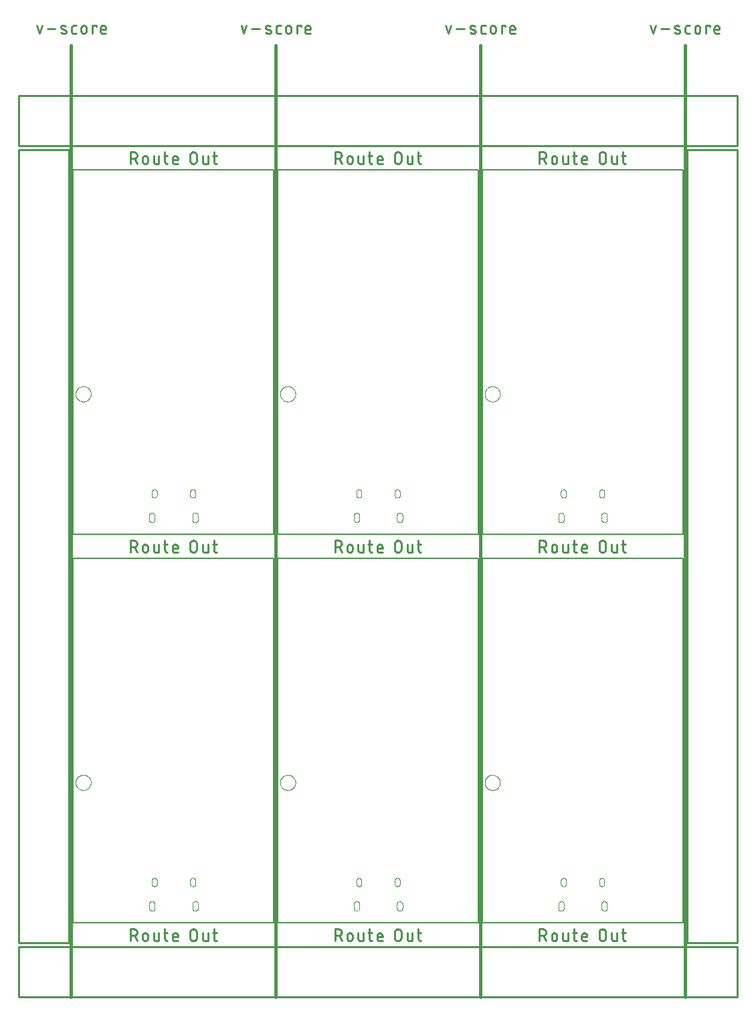
<source format=gko>
G75*
%MOIN*%
%OFA0B0*%
%FSLAX25Y25*%
%IPPOS*%
%LPD*%
%AMOC8*
5,1,8,0,0,1.08239X$1,22.5*
%
%ADD10C,0.00800*%
%ADD11C,0.00000*%
%ADD12C,0.01100*%
%ADD13C,0.01500*%
%ADD14C,0.01000*%
%ADD15C,0.00079*%
D10*
X0028500Y0038750D02*
X0028500Y0220451D01*
X0128421Y0220451D01*
X0128421Y0038750D01*
X0028500Y0038750D01*
X0130421Y0038750D02*
X0130421Y0220451D01*
X0230343Y0220451D01*
X0230343Y0038750D01*
X0130421Y0038750D01*
X0232342Y0038750D02*
X0232342Y0220451D01*
X0332264Y0220451D01*
X0332264Y0038750D01*
X0232342Y0038750D01*
X0232342Y0232451D02*
X0232342Y0414152D01*
X0332264Y0414152D01*
X0332264Y0232451D01*
X0232342Y0232451D01*
X0230343Y0232451D02*
X0230343Y0414152D01*
X0130421Y0414152D01*
X0130421Y0232451D01*
X0230343Y0232451D01*
X0128421Y0232451D02*
X0128421Y0414152D01*
X0028500Y0414152D01*
X0028500Y0232451D01*
X0128421Y0232451D01*
D11*
X0131621Y0302451D02*
X0131623Y0302574D01*
X0131629Y0302697D01*
X0131639Y0302820D01*
X0131653Y0302942D01*
X0131671Y0303064D01*
X0131693Y0303185D01*
X0131718Y0303305D01*
X0131748Y0303425D01*
X0131781Y0303543D01*
X0131819Y0303660D01*
X0131860Y0303776D01*
X0131904Y0303891D01*
X0131953Y0304004D01*
X0132005Y0304116D01*
X0132061Y0304225D01*
X0132120Y0304333D01*
X0132183Y0304439D01*
X0132249Y0304543D01*
X0132318Y0304645D01*
X0132391Y0304744D01*
X0132467Y0304841D01*
X0132545Y0304935D01*
X0132627Y0305027D01*
X0132712Y0305116D01*
X0132800Y0305202D01*
X0132891Y0305286D01*
X0132984Y0305366D01*
X0133079Y0305444D01*
X0133177Y0305518D01*
X0133278Y0305589D01*
X0133381Y0305657D01*
X0133486Y0305721D01*
X0133592Y0305782D01*
X0133701Y0305840D01*
X0133812Y0305894D01*
X0133924Y0305944D01*
X0134038Y0305990D01*
X0134154Y0306033D01*
X0134270Y0306073D01*
X0134388Y0306108D01*
X0134507Y0306139D01*
X0134627Y0306167D01*
X0134748Y0306191D01*
X0134869Y0306211D01*
X0134991Y0306227D01*
X0135114Y0306239D01*
X0135236Y0306247D01*
X0135359Y0306251D01*
X0135483Y0306251D01*
X0135606Y0306247D01*
X0135728Y0306239D01*
X0135851Y0306227D01*
X0135973Y0306211D01*
X0136094Y0306191D01*
X0136215Y0306167D01*
X0136335Y0306139D01*
X0136454Y0306108D01*
X0136572Y0306073D01*
X0136688Y0306033D01*
X0136804Y0305990D01*
X0136918Y0305944D01*
X0137030Y0305894D01*
X0137141Y0305840D01*
X0137250Y0305782D01*
X0137356Y0305721D01*
X0137461Y0305657D01*
X0137564Y0305589D01*
X0137665Y0305518D01*
X0137763Y0305444D01*
X0137858Y0305366D01*
X0137951Y0305286D01*
X0138042Y0305202D01*
X0138130Y0305116D01*
X0138215Y0305027D01*
X0138297Y0304935D01*
X0138375Y0304841D01*
X0138451Y0304744D01*
X0138524Y0304645D01*
X0138593Y0304543D01*
X0138659Y0304439D01*
X0138722Y0304333D01*
X0138781Y0304225D01*
X0138837Y0304116D01*
X0138889Y0304004D01*
X0138938Y0303891D01*
X0138982Y0303776D01*
X0139023Y0303660D01*
X0139061Y0303543D01*
X0139094Y0303425D01*
X0139124Y0303305D01*
X0139149Y0303185D01*
X0139171Y0303064D01*
X0139189Y0302942D01*
X0139203Y0302820D01*
X0139213Y0302697D01*
X0139219Y0302574D01*
X0139221Y0302451D01*
X0139219Y0302328D01*
X0139213Y0302205D01*
X0139203Y0302082D01*
X0139189Y0301960D01*
X0139171Y0301838D01*
X0139149Y0301717D01*
X0139124Y0301597D01*
X0139094Y0301477D01*
X0139061Y0301359D01*
X0139023Y0301242D01*
X0138982Y0301126D01*
X0138938Y0301011D01*
X0138889Y0300898D01*
X0138837Y0300786D01*
X0138781Y0300677D01*
X0138722Y0300569D01*
X0138659Y0300463D01*
X0138593Y0300359D01*
X0138524Y0300257D01*
X0138451Y0300158D01*
X0138375Y0300061D01*
X0138297Y0299967D01*
X0138215Y0299875D01*
X0138130Y0299786D01*
X0138042Y0299700D01*
X0137951Y0299616D01*
X0137858Y0299536D01*
X0137763Y0299458D01*
X0137665Y0299384D01*
X0137564Y0299313D01*
X0137461Y0299245D01*
X0137356Y0299181D01*
X0137250Y0299120D01*
X0137141Y0299062D01*
X0137030Y0299008D01*
X0136918Y0298958D01*
X0136804Y0298912D01*
X0136688Y0298869D01*
X0136572Y0298829D01*
X0136454Y0298794D01*
X0136335Y0298763D01*
X0136215Y0298735D01*
X0136094Y0298711D01*
X0135973Y0298691D01*
X0135851Y0298675D01*
X0135728Y0298663D01*
X0135606Y0298655D01*
X0135483Y0298651D01*
X0135359Y0298651D01*
X0135236Y0298655D01*
X0135114Y0298663D01*
X0134991Y0298675D01*
X0134869Y0298691D01*
X0134748Y0298711D01*
X0134627Y0298735D01*
X0134507Y0298763D01*
X0134388Y0298794D01*
X0134270Y0298829D01*
X0134154Y0298869D01*
X0134038Y0298912D01*
X0133924Y0298958D01*
X0133812Y0299008D01*
X0133701Y0299062D01*
X0133592Y0299120D01*
X0133486Y0299181D01*
X0133381Y0299245D01*
X0133278Y0299313D01*
X0133177Y0299384D01*
X0133079Y0299458D01*
X0132984Y0299536D01*
X0132891Y0299616D01*
X0132800Y0299700D01*
X0132712Y0299786D01*
X0132627Y0299875D01*
X0132545Y0299967D01*
X0132467Y0300061D01*
X0132391Y0300158D01*
X0132318Y0300257D01*
X0132249Y0300359D01*
X0132183Y0300463D01*
X0132120Y0300569D01*
X0132061Y0300677D01*
X0132005Y0300786D01*
X0131953Y0300898D01*
X0131904Y0301011D01*
X0131860Y0301126D01*
X0131819Y0301242D01*
X0131781Y0301359D01*
X0131748Y0301477D01*
X0131718Y0301597D01*
X0131693Y0301717D01*
X0131671Y0301838D01*
X0131653Y0301960D01*
X0131639Y0302082D01*
X0131629Y0302205D01*
X0131623Y0302328D01*
X0131621Y0302451D01*
X0029700Y0302451D02*
X0029702Y0302574D01*
X0029708Y0302697D01*
X0029718Y0302820D01*
X0029732Y0302942D01*
X0029750Y0303064D01*
X0029772Y0303185D01*
X0029797Y0303305D01*
X0029827Y0303425D01*
X0029860Y0303543D01*
X0029898Y0303660D01*
X0029939Y0303776D01*
X0029983Y0303891D01*
X0030032Y0304004D01*
X0030084Y0304116D01*
X0030140Y0304225D01*
X0030199Y0304333D01*
X0030262Y0304439D01*
X0030328Y0304543D01*
X0030397Y0304645D01*
X0030470Y0304744D01*
X0030546Y0304841D01*
X0030624Y0304935D01*
X0030706Y0305027D01*
X0030791Y0305116D01*
X0030879Y0305202D01*
X0030970Y0305286D01*
X0031063Y0305366D01*
X0031158Y0305444D01*
X0031256Y0305518D01*
X0031357Y0305589D01*
X0031460Y0305657D01*
X0031565Y0305721D01*
X0031671Y0305782D01*
X0031780Y0305840D01*
X0031891Y0305894D01*
X0032003Y0305944D01*
X0032117Y0305990D01*
X0032233Y0306033D01*
X0032349Y0306073D01*
X0032467Y0306108D01*
X0032586Y0306139D01*
X0032706Y0306167D01*
X0032827Y0306191D01*
X0032948Y0306211D01*
X0033070Y0306227D01*
X0033193Y0306239D01*
X0033315Y0306247D01*
X0033438Y0306251D01*
X0033562Y0306251D01*
X0033685Y0306247D01*
X0033807Y0306239D01*
X0033930Y0306227D01*
X0034052Y0306211D01*
X0034173Y0306191D01*
X0034294Y0306167D01*
X0034414Y0306139D01*
X0034533Y0306108D01*
X0034651Y0306073D01*
X0034767Y0306033D01*
X0034883Y0305990D01*
X0034997Y0305944D01*
X0035109Y0305894D01*
X0035220Y0305840D01*
X0035329Y0305782D01*
X0035435Y0305721D01*
X0035540Y0305657D01*
X0035643Y0305589D01*
X0035744Y0305518D01*
X0035842Y0305444D01*
X0035937Y0305366D01*
X0036030Y0305286D01*
X0036121Y0305202D01*
X0036209Y0305116D01*
X0036294Y0305027D01*
X0036376Y0304935D01*
X0036454Y0304841D01*
X0036530Y0304744D01*
X0036603Y0304645D01*
X0036672Y0304543D01*
X0036738Y0304439D01*
X0036801Y0304333D01*
X0036860Y0304225D01*
X0036916Y0304116D01*
X0036968Y0304004D01*
X0037017Y0303891D01*
X0037061Y0303776D01*
X0037102Y0303660D01*
X0037140Y0303543D01*
X0037173Y0303425D01*
X0037203Y0303305D01*
X0037228Y0303185D01*
X0037250Y0303064D01*
X0037268Y0302942D01*
X0037282Y0302820D01*
X0037292Y0302697D01*
X0037298Y0302574D01*
X0037300Y0302451D01*
X0037298Y0302328D01*
X0037292Y0302205D01*
X0037282Y0302082D01*
X0037268Y0301960D01*
X0037250Y0301838D01*
X0037228Y0301717D01*
X0037203Y0301597D01*
X0037173Y0301477D01*
X0037140Y0301359D01*
X0037102Y0301242D01*
X0037061Y0301126D01*
X0037017Y0301011D01*
X0036968Y0300898D01*
X0036916Y0300786D01*
X0036860Y0300677D01*
X0036801Y0300569D01*
X0036738Y0300463D01*
X0036672Y0300359D01*
X0036603Y0300257D01*
X0036530Y0300158D01*
X0036454Y0300061D01*
X0036376Y0299967D01*
X0036294Y0299875D01*
X0036209Y0299786D01*
X0036121Y0299700D01*
X0036030Y0299616D01*
X0035937Y0299536D01*
X0035842Y0299458D01*
X0035744Y0299384D01*
X0035643Y0299313D01*
X0035540Y0299245D01*
X0035435Y0299181D01*
X0035329Y0299120D01*
X0035220Y0299062D01*
X0035109Y0299008D01*
X0034997Y0298958D01*
X0034883Y0298912D01*
X0034767Y0298869D01*
X0034651Y0298829D01*
X0034533Y0298794D01*
X0034414Y0298763D01*
X0034294Y0298735D01*
X0034173Y0298711D01*
X0034052Y0298691D01*
X0033930Y0298675D01*
X0033807Y0298663D01*
X0033685Y0298655D01*
X0033562Y0298651D01*
X0033438Y0298651D01*
X0033315Y0298655D01*
X0033193Y0298663D01*
X0033070Y0298675D01*
X0032948Y0298691D01*
X0032827Y0298711D01*
X0032706Y0298735D01*
X0032586Y0298763D01*
X0032467Y0298794D01*
X0032349Y0298829D01*
X0032233Y0298869D01*
X0032117Y0298912D01*
X0032003Y0298958D01*
X0031891Y0299008D01*
X0031780Y0299062D01*
X0031671Y0299120D01*
X0031565Y0299181D01*
X0031460Y0299245D01*
X0031357Y0299313D01*
X0031256Y0299384D01*
X0031158Y0299458D01*
X0031063Y0299536D01*
X0030970Y0299616D01*
X0030879Y0299700D01*
X0030791Y0299786D01*
X0030706Y0299875D01*
X0030624Y0299967D01*
X0030546Y0300061D01*
X0030470Y0300158D01*
X0030397Y0300257D01*
X0030328Y0300359D01*
X0030262Y0300463D01*
X0030199Y0300569D01*
X0030140Y0300677D01*
X0030084Y0300786D01*
X0030032Y0300898D01*
X0029983Y0301011D01*
X0029939Y0301126D01*
X0029898Y0301242D01*
X0029860Y0301359D01*
X0029827Y0301477D01*
X0029797Y0301597D01*
X0029772Y0301717D01*
X0029750Y0301838D01*
X0029732Y0301960D01*
X0029718Y0302082D01*
X0029708Y0302205D01*
X0029702Y0302328D01*
X0029700Y0302451D01*
X0029700Y0108750D02*
X0029702Y0108873D01*
X0029708Y0108996D01*
X0029718Y0109119D01*
X0029732Y0109241D01*
X0029750Y0109363D01*
X0029772Y0109484D01*
X0029797Y0109604D01*
X0029827Y0109724D01*
X0029860Y0109842D01*
X0029898Y0109959D01*
X0029939Y0110075D01*
X0029983Y0110190D01*
X0030032Y0110303D01*
X0030084Y0110415D01*
X0030140Y0110524D01*
X0030199Y0110632D01*
X0030262Y0110738D01*
X0030328Y0110842D01*
X0030397Y0110944D01*
X0030470Y0111043D01*
X0030546Y0111140D01*
X0030624Y0111234D01*
X0030706Y0111326D01*
X0030791Y0111415D01*
X0030879Y0111501D01*
X0030970Y0111585D01*
X0031063Y0111665D01*
X0031158Y0111743D01*
X0031256Y0111817D01*
X0031357Y0111888D01*
X0031460Y0111956D01*
X0031565Y0112020D01*
X0031671Y0112081D01*
X0031780Y0112139D01*
X0031891Y0112193D01*
X0032003Y0112243D01*
X0032117Y0112289D01*
X0032233Y0112332D01*
X0032349Y0112372D01*
X0032467Y0112407D01*
X0032586Y0112438D01*
X0032706Y0112466D01*
X0032827Y0112490D01*
X0032948Y0112510D01*
X0033070Y0112526D01*
X0033193Y0112538D01*
X0033315Y0112546D01*
X0033438Y0112550D01*
X0033562Y0112550D01*
X0033685Y0112546D01*
X0033807Y0112538D01*
X0033930Y0112526D01*
X0034052Y0112510D01*
X0034173Y0112490D01*
X0034294Y0112466D01*
X0034414Y0112438D01*
X0034533Y0112407D01*
X0034651Y0112372D01*
X0034767Y0112332D01*
X0034883Y0112289D01*
X0034997Y0112243D01*
X0035109Y0112193D01*
X0035220Y0112139D01*
X0035329Y0112081D01*
X0035435Y0112020D01*
X0035540Y0111956D01*
X0035643Y0111888D01*
X0035744Y0111817D01*
X0035842Y0111743D01*
X0035937Y0111665D01*
X0036030Y0111585D01*
X0036121Y0111501D01*
X0036209Y0111415D01*
X0036294Y0111326D01*
X0036376Y0111234D01*
X0036454Y0111140D01*
X0036530Y0111043D01*
X0036603Y0110944D01*
X0036672Y0110842D01*
X0036738Y0110738D01*
X0036801Y0110632D01*
X0036860Y0110524D01*
X0036916Y0110415D01*
X0036968Y0110303D01*
X0037017Y0110190D01*
X0037061Y0110075D01*
X0037102Y0109959D01*
X0037140Y0109842D01*
X0037173Y0109724D01*
X0037203Y0109604D01*
X0037228Y0109484D01*
X0037250Y0109363D01*
X0037268Y0109241D01*
X0037282Y0109119D01*
X0037292Y0108996D01*
X0037298Y0108873D01*
X0037300Y0108750D01*
X0037298Y0108627D01*
X0037292Y0108504D01*
X0037282Y0108381D01*
X0037268Y0108259D01*
X0037250Y0108137D01*
X0037228Y0108016D01*
X0037203Y0107896D01*
X0037173Y0107776D01*
X0037140Y0107658D01*
X0037102Y0107541D01*
X0037061Y0107425D01*
X0037017Y0107310D01*
X0036968Y0107197D01*
X0036916Y0107085D01*
X0036860Y0106976D01*
X0036801Y0106868D01*
X0036738Y0106762D01*
X0036672Y0106658D01*
X0036603Y0106556D01*
X0036530Y0106457D01*
X0036454Y0106360D01*
X0036376Y0106266D01*
X0036294Y0106174D01*
X0036209Y0106085D01*
X0036121Y0105999D01*
X0036030Y0105915D01*
X0035937Y0105835D01*
X0035842Y0105757D01*
X0035744Y0105683D01*
X0035643Y0105612D01*
X0035540Y0105544D01*
X0035435Y0105480D01*
X0035329Y0105419D01*
X0035220Y0105361D01*
X0035109Y0105307D01*
X0034997Y0105257D01*
X0034883Y0105211D01*
X0034767Y0105168D01*
X0034651Y0105128D01*
X0034533Y0105093D01*
X0034414Y0105062D01*
X0034294Y0105034D01*
X0034173Y0105010D01*
X0034052Y0104990D01*
X0033930Y0104974D01*
X0033807Y0104962D01*
X0033685Y0104954D01*
X0033562Y0104950D01*
X0033438Y0104950D01*
X0033315Y0104954D01*
X0033193Y0104962D01*
X0033070Y0104974D01*
X0032948Y0104990D01*
X0032827Y0105010D01*
X0032706Y0105034D01*
X0032586Y0105062D01*
X0032467Y0105093D01*
X0032349Y0105128D01*
X0032233Y0105168D01*
X0032117Y0105211D01*
X0032003Y0105257D01*
X0031891Y0105307D01*
X0031780Y0105361D01*
X0031671Y0105419D01*
X0031565Y0105480D01*
X0031460Y0105544D01*
X0031357Y0105612D01*
X0031256Y0105683D01*
X0031158Y0105757D01*
X0031063Y0105835D01*
X0030970Y0105915D01*
X0030879Y0105999D01*
X0030791Y0106085D01*
X0030706Y0106174D01*
X0030624Y0106266D01*
X0030546Y0106360D01*
X0030470Y0106457D01*
X0030397Y0106556D01*
X0030328Y0106658D01*
X0030262Y0106762D01*
X0030199Y0106868D01*
X0030140Y0106976D01*
X0030084Y0107085D01*
X0030032Y0107197D01*
X0029983Y0107310D01*
X0029939Y0107425D01*
X0029898Y0107541D01*
X0029860Y0107658D01*
X0029827Y0107776D01*
X0029797Y0107896D01*
X0029772Y0108016D01*
X0029750Y0108137D01*
X0029732Y0108259D01*
X0029718Y0108381D01*
X0029708Y0108504D01*
X0029702Y0108627D01*
X0029700Y0108750D01*
X0131621Y0108750D02*
X0131623Y0108873D01*
X0131629Y0108996D01*
X0131639Y0109119D01*
X0131653Y0109241D01*
X0131671Y0109363D01*
X0131693Y0109484D01*
X0131718Y0109604D01*
X0131748Y0109724D01*
X0131781Y0109842D01*
X0131819Y0109959D01*
X0131860Y0110075D01*
X0131904Y0110190D01*
X0131953Y0110303D01*
X0132005Y0110415D01*
X0132061Y0110524D01*
X0132120Y0110632D01*
X0132183Y0110738D01*
X0132249Y0110842D01*
X0132318Y0110944D01*
X0132391Y0111043D01*
X0132467Y0111140D01*
X0132545Y0111234D01*
X0132627Y0111326D01*
X0132712Y0111415D01*
X0132800Y0111501D01*
X0132891Y0111585D01*
X0132984Y0111665D01*
X0133079Y0111743D01*
X0133177Y0111817D01*
X0133278Y0111888D01*
X0133381Y0111956D01*
X0133486Y0112020D01*
X0133592Y0112081D01*
X0133701Y0112139D01*
X0133812Y0112193D01*
X0133924Y0112243D01*
X0134038Y0112289D01*
X0134154Y0112332D01*
X0134270Y0112372D01*
X0134388Y0112407D01*
X0134507Y0112438D01*
X0134627Y0112466D01*
X0134748Y0112490D01*
X0134869Y0112510D01*
X0134991Y0112526D01*
X0135114Y0112538D01*
X0135236Y0112546D01*
X0135359Y0112550D01*
X0135483Y0112550D01*
X0135606Y0112546D01*
X0135728Y0112538D01*
X0135851Y0112526D01*
X0135973Y0112510D01*
X0136094Y0112490D01*
X0136215Y0112466D01*
X0136335Y0112438D01*
X0136454Y0112407D01*
X0136572Y0112372D01*
X0136688Y0112332D01*
X0136804Y0112289D01*
X0136918Y0112243D01*
X0137030Y0112193D01*
X0137141Y0112139D01*
X0137250Y0112081D01*
X0137356Y0112020D01*
X0137461Y0111956D01*
X0137564Y0111888D01*
X0137665Y0111817D01*
X0137763Y0111743D01*
X0137858Y0111665D01*
X0137951Y0111585D01*
X0138042Y0111501D01*
X0138130Y0111415D01*
X0138215Y0111326D01*
X0138297Y0111234D01*
X0138375Y0111140D01*
X0138451Y0111043D01*
X0138524Y0110944D01*
X0138593Y0110842D01*
X0138659Y0110738D01*
X0138722Y0110632D01*
X0138781Y0110524D01*
X0138837Y0110415D01*
X0138889Y0110303D01*
X0138938Y0110190D01*
X0138982Y0110075D01*
X0139023Y0109959D01*
X0139061Y0109842D01*
X0139094Y0109724D01*
X0139124Y0109604D01*
X0139149Y0109484D01*
X0139171Y0109363D01*
X0139189Y0109241D01*
X0139203Y0109119D01*
X0139213Y0108996D01*
X0139219Y0108873D01*
X0139221Y0108750D01*
X0139219Y0108627D01*
X0139213Y0108504D01*
X0139203Y0108381D01*
X0139189Y0108259D01*
X0139171Y0108137D01*
X0139149Y0108016D01*
X0139124Y0107896D01*
X0139094Y0107776D01*
X0139061Y0107658D01*
X0139023Y0107541D01*
X0138982Y0107425D01*
X0138938Y0107310D01*
X0138889Y0107197D01*
X0138837Y0107085D01*
X0138781Y0106976D01*
X0138722Y0106868D01*
X0138659Y0106762D01*
X0138593Y0106658D01*
X0138524Y0106556D01*
X0138451Y0106457D01*
X0138375Y0106360D01*
X0138297Y0106266D01*
X0138215Y0106174D01*
X0138130Y0106085D01*
X0138042Y0105999D01*
X0137951Y0105915D01*
X0137858Y0105835D01*
X0137763Y0105757D01*
X0137665Y0105683D01*
X0137564Y0105612D01*
X0137461Y0105544D01*
X0137356Y0105480D01*
X0137250Y0105419D01*
X0137141Y0105361D01*
X0137030Y0105307D01*
X0136918Y0105257D01*
X0136804Y0105211D01*
X0136688Y0105168D01*
X0136572Y0105128D01*
X0136454Y0105093D01*
X0136335Y0105062D01*
X0136215Y0105034D01*
X0136094Y0105010D01*
X0135973Y0104990D01*
X0135851Y0104974D01*
X0135728Y0104962D01*
X0135606Y0104954D01*
X0135483Y0104950D01*
X0135359Y0104950D01*
X0135236Y0104954D01*
X0135114Y0104962D01*
X0134991Y0104974D01*
X0134869Y0104990D01*
X0134748Y0105010D01*
X0134627Y0105034D01*
X0134507Y0105062D01*
X0134388Y0105093D01*
X0134270Y0105128D01*
X0134154Y0105168D01*
X0134038Y0105211D01*
X0133924Y0105257D01*
X0133812Y0105307D01*
X0133701Y0105361D01*
X0133592Y0105419D01*
X0133486Y0105480D01*
X0133381Y0105544D01*
X0133278Y0105612D01*
X0133177Y0105683D01*
X0133079Y0105757D01*
X0132984Y0105835D01*
X0132891Y0105915D01*
X0132800Y0105999D01*
X0132712Y0106085D01*
X0132627Y0106174D01*
X0132545Y0106266D01*
X0132467Y0106360D01*
X0132391Y0106457D01*
X0132318Y0106556D01*
X0132249Y0106658D01*
X0132183Y0106762D01*
X0132120Y0106868D01*
X0132061Y0106976D01*
X0132005Y0107085D01*
X0131953Y0107197D01*
X0131904Y0107310D01*
X0131860Y0107425D01*
X0131819Y0107541D01*
X0131781Y0107658D01*
X0131748Y0107776D01*
X0131718Y0107896D01*
X0131693Y0108016D01*
X0131671Y0108137D01*
X0131653Y0108259D01*
X0131639Y0108381D01*
X0131629Y0108504D01*
X0131623Y0108627D01*
X0131621Y0108750D01*
X0233542Y0108750D02*
X0233544Y0108873D01*
X0233550Y0108996D01*
X0233560Y0109119D01*
X0233574Y0109241D01*
X0233592Y0109363D01*
X0233614Y0109484D01*
X0233639Y0109604D01*
X0233669Y0109724D01*
X0233702Y0109842D01*
X0233740Y0109959D01*
X0233781Y0110075D01*
X0233825Y0110190D01*
X0233874Y0110303D01*
X0233926Y0110415D01*
X0233982Y0110524D01*
X0234041Y0110632D01*
X0234104Y0110738D01*
X0234170Y0110842D01*
X0234239Y0110944D01*
X0234312Y0111043D01*
X0234388Y0111140D01*
X0234466Y0111234D01*
X0234548Y0111326D01*
X0234633Y0111415D01*
X0234721Y0111501D01*
X0234812Y0111585D01*
X0234905Y0111665D01*
X0235000Y0111743D01*
X0235098Y0111817D01*
X0235199Y0111888D01*
X0235302Y0111956D01*
X0235407Y0112020D01*
X0235513Y0112081D01*
X0235622Y0112139D01*
X0235733Y0112193D01*
X0235845Y0112243D01*
X0235959Y0112289D01*
X0236075Y0112332D01*
X0236191Y0112372D01*
X0236309Y0112407D01*
X0236428Y0112438D01*
X0236548Y0112466D01*
X0236669Y0112490D01*
X0236790Y0112510D01*
X0236912Y0112526D01*
X0237035Y0112538D01*
X0237157Y0112546D01*
X0237280Y0112550D01*
X0237404Y0112550D01*
X0237527Y0112546D01*
X0237649Y0112538D01*
X0237772Y0112526D01*
X0237894Y0112510D01*
X0238015Y0112490D01*
X0238136Y0112466D01*
X0238256Y0112438D01*
X0238375Y0112407D01*
X0238493Y0112372D01*
X0238609Y0112332D01*
X0238725Y0112289D01*
X0238839Y0112243D01*
X0238951Y0112193D01*
X0239062Y0112139D01*
X0239171Y0112081D01*
X0239277Y0112020D01*
X0239382Y0111956D01*
X0239485Y0111888D01*
X0239586Y0111817D01*
X0239684Y0111743D01*
X0239779Y0111665D01*
X0239872Y0111585D01*
X0239963Y0111501D01*
X0240051Y0111415D01*
X0240136Y0111326D01*
X0240218Y0111234D01*
X0240296Y0111140D01*
X0240372Y0111043D01*
X0240445Y0110944D01*
X0240514Y0110842D01*
X0240580Y0110738D01*
X0240643Y0110632D01*
X0240702Y0110524D01*
X0240758Y0110415D01*
X0240810Y0110303D01*
X0240859Y0110190D01*
X0240903Y0110075D01*
X0240944Y0109959D01*
X0240982Y0109842D01*
X0241015Y0109724D01*
X0241045Y0109604D01*
X0241070Y0109484D01*
X0241092Y0109363D01*
X0241110Y0109241D01*
X0241124Y0109119D01*
X0241134Y0108996D01*
X0241140Y0108873D01*
X0241142Y0108750D01*
X0241140Y0108627D01*
X0241134Y0108504D01*
X0241124Y0108381D01*
X0241110Y0108259D01*
X0241092Y0108137D01*
X0241070Y0108016D01*
X0241045Y0107896D01*
X0241015Y0107776D01*
X0240982Y0107658D01*
X0240944Y0107541D01*
X0240903Y0107425D01*
X0240859Y0107310D01*
X0240810Y0107197D01*
X0240758Y0107085D01*
X0240702Y0106976D01*
X0240643Y0106868D01*
X0240580Y0106762D01*
X0240514Y0106658D01*
X0240445Y0106556D01*
X0240372Y0106457D01*
X0240296Y0106360D01*
X0240218Y0106266D01*
X0240136Y0106174D01*
X0240051Y0106085D01*
X0239963Y0105999D01*
X0239872Y0105915D01*
X0239779Y0105835D01*
X0239684Y0105757D01*
X0239586Y0105683D01*
X0239485Y0105612D01*
X0239382Y0105544D01*
X0239277Y0105480D01*
X0239171Y0105419D01*
X0239062Y0105361D01*
X0238951Y0105307D01*
X0238839Y0105257D01*
X0238725Y0105211D01*
X0238609Y0105168D01*
X0238493Y0105128D01*
X0238375Y0105093D01*
X0238256Y0105062D01*
X0238136Y0105034D01*
X0238015Y0105010D01*
X0237894Y0104990D01*
X0237772Y0104974D01*
X0237649Y0104962D01*
X0237527Y0104954D01*
X0237404Y0104950D01*
X0237280Y0104950D01*
X0237157Y0104954D01*
X0237035Y0104962D01*
X0236912Y0104974D01*
X0236790Y0104990D01*
X0236669Y0105010D01*
X0236548Y0105034D01*
X0236428Y0105062D01*
X0236309Y0105093D01*
X0236191Y0105128D01*
X0236075Y0105168D01*
X0235959Y0105211D01*
X0235845Y0105257D01*
X0235733Y0105307D01*
X0235622Y0105361D01*
X0235513Y0105419D01*
X0235407Y0105480D01*
X0235302Y0105544D01*
X0235199Y0105612D01*
X0235098Y0105683D01*
X0235000Y0105757D01*
X0234905Y0105835D01*
X0234812Y0105915D01*
X0234721Y0105999D01*
X0234633Y0106085D01*
X0234548Y0106174D01*
X0234466Y0106266D01*
X0234388Y0106360D01*
X0234312Y0106457D01*
X0234239Y0106556D01*
X0234170Y0106658D01*
X0234104Y0106762D01*
X0234041Y0106868D01*
X0233982Y0106976D01*
X0233926Y0107085D01*
X0233874Y0107197D01*
X0233825Y0107310D01*
X0233781Y0107425D01*
X0233740Y0107541D01*
X0233702Y0107658D01*
X0233669Y0107776D01*
X0233639Y0107896D01*
X0233614Y0108016D01*
X0233592Y0108137D01*
X0233574Y0108259D01*
X0233560Y0108381D01*
X0233550Y0108504D01*
X0233544Y0108627D01*
X0233542Y0108750D01*
X0233542Y0302451D02*
X0233544Y0302574D01*
X0233550Y0302697D01*
X0233560Y0302820D01*
X0233574Y0302942D01*
X0233592Y0303064D01*
X0233614Y0303185D01*
X0233639Y0303305D01*
X0233669Y0303425D01*
X0233702Y0303543D01*
X0233740Y0303660D01*
X0233781Y0303776D01*
X0233825Y0303891D01*
X0233874Y0304004D01*
X0233926Y0304116D01*
X0233982Y0304225D01*
X0234041Y0304333D01*
X0234104Y0304439D01*
X0234170Y0304543D01*
X0234239Y0304645D01*
X0234312Y0304744D01*
X0234388Y0304841D01*
X0234466Y0304935D01*
X0234548Y0305027D01*
X0234633Y0305116D01*
X0234721Y0305202D01*
X0234812Y0305286D01*
X0234905Y0305366D01*
X0235000Y0305444D01*
X0235098Y0305518D01*
X0235199Y0305589D01*
X0235302Y0305657D01*
X0235407Y0305721D01*
X0235513Y0305782D01*
X0235622Y0305840D01*
X0235733Y0305894D01*
X0235845Y0305944D01*
X0235959Y0305990D01*
X0236075Y0306033D01*
X0236191Y0306073D01*
X0236309Y0306108D01*
X0236428Y0306139D01*
X0236548Y0306167D01*
X0236669Y0306191D01*
X0236790Y0306211D01*
X0236912Y0306227D01*
X0237035Y0306239D01*
X0237157Y0306247D01*
X0237280Y0306251D01*
X0237404Y0306251D01*
X0237527Y0306247D01*
X0237649Y0306239D01*
X0237772Y0306227D01*
X0237894Y0306211D01*
X0238015Y0306191D01*
X0238136Y0306167D01*
X0238256Y0306139D01*
X0238375Y0306108D01*
X0238493Y0306073D01*
X0238609Y0306033D01*
X0238725Y0305990D01*
X0238839Y0305944D01*
X0238951Y0305894D01*
X0239062Y0305840D01*
X0239171Y0305782D01*
X0239277Y0305721D01*
X0239382Y0305657D01*
X0239485Y0305589D01*
X0239586Y0305518D01*
X0239684Y0305444D01*
X0239779Y0305366D01*
X0239872Y0305286D01*
X0239963Y0305202D01*
X0240051Y0305116D01*
X0240136Y0305027D01*
X0240218Y0304935D01*
X0240296Y0304841D01*
X0240372Y0304744D01*
X0240445Y0304645D01*
X0240514Y0304543D01*
X0240580Y0304439D01*
X0240643Y0304333D01*
X0240702Y0304225D01*
X0240758Y0304116D01*
X0240810Y0304004D01*
X0240859Y0303891D01*
X0240903Y0303776D01*
X0240944Y0303660D01*
X0240982Y0303543D01*
X0241015Y0303425D01*
X0241045Y0303305D01*
X0241070Y0303185D01*
X0241092Y0303064D01*
X0241110Y0302942D01*
X0241124Y0302820D01*
X0241134Y0302697D01*
X0241140Y0302574D01*
X0241142Y0302451D01*
X0241140Y0302328D01*
X0241134Y0302205D01*
X0241124Y0302082D01*
X0241110Y0301960D01*
X0241092Y0301838D01*
X0241070Y0301717D01*
X0241045Y0301597D01*
X0241015Y0301477D01*
X0240982Y0301359D01*
X0240944Y0301242D01*
X0240903Y0301126D01*
X0240859Y0301011D01*
X0240810Y0300898D01*
X0240758Y0300786D01*
X0240702Y0300677D01*
X0240643Y0300569D01*
X0240580Y0300463D01*
X0240514Y0300359D01*
X0240445Y0300257D01*
X0240372Y0300158D01*
X0240296Y0300061D01*
X0240218Y0299967D01*
X0240136Y0299875D01*
X0240051Y0299786D01*
X0239963Y0299700D01*
X0239872Y0299616D01*
X0239779Y0299536D01*
X0239684Y0299458D01*
X0239586Y0299384D01*
X0239485Y0299313D01*
X0239382Y0299245D01*
X0239277Y0299181D01*
X0239171Y0299120D01*
X0239062Y0299062D01*
X0238951Y0299008D01*
X0238839Y0298958D01*
X0238725Y0298912D01*
X0238609Y0298869D01*
X0238493Y0298829D01*
X0238375Y0298794D01*
X0238256Y0298763D01*
X0238136Y0298735D01*
X0238015Y0298711D01*
X0237894Y0298691D01*
X0237772Y0298675D01*
X0237649Y0298663D01*
X0237527Y0298655D01*
X0237404Y0298651D01*
X0237280Y0298651D01*
X0237157Y0298655D01*
X0237035Y0298663D01*
X0236912Y0298675D01*
X0236790Y0298691D01*
X0236669Y0298711D01*
X0236548Y0298735D01*
X0236428Y0298763D01*
X0236309Y0298794D01*
X0236191Y0298829D01*
X0236075Y0298869D01*
X0235959Y0298912D01*
X0235845Y0298958D01*
X0235733Y0299008D01*
X0235622Y0299062D01*
X0235513Y0299120D01*
X0235407Y0299181D01*
X0235302Y0299245D01*
X0235199Y0299313D01*
X0235098Y0299384D01*
X0235000Y0299458D01*
X0234905Y0299536D01*
X0234812Y0299616D01*
X0234721Y0299700D01*
X0234633Y0299786D01*
X0234548Y0299875D01*
X0234466Y0299967D01*
X0234388Y0300061D01*
X0234312Y0300158D01*
X0234239Y0300257D01*
X0234170Y0300359D01*
X0234104Y0300463D01*
X0234041Y0300569D01*
X0233982Y0300677D01*
X0233926Y0300786D01*
X0233874Y0300898D01*
X0233825Y0301011D01*
X0233781Y0301126D01*
X0233740Y0301242D01*
X0233702Y0301359D01*
X0233669Y0301477D01*
X0233639Y0301597D01*
X0233614Y0301717D01*
X0233592Y0301838D01*
X0233574Y0301960D01*
X0233560Y0302082D01*
X0233550Y0302205D01*
X0233544Y0302328D01*
X0233542Y0302451D01*
D12*
X0260848Y0229401D02*
X0262487Y0229401D01*
X0260848Y0229401D02*
X0260848Y0223501D01*
X0260848Y0226123D02*
X0262487Y0226123D01*
X0262815Y0226123D02*
X0264126Y0223501D01*
X0266865Y0224812D02*
X0266865Y0226123D01*
X0266867Y0226194D01*
X0266873Y0226265D01*
X0266882Y0226335D01*
X0266896Y0226405D01*
X0266913Y0226474D01*
X0266934Y0226542D01*
X0266958Y0226608D01*
X0266986Y0226673D01*
X0267018Y0226737D01*
X0267053Y0226799D01*
X0267091Y0226859D01*
X0267132Y0226916D01*
X0267177Y0226972D01*
X0267224Y0227025D01*
X0267274Y0227075D01*
X0267327Y0227122D01*
X0267383Y0227167D01*
X0267440Y0227208D01*
X0267500Y0227246D01*
X0267562Y0227281D01*
X0267626Y0227313D01*
X0267691Y0227341D01*
X0267757Y0227365D01*
X0267825Y0227386D01*
X0267894Y0227403D01*
X0267964Y0227417D01*
X0268034Y0227426D01*
X0268105Y0227432D01*
X0268176Y0227434D01*
X0268247Y0227432D01*
X0268318Y0227426D01*
X0268388Y0227417D01*
X0268458Y0227403D01*
X0268527Y0227386D01*
X0268595Y0227365D01*
X0268661Y0227341D01*
X0268726Y0227313D01*
X0268790Y0227281D01*
X0268852Y0227246D01*
X0268912Y0227208D01*
X0268969Y0227167D01*
X0269025Y0227122D01*
X0269078Y0227075D01*
X0269128Y0227025D01*
X0269175Y0226972D01*
X0269220Y0226916D01*
X0269261Y0226859D01*
X0269299Y0226799D01*
X0269334Y0226737D01*
X0269366Y0226673D01*
X0269394Y0226608D01*
X0269418Y0226542D01*
X0269439Y0226474D01*
X0269456Y0226405D01*
X0269470Y0226335D01*
X0269479Y0226265D01*
X0269485Y0226194D01*
X0269487Y0226123D01*
X0269487Y0224812D01*
X0269485Y0224741D01*
X0269479Y0224670D01*
X0269470Y0224600D01*
X0269456Y0224530D01*
X0269439Y0224461D01*
X0269418Y0224393D01*
X0269394Y0224327D01*
X0269366Y0224262D01*
X0269334Y0224198D01*
X0269299Y0224136D01*
X0269261Y0224076D01*
X0269220Y0224019D01*
X0269175Y0223963D01*
X0269128Y0223910D01*
X0269078Y0223860D01*
X0269025Y0223813D01*
X0268969Y0223768D01*
X0268912Y0223727D01*
X0268852Y0223689D01*
X0268790Y0223654D01*
X0268726Y0223622D01*
X0268661Y0223594D01*
X0268595Y0223570D01*
X0268527Y0223549D01*
X0268458Y0223532D01*
X0268388Y0223518D01*
X0268318Y0223509D01*
X0268247Y0223503D01*
X0268176Y0223501D01*
X0268105Y0223503D01*
X0268034Y0223509D01*
X0267964Y0223518D01*
X0267894Y0223532D01*
X0267825Y0223549D01*
X0267757Y0223570D01*
X0267691Y0223594D01*
X0267626Y0223622D01*
X0267562Y0223654D01*
X0267500Y0223689D01*
X0267440Y0223727D01*
X0267383Y0223768D01*
X0267327Y0223813D01*
X0267274Y0223860D01*
X0267224Y0223910D01*
X0267177Y0223963D01*
X0267132Y0224019D01*
X0267091Y0224076D01*
X0267053Y0224136D01*
X0267018Y0224198D01*
X0266986Y0224262D01*
X0266958Y0224327D01*
X0266934Y0224393D01*
X0266913Y0224461D01*
X0266896Y0224530D01*
X0266882Y0224600D01*
X0266873Y0224670D01*
X0266867Y0224741D01*
X0266865Y0224812D01*
X0262487Y0226123D02*
X0262566Y0226125D01*
X0262645Y0226131D01*
X0262724Y0226140D01*
X0262802Y0226154D01*
X0262879Y0226171D01*
X0262956Y0226191D01*
X0263031Y0226216D01*
X0263105Y0226244D01*
X0263178Y0226276D01*
X0263249Y0226311D01*
X0263318Y0226349D01*
X0263385Y0226391D01*
X0263450Y0226436D01*
X0263513Y0226484D01*
X0263574Y0226535D01*
X0263632Y0226589D01*
X0263687Y0226646D01*
X0263740Y0226705D01*
X0263789Y0226767D01*
X0263836Y0226831D01*
X0263879Y0226897D01*
X0263919Y0226965D01*
X0263956Y0227036D01*
X0263990Y0227107D01*
X0264019Y0227181D01*
X0264046Y0227256D01*
X0264068Y0227331D01*
X0264087Y0227408D01*
X0264103Y0227486D01*
X0264114Y0227564D01*
X0264122Y0227643D01*
X0264126Y0227722D01*
X0264126Y0227802D01*
X0264122Y0227881D01*
X0264114Y0227960D01*
X0264103Y0228038D01*
X0264087Y0228116D01*
X0264068Y0228193D01*
X0264046Y0228268D01*
X0264019Y0228343D01*
X0263990Y0228417D01*
X0263956Y0228488D01*
X0263919Y0228559D01*
X0263879Y0228627D01*
X0263836Y0228693D01*
X0263789Y0228757D01*
X0263740Y0228819D01*
X0263687Y0228878D01*
X0263632Y0228935D01*
X0263574Y0228989D01*
X0263513Y0229040D01*
X0263450Y0229088D01*
X0263385Y0229133D01*
X0263318Y0229175D01*
X0263249Y0229213D01*
X0263178Y0229248D01*
X0263105Y0229280D01*
X0263031Y0229308D01*
X0262956Y0229333D01*
X0262879Y0229353D01*
X0262802Y0229370D01*
X0262724Y0229384D01*
X0262645Y0229393D01*
X0262566Y0229399D01*
X0262487Y0229401D01*
X0272404Y0227434D02*
X0272404Y0224484D01*
X0272406Y0224422D01*
X0272412Y0224361D01*
X0272421Y0224300D01*
X0272435Y0224240D01*
X0272452Y0224180D01*
X0272473Y0224122D01*
X0272498Y0224065D01*
X0272526Y0224010D01*
X0272557Y0223957D01*
X0272592Y0223906D01*
X0272630Y0223857D01*
X0272670Y0223811D01*
X0272714Y0223767D01*
X0272760Y0223727D01*
X0272809Y0223689D01*
X0272860Y0223654D01*
X0272913Y0223623D01*
X0272968Y0223595D01*
X0273025Y0223570D01*
X0273083Y0223549D01*
X0273143Y0223532D01*
X0273203Y0223518D01*
X0273264Y0223509D01*
X0273325Y0223503D01*
X0273387Y0223501D01*
X0275026Y0223501D01*
X0275026Y0227434D01*
X0277381Y0227434D02*
X0279347Y0227434D01*
X0278036Y0229401D02*
X0278036Y0224484D01*
X0278037Y0224484D02*
X0278039Y0224422D01*
X0278045Y0224361D01*
X0278054Y0224300D01*
X0278068Y0224240D01*
X0278085Y0224180D01*
X0278106Y0224122D01*
X0278131Y0224065D01*
X0278159Y0224010D01*
X0278190Y0223957D01*
X0278225Y0223906D01*
X0278263Y0223857D01*
X0278303Y0223811D01*
X0278347Y0223767D01*
X0278393Y0223727D01*
X0278442Y0223689D01*
X0278493Y0223654D01*
X0278546Y0223623D01*
X0278601Y0223595D01*
X0278658Y0223570D01*
X0278716Y0223549D01*
X0278776Y0223532D01*
X0278836Y0223518D01*
X0278897Y0223509D01*
X0278958Y0223503D01*
X0279020Y0223501D01*
X0279347Y0223501D01*
X0281840Y0224484D02*
X0281840Y0226123D01*
X0281840Y0225467D02*
X0284462Y0225467D01*
X0284462Y0226123D01*
X0284460Y0226194D01*
X0284454Y0226265D01*
X0284445Y0226335D01*
X0284431Y0226405D01*
X0284414Y0226474D01*
X0284393Y0226542D01*
X0284369Y0226608D01*
X0284341Y0226673D01*
X0284309Y0226737D01*
X0284274Y0226799D01*
X0284236Y0226859D01*
X0284195Y0226916D01*
X0284150Y0226972D01*
X0284103Y0227025D01*
X0284053Y0227075D01*
X0284000Y0227122D01*
X0283944Y0227167D01*
X0283887Y0227208D01*
X0283827Y0227246D01*
X0283765Y0227281D01*
X0283701Y0227313D01*
X0283636Y0227341D01*
X0283570Y0227365D01*
X0283502Y0227386D01*
X0283433Y0227403D01*
X0283363Y0227417D01*
X0283293Y0227426D01*
X0283222Y0227432D01*
X0283151Y0227434D01*
X0283080Y0227432D01*
X0283009Y0227426D01*
X0282939Y0227417D01*
X0282869Y0227403D01*
X0282800Y0227386D01*
X0282732Y0227365D01*
X0282666Y0227341D01*
X0282601Y0227313D01*
X0282537Y0227281D01*
X0282475Y0227246D01*
X0282415Y0227208D01*
X0282358Y0227167D01*
X0282302Y0227122D01*
X0282249Y0227075D01*
X0282199Y0227025D01*
X0282152Y0226972D01*
X0282107Y0226916D01*
X0282066Y0226859D01*
X0282028Y0226799D01*
X0281993Y0226737D01*
X0281961Y0226673D01*
X0281933Y0226608D01*
X0281909Y0226542D01*
X0281888Y0226474D01*
X0281871Y0226405D01*
X0281857Y0226335D01*
X0281848Y0226265D01*
X0281842Y0226194D01*
X0281840Y0226123D01*
X0281840Y0224484D02*
X0281842Y0224422D01*
X0281848Y0224361D01*
X0281857Y0224300D01*
X0281871Y0224240D01*
X0281888Y0224180D01*
X0281909Y0224122D01*
X0281934Y0224065D01*
X0281962Y0224010D01*
X0281993Y0223957D01*
X0282028Y0223906D01*
X0282066Y0223857D01*
X0282106Y0223811D01*
X0282150Y0223767D01*
X0282196Y0223727D01*
X0282245Y0223689D01*
X0282296Y0223654D01*
X0282349Y0223623D01*
X0282404Y0223595D01*
X0282461Y0223570D01*
X0282519Y0223549D01*
X0282579Y0223532D01*
X0282639Y0223518D01*
X0282700Y0223509D01*
X0282761Y0223503D01*
X0282823Y0223501D01*
X0284462Y0223501D01*
X0290538Y0225140D02*
X0290538Y0227762D01*
X0290540Y0227841D01*
X0290546Y0227920D01*
X0290555Y0227999D01*
X0290569Y0228077D01*
X0290586Y0228154D01*
X0290606Y0228231D01*
X0290631Y0228306D01*
X0290659Y0228380D01*
X0290691Y0228453D01*
X0290726Y0228524D01*
X0290764Y0228593D01*
X0290806Y0228660D01*
X0290851Y0228725D01*
X0290899Y0228788D01*
X0290950Y0228849D01*
X0291004Y0228907D01*
X0291061Y0228962D01*
X0291120Y0229015D01*
X0291182Y0229064D01*
X0291246Y0229111D01*
X0291312Y0229154D01*
X0291380Y0229194D01*
X0291451Y0229231D01*
X0291522Y0229265D01*
X0291596Y0229294D01*
X0291671Y0229321D01*
X0291746Y0229343D01*
X0291823Y0229362D01*
X0291901Y0229378D01*
X0291979Y0229389D01*
X0292058Y0229397D01*
X0292137Y0229401D01*
X0292217Y0229401D01*
X0292296Y0229397D01*
X0292375Y0229389D01*
X0292453Y0229378D01*
X0292531Y0229362D01*
X0292608Y0229343D01*
X0292683Y0229321D01*
X0292758Y0229294D01*
X0292832Y0229265D01*
X0292903Y0229231D01*
X0292974Y0229194D01*
X0293042Y0229154D01*
X0293108Y0229111D01*
X0293172Y0229064D01*
X0293234Y0229015D01*
X0293293Y0228962D01*
X0293350Y0228907D01*
X0293404Y0228849D01*
X0293455Y0228788D01*
X0293503Y0228725D01*
X0293548Y0228660D01*
X0293590Y0228593D01*
X0293628Y0228524D01*
X0293663Y0228453D01*
X0293695Y0228380D01*
X0293723Y0228306D01*
X0293748Y0228231D01*
X0293768Y0228154D01*
X0293785Y0228077D01*
X0293799Y0227999D01*
X0293808Y0227920D01*
X0293814Y0227841D01*
X0293816Y0227762D01*
X0293816Y0225140D01*
X0293814Y0225061D01*
X0293808Y0224982D01*
X0293799Y0224903D01*
X0293785Y0224825D01*
X0293768Y0224748D01*
X0293748Y0224671D01*
X0293723Y0224596D01*
X0293695Y0224522D01*
X0293663Y0224449D01*
X0293628Y0224378D01*
X0293590Y0224309D01*
X0293548Y0224242D01*
X0293503Y0224177D01*
X0293455Y0224114D01*
X0293404Y0224053D01*
X0293350Y0223995D01*
X0293293Y0223940D01*
X0293234Y0223887D01*
X0293172Y0223838D01*
X0293108Y0223791D01*
X0293042Y0223748D01*
X0292974Y0223708D01*
X0292903Y0223671D01*
X0292832Y0223637D01*
X0292758Y0223608D01*
X0292683Y0223581D01*
X0292608Y0223559D01*
X0292531Y0223540D01*
X0292453Y0223524D01*
X0292375Y0223513D01*
X0292296Y0223505D01*
X0292217Y0223501D01*
X0292137Y0223501D01*
X0292058Y0223505D01*
X0291979Y0223513D01*
X0291901Y0223524D01*
X0291823Y0223540D01*
X0291746Y0223559D01*
X0291671Y0223581D01*
X0291596Y0223608D01*
X0291522Y0223637D01*
X0291451Y0223671D01*
X0291380Y0223708D01*
X0291312Y0223748D01*
X0291246Y0223791D01*
X0291182Y0223838D01*
X0291120Y0223887D01*
X0291061Y0223940D01*
X0291004Y0223995D01*
X0290950Y0224053D01*
X0290899Y0224114D01*
X0290851Y0224177D01*
X0290806Y0224242D01*
X0290764Y0224309D01*
X0290726Y0224378D01*
X0290691Y0224449D01*
X0290659Y0224522D01*
X0290631Y0224596D01*
X0290606Y0224671D01*
X0290586Y0224748D01*
X0290569Y0224825D01*
X0290555Y0224903D01*
X0290546Y0224982D01*
X0290540Y0225061D01*
X0290538Y0225140D01*
X0296815Y0224484D02*
X0296815Y0227434D01*
X0299437Y0227434D02*
X0299437Y0223501D01*
X0297798Y0223501D01*
X0297736Y0223503D01*
X0297675Y0223509D01*
X0297614Y0223518D01*
X0297554Y0223532D01*
X0297494Y0223549D01*
X0297436Y0223570D01*
X0297379Y0223595D01*
X0297324Y0223623D01*
X0297271Y0223654D01*
X0297220Y0223689D01*
X0297171Y0223727D01*
X0297125Y0223767D01*
X0297081Y0223811D01*
X0297041Y0223857D01*
X0297003Y0223906D01*
X0296968Y0223957D01*
X0296937Y0224010D01*
X0296909Y0224065D01*
X0296884Y0224122D01*
X0296863Y0224180D01*
X0296846Y0224240D01*
X0296832Y0224300D01*
X0296823Y0224361D01*
X0296817Y0224422D01*
X0296815Y0224484D01*
X0302447Y0224484D02*
X0302447Y0229401D01*
X0301792Y0227434D02*
X0303758Y0227434D01*
X0302447Y0224484D02*
X0302449Y0224422D01*
X0302455Y0224361D01*
X0302464Y0224300D01*
X0302478Y0224240D01*
X0302495Y0224180D01*
X0302516Y0224122D01*
X0302541Y0224065D01*
X0302569Y0224010D01*
X0302600Y0223957D01*
X0302635Y0223906D01*
X0302673Y0223857D01*
X0302713Y0223811D01*
X0302757Y0223767D01*
X0302803Y0223727D01*
X0302852Y0223689D01*
X0302903Y0223654D01*
X0302956Y0223623D01*
X0303011Y0223595D01*
X0303068Y0223570D01*
X0303126Y0223549D01*
X0303186Y0223532D01*
X0303246Y0223518D01*
X0303307Y0223509D01*
X0303368Y0223503D01*
X0303430Y0223501D01*
X0303758Y0223501D01*
X0201837Y0223501D02*
X0201509Y0223501D01*
X0201447Y0223503D01*
X0201386Y0223509D01*
X0201325Y0223518D01*
X0201265Y0223532D01*
X0201205Y0223549D01*
X0201147Y0223570D01*
X0201090Y0223595D01*
X0201035Y0223623D01*
X0200982Y0223654D01*
X0200931Y0223689D01*
X0200882Y0223727D01*
X0200836Y0223767D01*
X0200792Y0223811D01*
X0200752Y0223857D01*
X0200714Y0223906D01*
X0200679Y0223957D01*
X0200648Y0224010D01*
X0200620Y0224065D01*
X0200595Y0224122D01*
X0200574Y0224180D01*
X0200557Y0224240D01*
X0200543Y0224300D01*
X0200534Y0224361D01*
X0200528Y0224422D01*
X0200526Y0224484D01*
X0200526Y0229401D01*
X0199870Y0227434D02*
X0201837Y0227434D01*
X0197516Y0227434D02*
X0197516Y0223501D01*
X0195877Y0223501D01*
X0195815Y0223503D01*
X0195754Y0223509D01*
X0195693Y0223518D01*
X0195633Y0223532D01*
X0195573Y0223549D01*
X0195515Y0223570D01*
X0195458Y0223595D01*
X0195403Y0223623D01*
X0195350Y0223654D01*
X0195299Y0223689D01*
X0195250Y0223727D01*
X0195204Y0223767D01*
X0195160Y0223811D01*
X0195120Y0223857D01*
X0195082Y0223906D01*
X0195047Y0223957D01*
X0195016Y0224010D01*
X0194988Y0224065D01*
X0194963Y0224122D01*
X0194942Y0224180D01*
X0194925Y0224240D01*
X0194911Y0224300D01*
X0194902Y0224361D01*
X0194896Y0224422D01*
X0194894Y0224484D01*
X0194894Y0227434D01*
X0191895Y0227762D02*
X0191895Y0225140D01*
X0191893Y0225061D01*
X0191887Y0224982D01*
X0191878Y0224903D01*
X0191864Y0224825D01*
X0191847Y0224748D01*
X0191827Y0224671D01*
X0191802Y0224596D01*
X0191774Y0224522D01*
X0191742Y0224449D01*
X0191707Y0224378D01*
X0191669Y0224309D01*
X0191627Y0224242D01*
X0191582Y0224177D01*
X0191534Y0224114D01*
X0191483Y0224053D01*
X0191429Y0223995D01*
X0191372Y0223940D01*
X0191313Y0223887D01*
X0191251Y0223838D01*
X0191187Y0223791D01*
X0191121Y0223748D01*
X0191053Y0223708D01*
X0190982Y0223671D01*
X0190911Y0223637D01*
X0190837Y0223608D01*
X0190762Y0223581D01*
X0190687Y0223559D01*
X0190610Y0223540D01*
X0190532Y0223524D01*
X0190454Y0223513D01*
X0190375Y0223505D01*
X0190296Y0223501D01*
X0190216Y0223501D01*
X0190137Y0223505D01*
X0190058Y0223513D01*
X0189980Y0223524D01*
X0189902Y0223540D01*
X0189825Y0223559D01*
X0189750Y0223581D01*
X0189675Y0223608D01*
X0189601Y0223637D01*
X0189530Y0223671D01*
X0189459Y0223708D01*
X0189391Y0223748D01*
X0189325Y0223791D01*
X0189261Y0223838D01*
X0189199Y0223887D01*
X0189140Y0223940D01*
X0189083Y0223995D01*
X0189029Y0224053D01*
X0188978Y0224114D01*
X0188930Y0224177D01*
X0188885Y0224242D01*
X0188843Y0224309D01*
X0188805Y0224378D01*
X0188770Y0224449D01*
X0188738Y0224522D01*
X0188710Y0224596D01*
X0188685Y0224671D01*
X0188665Y0224748D01*
X0188648Y0224825D01*
X0188634Y0224903D01*
X0188625Y0224982D01*
X0188619Y0225061D01*
X0188617Y0225140D01*
X0188617Y0227762D01*
X0188619Y0227841D01*
X0188625Y0227920D01*
X0188634Y0227999D01*
X0188648Y0228077D01*
X0188665Y0228154D01*
X0188685Y0228231D01*
X0188710Y0228306D01*
X0188738Y0228380D01*
X0188770Y0228453D01*
X0188805Y0228524D01*
X0188843Y0228593D01*
X0188885Y0228660D01*
X0188930Y0228725D01*
X0188978Y0228788D01*
X0189029Y0228849D01*
X0189083Y0228907D01*
X0189140Y0228962D01*
X0189199Y0229015D01*
X0189261Y0229064D01*
X0189325Y0229111D01*
X0189391Y0229154D01*
X0189459Y0229194D01*
X0189530Y0229231D01*
X0189601Y0229265D01*
X0189675Y0229294D01*
X0189750Y0229321D01*
X0189825Y0229343D01*
X0189902Y0229362D01*
X0189980Y0229378D01*
X0190058Y0229389D01*
X0190137Y0229397D01*
X0190216Y0229401D01*
X0190296Y0229401D01*
X0190375Y0229397D01*
X0190454Y0229389D01*
X0190532Y0229378D01*
X0190610Y0229362D01*
X0190687Y0229343D01*
X0190762Y0229321D01*
X0190837Y0229294D01*
X0190911Y0229265D01*
X0190982Y0229231D01*
X0191053Y0229194D01*
X0191121Y0229154D01*
X0191187Y0229111D01*
X0191251Y0229064D01*
X0191313Y0229015D01*
X0191372Y0228962D01*
X0191429Y0228907D01*
X0191483Y0228849D01*
X0191534Y0228788D01*
X0191582Y0228725D01*
X0191627Y0228660D01*
X0191669Y0228593D01*
X0191707Y0228524D01*
X0191742Y0228453D01*
X0191774Y0228380D01*
X0191802Y0228306D01*
X0191827Y0228231D01*
X0191847Y0228154D01*
X0191864Y0228077D01*
X0191878Y0227999D01*
X0191887Y0227920D01*
X0191893Y0227841D01*
X0191895Y0227762D01*
X0182541Y0226123D02*
X0182541Y0225467D01*
X0179919Y0225467D01*
X0179919Y0226123D02*
X0179919Y0224484D01*
X0179921Y0224422D01*
X0179927Y0224361D01*
X0179936Y0224300D01*
X0179950Y0224240D01*
X0179967Y0224180D01*
X0179988Y0224122D01*
X0180013Y0224065D01*
X0180041Y0224010D01*
X0180072Y0223957D01*
X0180107Y0223906D01*
X0180145Y0223857D01*
X0180185Y0223811D01*
X0180229Y0223767D01*
X0180275Y0223727D01*
X0180324Y0223689D01*
X0180375Y0223654D01*
X0180428Y0223623D01*
X0180483Y0223595D01*
X0180540Y0223570D01*
X0180598Y0223549D01*
X0180658Y0223532D01*
X0180718Y0223518D01*
X0180779Y0223509D01*
X0180840Y0223503D01*
X0180902Y0223501D01*
X0182541Y0223501D01*
X0182541Y0226123D02*
X0182539Y0226194D01*
X0182533Y0226265D01*
X0182524Y0226335D01*
X0182510Y0226405D01*
X0182493Y0226474D01*
X0182472Y0226542D01*
X0182448Y0226608D01*
X0182420Y0226673D01*
X0182388Y0226737D01*
X0182353Y0226799D01*
X0182315Y0226859D01*
X0182274Y0226916D01*
X0182229Y0226972D01*
X0182182Y0227025D01*
X0182132Y0227075D01*
X0182079Y0227122D01*
X0182023Y0227167D01*
X0181966Y0227208D01*
X0181906Y0227246D01*
X0181844Y0227281D01*
X0181780Y0227313D01*
X0181715Y0227341D01*
X0181649Y0227365D01*
X0181581Y0227386D01*
X0181512Y0227403D01*
X0181442Y0227417D01*
X0181372Y0227426D01*
X0181301Y0227432D01*
X0181230Y0227434D01*
X0181159Y0227432D01*
X0181088Y0227426D01*
X0181018Y0227417D01*
X0180948Y0227403D01*
X0180879Y0227386D01*
X0180811Y0227365D01*
X0180745Y0227341D01*
X0180680Y0227313D01*
X0180616Y0227281D01*
X0180554Y0227246D01*
X0180494Y0227208D01*
X0180437Y0227167D01*
X0180381Y0227122D01*
X0180328Y0227075D01*
X0180278Y0227025D01*
X0180231Y0226972D01*
X0180186Y0226916D01*
X0180145Y0226859D01*
X0180107Y0226799D01*
X0180072Y0226737D01*
X0180040Y0226673D01*
X0180012Y0226608D01*
X0179988Y0226542D01*
X0179967Y0226474D01*
X0179950Y0226405D01*
X0179936Y0226335D01*
X0179927Y0226265D01*
X0179921Y0226194D01*
X0179919Y0226123D01*
X0177426Y0227434D02*
X0175459Y0227434D01*
X0176115Y0229401D02*
X0176115Y0224484D01*
X0176117Y0224422D01*
X0176123Y0224361D01*
X0176132Y0224300D01*
X0176146Y0224240D01*
X0176163Y0224180D01*
X0176184Y0224122D01*
X0176209Y0224065D01*
X0176237Y0224010D01*
X0176268Y0223957D01*
X0176303Y0223906D01*
X0176341Y0223857D01*
X0176381Y0223811D01*
X0176425Y0223767D01*
X0176471Y0223727D01*
X0176520Y0223689D01*
X0176571Y0223654D01*
X0176624Y0223623D01*
X0176679Y0223595D01*
X0176736Y0223570D01*
X0176794Y0223549D01*
X0176854Y0223532D01*
X0176914Y0223518D01*
X0176975Y0223509D01*
X0177036Y0223503D01*
X0177098Y0223501D01*
X0177426Y0223501D01*
X0173105Y0223501D02*
X0173105Y0227434D01*
X0170483Y0227434D02*
X0170483Y0224484D01*
X0170485Y0224422D01*
X0170491Y0224361D01*
X0170500Y0224300D01*
X0170514Y0224240D01*
X0170531Y0224180D01*
X0170552Y0224122D01*
X0170577Y0224065D01*
X0170605Y0224010D01*
X0170636Y0223957D01*
X0170671Y0223906D01*
X0170709Y0223857D01*
X0170749Y0223811D01*
X0170793Y0223767D01*
X0170839Y0223727D01*
X0170888Y0223689D01*
X0170939Y0223654D01*
X0170992Y0223623D01*
X0171047Y0223595D01*
X0171104Y0223570D01*
X0171162Y0223549D01*
X0171222Y0223532D01*
X0171282Y0223518D01*
X0171343Y0223509D01*
X0171404Y0223503D01*
X0171466Y0223501D01*
X0173105Y0223501D01*
X0167566Y0224812D02*
X0167566Y0226123D01*
X0167564Y0226194D01*
X0167558Y0226265D01*
X0167549Y0226335D01*
X0167535Y0226405D01*
X0167518Y0226474D01*
X0167497Y0226542D01*
X0167473Y0226608D01*
X0167445Y0226673D01*
X0167413Y0226737D01*
X0167378Y0226799D01*
X0167340Y0226859D01*
X0167299Y0226916D01*
X0167254Y0226972D01*
X0167207Y0227025D01*
X0167157Y0227075D01*
X0167104Y0227122D01*
X0167048Y0227167D01*
X0166991Y0227208D01*
X0166931Y0227246D01*
X0166869Y0227281D01*
X0166805Y0227313D01*
X0166740Y0227341D01*
X0166674Y0227365D01*
X0166606Y0227386D01*
X0166537Y0227403D01*
X0166467Y0227417D01*
X0166397Y0227426D01*
X0166326Y0227432D01*
X0166255Y0227434D01*
X0166184Y0227432D01*
X0166113Y0227426D01*
X0166043Y0227417D01*
X0165973Y0227403D01*
X0165904Y0227386D01*
X0165836Y0227365D01*
X0165770Y0227341D01*
X0165705Y0227313D01*
X0165641Y0227281D01*
X0165579Y0227246D01*
X0165519Y0227208D01*
X0165462Y0227167D01*
X0165406Y0227122D01*
X0165353Y0227075D01*
X0165303Y0227025D01*
X0165256Y0226972D01*
X0165211Y0226916D01*
X0165170Y0226859D01*
X0165132Y0226799D01*
X0165097Y0226737D01*
X0165065Y0226673D01*
X0165037Y0226608D01*
X0165013Y0226542D01*
X0164992Y0226474D01*
X0164975Y0226405D01*
X0164961Y0226335D01*
X0164952Y0226265D01*
X0164946Y0226194D01*
X0164944Y0226123D01*
X0164944Y0224812D01*
X0164946Y0224741D01*
X0164952Y0224670D01*
X0164961Y0224600D01*
X0164975Y0224530D01*
X0164992Y0224461D01*
X0165013Y0224393D01*
X0165037Y0224327D01*
X0165065Y0224262D01*
X0165097Y0224198D01*
X0165132Y0224136D01*
X0165170Y0224076D01*
X0165211Y0224019D01*
X0165256Y0223963D01*
X0165303Y0223910D01*
X0165353Y0223860D01*
X0165406Y0223813D01*
X0165462Y0223768D01*
X0165519Y0223727D01*
X0165579Y0223689D01*
X0165641Y0223654D01*
X0165705Y0223622D01*
X0165770Y0223594D01*
X0165836Y0223570D01*
X0165904Y0223549D01*
X0165973Y0223532D01*
X0166043Y0223518D01*
X0166113Y0223509D01*
X0166184Y0223503D01*
X0166255Y0223501D01*
X0166326Y0223503D01*
X0166397Y0223509D01*
X0166467Y0223518D01*
X0166537Y0223532D01*
X0166606Y0223549D01*
X0166674Y0223570D01*
X0166740Y0223594D01*
X0166805Y0223622D01*
X0166869Y0223654D01*
X0166931Y0223689D01*
X0166991Y0223727D01*
X0167048Y0223768D01*
X0167104Y0223813D01*
X0167157Y0223860D01*
X0167207Y0223910D01*
X0167254Y0223963D01*
X0167299Y0224019D01*
X0167340Y0224076D01*
X0167378Y0224136D01*
X0167413Y0224198D01*
X0167445Y0224262D01*
X0167473Y0224327D01*
X0167497Y0224393D01*
X0167518Y0224461D01*
X0167535Y0224530D01*
X0167549Y0224600D01*
X0167558Y0224670D01*
X0167564Y0224741D01*
X0167566Y0224812D01*
X0162205Y0223501D02*
X0160893Y0226123D01*
X0160566Y0226123D02*
X0158927Y0226123D01*
X0160566Y0226123D02*
X0160645Y0226125D01*
X0160724Y0226131D01*
X0160803Y0226140D01*
X0160881Y0226154D01*
X0160958Y0226171D01*
X0161035Y0226191D01*
X0161110Y0226216D01*
X0161184Y0226244D01*
X0161257Y0226276D01*
X0161328Y0226311D01*
X0161397Y0226349D01*
X0161464Y0226391D01*
X0161529Y0226436D01*
X0161592Y0226484D01*
X0161653Y0226535D01*
X0161711Y0226589D01*
X0161766Y0226646D01*
X0161819Y0226705D01*
X0161868Y0226767D01*
X0161915Y0226831D01*
X0161958Y0226897D01*
X0161998Y0226965D01*
X0162035Y0227036D01*
X0162069Y0227107D01*
X0162098Y0227181D01*
X0162125Y0227256D01*
X0162147Y0227331D01*
X0162166Y0227408D01*
X0162182Y0227486D01*
X0162193Y0227564D01*
X0162201Y0227643D01*
X0162205Y0227722D01*
X0162205Y0227802D01*
X0162201Y0227881D01*
X0162193Y0227960D01*
X0162182Y0228038D01*
X0162166Y0228116D01*
X0162147Y0228193D01*
X0162125Y0228268D01*
X0162098Y0228343D01*
X0162069Y0228417D01*
X0162035Y0228488D01*
X0161998Y0228559D01*
X0161958Y0228627D01*
X0161915Y0228693D01*
X0161868Y0228757D01*
X0161819Y0228819D01*
X0161766Y0228878D01*
X0161711Y0228935D01*
X0161653Y0228989D01*
X0161592Y0229040D01*
X0161529Y0229088D01*
X0161464Y0229133D01*
X0161397Y0229175D01*
X0161328Y0229213D01*
X0161257Y0229248D01*
X0161184Y0229280D01*
X0161110Y0229308D01*
X0161035Y0229333D01*
X0160958Y0229353D01*
X0160881Y0229370D01*
X0160803Y0229384D01*
X0160724Y0229393D01*
X0160645Y0229399D01*
X0160566Y0229401D01*
X0158927Y0229401D01*
X0158927Y0223501D01*
X0099916Y0223501D02*
X0099588Y0223501D01*
X0099526Y0223503D01*
X0099465Y0223509D01*
X0099404Y0223518D01*
X0099344Y0223532D01*
X0099284Y0223549D01*
X0099226Y0223570D01*
X0099169Y0223595D01*
X0099114Y0223623D01*
X0099061Y0223654D01*
X0099010Y0223689D01*
X0098961Y0223727D01*
X0098915Y0223767D01*
X0098871Y0223811D01*
X0098831Y0223857D01*
X0098793Y0223906D01*
X0098758Y0223957D01*
X0098727Y0224010D01*
X0098699Y0224065D01*
X0098674Y0224122D01*
X0098653Y0224180D01*
X0098636Y0224240D01*
X0098622Y0224300D01*
X0098613Y0224361D01*
X0098607Y0224422D01*
X0098605Y0224484D01*
X0098605Y0229401D01*
X0097949Y0227434D02*
X0099916Y0227434D01*
X0095594Y0227434D02*
X0095594Y0223501D01*
X0093956Y0223501D01*
X0093894Y0223503D01*
X0093833Y0223509D01*
X0093772Y0223518D01*
X0093712Y0223532D01*
X0093652Y0223549D01*
X0093594Y0223570D01*
X0093537Y0223595D01*
X0093482Y0223623D01*
X0093429Y0223654D01*
X0093378Y0223689D01*
X0093329Y0223727D01*
X0093283Y0223767D01*
X0093239Y0223811D01*
X0093199Y0223857D01*
X0093161Y0223906D01*
X0093126Y0223957D01*
X0093095Y0224010D01*
X0093067Y0224065D01*
X0093042Y0224122D01*
X0093021Y0224180D01*
X0093004Y0224240D01*
X0092990Y0224300D01*
X0092981Y0224361D01*
X0092975Y0224422D01*
X0092973Y0224484D01*
X0092972Y0224484D02*
X0092972Y0227434D01*
X0089973Y0227762D02*
X0089973Y0225140D01*
X0089971Y0225061D01*
X0089965Y0224982D01*
X0089956Y0224903D01*
X0089942Y0224825D01*
X0089925Y0224748D01*
X0089905Y0224671D01*
X0089880Y0224596D01*
X0089852Y0224522D01*
X0089820Y0224449D01*
X0089785Y0224378D01*
X0089747Y0224309D01*
X0089705Y0224242D01*
X0089660Y0224177D01*
X0089612Y0224114D01*
X0089561Y0224053D01*
X0089507Y0223995D01*
X0089450Y0223940D01*
X0089391Y0223887D01*
X0089329Y0223838D01*
X0089265Y0223791D01*
X0089199Y0223748D01*
X0089131Y0223708D01*
X0089060Y0223671D01*
X0088989Y0223637D01*
X0088915Y0223608D01*
X0088840Y0223581D01*
X0088765Y0223559D01*
X0088688Y0223540D01*
X0088610Y0223524D01*
X0088532Y0223513D01*
X0088453Y0223505D01*
X0088374Y0223501D01*
X0088294Y0223501D01*
X0088215Y0223505D01*
X0088136Y0223513D01*
X0088058Y0223524D01*
X0087980Y0223540D01*
X0087903Y0223559D01*
X0087828Y0223581D01*
X0087753Y0223608D01*
X0087679Y0223637D01*
X0087608Y0223671D01*
X0087537Y0223708D01*
X0087469Y0223748D01*
X0087403Y0223791D01*
X0087339Y0223838D01*
X0087277Y0223887D01*
X0087218Y0223940D01*
X0087161Y0223995D01*
X0087107Y0224053D01*
X0087056Y0224114D01*
X0087008Y0224177D01*
X0086963Y0224242D01*
X0086921Y0224309D01*
X0086883Y0224378D01*
X0086848Y0224449D01*
X0086816Y0224522D01*
X0086788Y0224596D01*
X0086763Y0224671D01*
X0086743Y0224748D01*
X0086726Y0224825D01*
X0086712Y0224903D01*
X0086703Y0224982D01*
X0086697Y0225061D01*
X0086695Y0225140D01*
X0086696Y0225140D02*
X0086696Y0227762D01*
X0086695Y0227762D02*
X0086697Y0227841D01*
X0086703Y0227920D01*
X0086712Y0227999D01*
X0086726Y0228077D01*
X0086743Y0228154D01*
X0086763Y0228231D01*
X0086788Y0228306D01*
X0086816Y0228380D01*
X0086848Y0228453D01*
X0086883Y0228524D01*
X0086921Y0228593D01*
X0086963Y0228660D01*
X0087008Y0228725D01*
X0087056Y0228788D01*
X0087107Y0228849D01*
X0087161Y0228907D01*
X0087218Y0228962D01*
X0087277Y0229015D01*
X0087339Y0229064D01*
X0087403Y0229111D01*
X0087469Y0229154D01*
X0087537Y0229194D01*
X0087608Y0229231D01*
X0087679Y0229265D01*
X0087753Y0229294D01*
X0087828Y0229321D01*
X0087903Y0229343D01*
X0087980Y0229362D01*
X0088058Y0229378D01*
X0088136Y0229389D01*
X0088215Y0229397D01*
X0088294Y0229401D01*
X0088374Y0229401D01*
X0088453Y0229397D01*
X0088532Y0229389D01*
X0088610Y0229378D01*
X0088688Y0229362D01*
X0088765Y0229343D01*
X0088840Y0229321D01*
X0088915Y0229294D01*
X0088989Y0229265D01*
X0089060Y0229231D01*
X0089131Y0229194D01*
X0089199Y0229154D01*
X0089265Y0229111D01*
X0089329Y0229064D01*
X0089391Y0229015D01*
X0089450Y0228962D01*
X0089507Y0228907D01*
X0089561Y0228849D01*
X0089612Y0228788D01*
X0089660Y0228725D01*
X0089705Y0228660D01*
X0089747Y0228593D01*
X0089785Y0228524D01*
X0089820Y0228453D01*
X0089852Y0228380D01*
X0089880Y0228306D01*
X0089905Y0228231D01*
X0089925Y0228154D01*
X0089942Y0228077D01*
X0089956Y0227999D01*
X0089965Y0227920D01*
X0089971Y0227841D01*
X0089973Y0227762D01*
X0080620Y0226123D02*
X0080620Y0225467D01*
X0077997Y0225467D01*
X0077997Y0226123D02*
X0077997Y0224484D01*
X0077998Y0224484D02*
X0078000Y0224422D01*
X0078006Y0224361D01*
X0078015Y0224300D01*
X0078029Y0224240D01*
X0078046Y0224180D01*
X0078067Y0224122D01*
X0078092Y0224065D01*
X0078120Y0224010D01*
X0078151Y0223957D01*
X0078186Y0223906D01*
X0078224Y0223857D01*
X0078264Y0223811D01*
X0078308Y0223767D01*
X0078354Y0223727D01*
X0078403Y0223689D01*
X0078454Y0223654D01*
X0078507Y0223623D01*
X0078562Y0223595D01*
X0078619Y0223570D01*
X0078677Y0223549D01*
X0078737Y0223532D01*
X0078797Y0223518D01*
X0078858Y0223509D01*
X0078919Y0223503D01*
X0078981Y0223501D01*
X0080620Y0223501D01*
X0080620Y0226123D02*
X0080618Y0226194D01*
X0080612Y0226265D01*
X0080603Y0226335D01*
X0080589Y0226405D01*
X0080572Y0226474D01*
X0080551Y0226542D01*
X0080527Y0226608D01*
X0080499Y0226673D01*
X0080467Y0226737D01*
X0080432Y0226799D01*
X0080394Y0226859D01*
X0080353Y0226916D01*
X0080308Y0226972D01*
X0080261Y0227025D01*
X0080211Y0227075D01*
X0080158Y0227122D01*
X0080102Y0227167D01*
X0080045Y0227208D01*
X0079985Y0227246D01*
X0079923Y0227281D01*
X0079859Y0227313D01*
X0079794Y0227341D01*
X0079728Y0227365D01*
X0079660Y0227386D01*
X0079591Y0227403D01*
X0079521Y0227417D01*
X0079451Y0227426D01*
X0079380Y0227432D01*
X0079309Y0227434D01*
X0079238Y0227432D01*
X0079167Y0227426D01*
X0079097Y0227417D01*
X0079027Y0227403D01*
X0078958Y0227386D01*
X0078890Y0227365D01*
X0078824Y0227341D01*
X0078759Y0227313D01*
X0078695Y0227281D01*
X0078633Y0227246D01*
X0078573Y0227208D01*
X0078516Y0227167D01*
X0078460Y0227122D01*
X0078407Y0227075D01*
X0078357Y0227025D01*
X0078310Y0226972D01*
X0078265Y0226916D01*
X0078224Y0226859D01*
X0078186Y0226799D01*
X0078151Y0226737D01*
X0078119Y0226673D01*
X0078091Y0226608D01*
X0078067Y0226542D01*
X0078046Y0226474D01*
X0078029Y0226405D01*
X0078015Y0226335D01*
X0078006Y0226265D01*
X0078000Y0226194D01*
X0077998Y0226123D01*
X0075505Y0227434D02*
X0073538Y0227434D01*
X0074194Y0229401D02*
X0074194Y0224484D01*
X0074196Y0224422D01*
X0074202Y0224361D01*
X0074211Y0224300D01*
X0074225Y0224240D01*
X0074242Y0224180D01*
X0074263Y0224122D01*
X0074288Y0224065D01*
X0074316Y0224010D01*
X0074347Y0223957D01*
X0074382Y0223906D01*
X0074420Y0223857D01*
X0074460Y0223811D01*
X0074504Y0223767D01*
X0074550Y0223727D01*
X0074599Y0223689D01*
X0074650Y0223654D01*
X0074703Y0223623D01*
X0074758Y0223595D01*
X0074815Y0223570D01*
X0074873Y0223549D01*
X0074933Y0223532D01*
X0074993Y0223518D01*
X0075054Y0223509D01*
X0075115Y0223503D01*
X0075177Y0223501D01*
X0075505Y0223501D01*
X0071183Y0223501D02*
X0071183Y0227434D01*
X0068561Y0227434D02*
X0068561Y0224484D01*
X0068562Y0224484D02*
X0068564Y0224422D01*
X0068570Y0224361D01*
X0068579Y0224300D01*
X0068593Y0224240D01*
X0068610Y0224180D01*
X0068631Y0224122D01*
X0068656Y0224065D01*
X0068684Y0224010D01*
X0068715Y0223957D01*
X0068750Y0223906D01*
X0068788Y0223857D01*
X0068828Y0223811D01*
X0068872Y0223767D01*
X0068918Y0223727D01*
X0068967Y0223689D01*
X0069018Y0223654D01*
X0069071Y0223623D01*
X0069126Y0223595D01*
X0069183Y0223570D01*
X0069241Y0223549D01*
X0069301Y0223532D01*
X0069361Y0223518D01*
X0069422Y0223509D01*
X0069483Y0223503D01*
X0069545Y0223501D01*
X0071183Y0223501D01*
X0065645Y0224812D02*
X0065645Y0226123D01*
X0065643Y0226194D01*
X0065637Y0226265D01*
X0065628Y0226335D01*
X0065614Y0226405D01*
X0065597Y0226474D01*
X0065576Y0226542D01*
X0065552Y0226608D01*
X0065524Y0226673D01*
X0065492Y0226737D01*
X0065457Y0226799D01*
X0065419Y0226859D01*
X0065378Y0226916D01*
X0065333Y0226972D01*
X0065286Y0227025D01*
X0065236Y0227075D01*
X0065183Y0227122D01*
X0065127Y0227167D01*
X0065070Y0227208D01*
X0065010Y0227246D01*
X0064948Y0227281D01*
X0064884Y0227313D01*
X0064819Y0227341D01*
X0064753Y0227365D01*
X0064685Y0227386D01*
X0064616Y0227403D01*
X0064546Y0227417D01*
X0064476Y0227426D01*
X0064405Y0227432D01*
X0064334Y0227434D01*
X0064263Y0227432D01*
X0064192Y0227426D01*
X0064122Y0227417D01*
X0064052Y0227403D01*
X0063983Y0227386D01*
X0063915Y0227365D01*
X0063849Y0227341D01*
X0063784Y0227313D01*
X0063720Y0227281D01*
X0063658Y0227246D01*
X0063598Y0227208D01*
X0063541Y0227167D01*
X0063485Y0227122D01*
X0063432Y0227075D01*
X0063382Y0227025D01*
X0063335Y0226972D01*
X0063290Y0226916D01*
X0063249Y0226859D01*
X0063211Y0226799D01*
X0063176Y0226737D01*
X0063144Y0226673D01*
X0063116Y0226608D01*
X0063092Y0226542D01*
X0063071Y0226474D01*
X0063054Y0226405D01*
X0063040Y0226335D01*
X0063031Y0226265D01*
X0063025Y0226194D01*
X0063023Y0226123D01*
X0063023Y0224812D01*
X0063025Y0224741D01*
X0063031Y0224670D01*
X0063040Y0224600D01*
X0063054Y0224530D01*
X0063071Y0224461D01*
X0063092Y0224393D01*
X0063116Y0224327D01*
X0063144Y0224262D01*
X0063176Y0224198D01*
X0063211Y0224136D01*
X0063249Y0224076D01*
X0063290Y0224019D01*
X0063335Y0223963D01*
X0063382Y0223910D01*
X0063432Y0223860D01*
X0063485Y0223813D01*
X0063541Y0223768D01*
X0063598Y0223727D01*
X0063658Y0223689D01*
X0063720Y0223654D01*
X0063784Y0223622D01*
X0063849Y0223594D01*
X0063915Y0223570D01*
X0063983Y0223549D01*
X0064052Y0223532D01*
X0064122Y0223518D01*
X0064192Y0223509D01*
X0064263Y0223503D01*
X0064334Y0223501D01*
X0064405Y0223503D01*
X0064476Y0223509D01*
X0064546Y0223518D01*
X0064616Y0223532D01*
X0064685Y0223549D01*
X0064753Y0223570D01*
X0064819Y0223594D01*
X0064884Y0223622D01*
X0064948Y0223654D01*
X0065010Y0223689D01*
X0065070Y0223727D01*
X0065127Y0223768D01*
X0065183Y0223813D01*
X0065236Y0223860D01*
X0065286Y0223910D01*
X0065333Y0223963D01*
X0065378Y0224019D01*
X0065419Y0224076D01*
X0065457Y0224136D01*
X0065492Y0224198D01*
X0065524Y0224262D01*
X0065552Y0224327D01*
X0065576Y0224393D01*
X0065597Y0224461D01*
X0065614Y0224530D01*
X0065628Y0224600D01*
X0065637Y0224670D01*
X0065643Y0224741D01*
X0065645Y0224812D01*
X0060283Y0223501D02*
X0058972Y0226123D01*
X0058644Y0226123D02*
X0057005Y0226123D01*
X0058644Y0226123D02*
X0058723Y0226125D01*
X0058802Y0226131D01*
X0058881Y0226140D01*
X0058959Y0226154D01*
X0059036Y0226171D01*
X0059113Y0226191D01*
X0059188Y0226216D01*
X0059262Y0226244D01*
X0059335Y0226276D01*
X0059406Y0226311D01*
X0059475Y0226349D01*
X0059542Y0226391D01*
X0059607Y0226436D01*
X0059670Y0226484D01*
X0059731Y0226535D01*
X0059789Y0226589D01*
X0059844Y0226646D01*
X0059897Y0226705D01*
X0059946Y0226767D01*
X0059993Y0226831D01*
X0060036Y0226897D01*
X0060076Y0226965D01*
X0060113Y0227036D01*
X0060147Y0227107D01*
X0060176Y0227181D01*
X0060203Y0227256D01*
X0060225Y0227331D01*
X0060244Y0227408D01*
X0060260Y0227486D01*
X0060271Y0227564D01*
X0060279Y0227643D01*
X0060283Y0227722D01*
X0060283Y0227802D01*
X0060279Y0227881D01*
X0060271Y0227960D01*
X0060260Y0228038D01*
X0060244Y0228116D01*
X0060225Y0228193D01*
X0060203Y0228268D01*
X0060176Y0228343D01*
X0060147Y0228417D01*
X0060113Y0228488D01*
X0060076Y0228559D01*
X0060036Y0228627D01*
X0059993Y0228693D01*
X0059946Y0228757D01*
X0059897Y0228819D01*
X0059844Y0228878D01*
X0059789Y0228935D01*
X0059731Y0228989D01*
X0059670Y0229040D01*
X0059607Y0229088D01*
X0059542Y0229133D01*
X0059475Y0229175D01*
X0059406Y0229213D01*
X0059335Y0229248D01*
X0059262Y0229280D01*
X0059188Y0229308D01*
X0059113Y0229333D01*
X0059036Y0229353D01*
X0058959Y0229370D01*
X0058881Y0229384D01*
X0058802Y0229393D01*
X0058723Y0229399D01*
X0058644Y0229401D01*
X0057005Y0229401D01*
X0057005Y0223501D01*
X0057005Y0035700D02*
X0058644Y0035700D01*
X0057005Y0035700D02*
X0057005Y0029800D01*
X0057005Y0032422D02*
X0058644Y0032422D01*
X0058972Y0032422D02*
X0060283Y0029800D01*
X0063023Y0031111D02*
X0063023Y0032422D01*
X0063025Y0032493D01*
X0063031Y0032564D01*
X0063040Y0032634D01*
X0063054Y0032704D01*
X0063071Y0032773D01*
X0063092Y0032841D01*
X0063116Y0032907D01*
X0063144Y0032972D01*
X0063176Y0033036D01*
X0063211Y0033098D01*
X0063249Y0033158D01*
X0063290Y0033215D01*
X0063335Y0033271D01*
X0063382Y0033324D01*
X0063432Y0033374D01*
X0063485Y0033421D01*
X0063541Y0033466D01*
X0063598Y0033507D01*
X0063658Y0033545D01*
X0063720Y0033580D01*
X0063784Y0033612D01*
X0063849Y0033640D01*
X0063915Y0033664D01*
X0063983Y0033685D01*
X0064052Y0033702D01*
X0064122Y0033716D01*
X0064192Y0033725D01*
X0064263Y0033731D01*
X0064334Y0033733D01*
X0064405Y0033731D01*
X0064476Y0033725D01*
X0064546Y0033716D01*
X0064616Y0033702D01*
X0064685Y0033685D01*
X0064753Y0033664D01*
X0064819Y0033640D01*
X0064884Y0033612D01*
X0064948Y0033580D01*
X0065010Y0033545D01*
X0065070Y0033507D01*
X0065127Y0033466D01*
X0065183Y0033421D01*
X0065236Y0033374D01*
X0065286Y0033324D01*
X0065333Y0033271D01*
X0065378Y0033215D01*
X0065419Y0033158D01*
X0065457Y0033098D01*
X0065492Y0033036D01*
X0065524Y0032972D01*
X0065552Y0032907D01*
X0065576Y0032841D01*
X0065597Y0032773D01*
X0065614Y0032704D01*
X0065628Y0032634D01*
X0065637Y0032564D01*
X0065643Y0032493D01*
X0065645Y0032422D01*
X0065645Y0031111D01*
X0065643Y0031040D01*
X0065637Y0030969D01*
X0065628Y0030899D01*
X0065614Y0030829D01*
X0065597Y0030760D01*
X0065576Y0030692D01*
X0065552Y0030626D01*
X0065524Y0030561D01*
X0065492Y0030497D01*
X0065457Y0030435D01*
X0065419Y0030375D01*
X0065378Y0030318D01*
X0065333Y0030262D01*
X0065286Y0030209D01*
X0065236Y0030159D01*
X0065183Y0030112D01*
X0065127Y0030067D01*
X0065070Y0030026D01*
X0065010Y0029988D01*
X0064948Y0029953D01*
X0064884Y0029921D01*
X0064819Y0029893D01*
X0064753Y0029869D01*
X0064685Y0029848D01*
X0064616Y0029831D01*
X0064546Y0029817D01*
X0064476Y0029808D01*
X0064405Y0029802D01*
X0064334Y0029800D01*
X0064263Y0029802D01*
X0064192Y0029808D01*
X0064122Y0029817D01*
X0064052Y0029831D01*
X0063983Y0029848D01*
X0063915Y0029869D01*
X0063849Y0029893D01*
X0063784Y0029921D01*
X0063720Y0029953D01*
X0063658Y0029988D01*
X0063598Y0030026D01*
X0063541Y0030067D01*
X0063485Y0030112D01*
X0063432Y0030159D01*
X0063382Y0030209D01*
X0063335Y0030262D01*
X0063290Y0030318D01*
X0063249Y0030375D01*
X0063211Y0030435D01*
X0063176Y0030497D01*
X0063144Y0030561D01*
X0063116Y0030626D01*
X0063092Y0030692D01*
X0063071Y0030760D01*
X0063054Y0030829D01*
X0063040Y0030899D01*
X0063031Y0030969D01*
X0063025Y0031040D01*
X0063023Y0031111D01*
X0058644Y0032422D02*
X0058723Y0032424D01*
X0058802Y0032430D01*
X0058881Y0032439D01*
X0058959Y0032453D01*
X0059036Y0032470D01*
X0059113Y0032490D01*
X0059188Y0032515D01*
X0059262Y0032543D01*
X0059335Y0032575D01*
X0059406Y0032610D01*
X0059475Y0032648D01*
X0059542Y0032690D01*
X0059607Y0032735D01*
X0059670Y0032783D01*
X0059731Y0032834D01*
X0059789Y0032888D01*
X0059844Y0032945D01*
X0059897Y0033004D01*
X0059946Y0033066D01*
X0059993Y0033130D01*
X0060036Y0033196D01*
X0060076Y0033264D01*
X0060113Y0033335D01*
X0060147Y0033406D01*
X0060176Y0033480D01*
X0060203Y0033555D01*
X0060225Y0033630D01*
X0060244Y0033707D01*
X0060260Y0033785D01*
X0060271Y0033863D01*
X0060279Y0033942D01*
X0060283Y0034021D01*
X0060283Y0034101D01*
X0060279Y0034180D01*
X0060271Y0034259D01*
X0060260Y0034337D01*
X0060244Y0034415D01*
X0060225Y0034492D01*
X0060203Y0034567D01*
X0060176Y0034642D01*
X0060147Y0034716D01*
X0060113Y0034787D01*
X0060076Y0034858D01*
X0060036Y0034926D01*
X0059993Y0034992D01*
X0059946Y0035056D01*
X0059897Y0035118D01*
X0059844Y0035177D01*
X0059789Y0035234D01*
X0059731Y0035288D01*
X0059670Y0035339D01*
X0059607Y0035387D01*
X0059542Y0035432D01*
X0059475Y0035474D01*
X0059406Y0035512D01*
X0059335Y0035547D01*
X0059262Y0035579D01*
X0059188Y0035607D01*
X0059113Y0035632D01*
X0059036Y0035652D01*
X0058959Y0035669D01*
X0058881Y0035683D01*
X0058802Y0035692D01*
X0058723Y0035698D01*
X0058644Y0035700D01*
X0068561Y0033733D02*
X0068561Y0030783D01*
X0068562Y0030783D02*
X0068564Y0030721D01*
X0068570Y0030660D01*
X0068579Y0030599D01*
X0068593Y0030539D01*
X0068610Y0030479D01*
X0068631Y0030421D01*
X0068656Y0030364D01*
X0068684Y0030309D01*
X0068715Y0030256D01*
X0068750Y0030205D01*
X0068788Y0030156D01*
X0068828Y0030110D01*
X0068872Y0030066D01*
X0068918Y0030026D01*
X0068967Y0029988D01*
X0069018Y0029953D01*
X0069071Y0029922D01*
X0069126Y0029894D01*
X0069183Y0029869D01*
X0069241Y0029848D01*
X0069301Y0029831D01*
X0069361Y0029817D01*
X0069422Y0029808D01*
X0069483Y0029802D01*
X0069545Y0029800D01*
X0071183Y0029800D01*
X0071183Y0033733D01*
X0073538Y0033733D02*
X0075505Y0033733D01*
X0074194Y0035700D02*
X0074194Y0030783D01*
X0074196Y0030721D01*
X0074202Y0030660D01*
X0074211Y0030599D01*
X0074225Y0030539D01*
X0074242Y0030479D01*
X0074263Y0030421D01*
X0074288Y0030364D01*
X0074316Y0030309D01*
X0074347Y0030256D01*
X0074382Y0030205D01*
X0074420Y0030156D01*
X0074460Y0030110D01*
X0074504Y0030066D01*
X0074550Y0030026D01*
X0074599Y0029988D01*
X0074650Y0029953D01*
X0074703Y0029922D01*
X0074758Y0029894D01*
X0074815Y0029869D01*
X0074873Y0029848D01*
X0074933Y0029831D01*
X0074993Y0029817D01*
X0075054Y0029808D01*
X0075115Y0029802D01*
X0075177Y0029800D01*
X0075505Y0029800D01*
X0077997Y0030783D02*
X0077997Y0032422D01*
X0077997Y0031767D02*
X0080620Y0031767D01*
X0080620Y0032422D01*
X0080618Y0032493D01*
X0080612Y0032564D01*
X0080603Y0032634D01*
X0080589Y0032704D01*
X0080572Y0032773D01*
X0080551Y0032841D01*
X0080527Y0032907D01*
X0080499Y0032972D01*
X0080467Y0033036D01*
X0080432Y0033098D01*
X0080394Y0033158D01*
X0080353Y0033215D01*
X0080308Y0033271D01*
X0080261Y0033324D01*
X0080211Y0033374D01*
X0080158Y0033421D01*
X0080102Y0033466D01*
X0080045Y0033507D01*
X0079985Y0033545D01*
X0079923Y0033580D01*
X0079859Y0033612D01*
X0079794Y0033640D01*
X0079728Y0033664D01*
X0079660Y0033685D01*
X0079591Y0033702D01*
X0079521Y0033716D01*
X0079451Y0033725D01*
X0079380Y0033731D01*
X0079309Y0033733D01*
X0079238Y0033731D01*
X0079167Y0033725D01*
X0079097Y0033716D01*
X0079027Y0033702D01*
X0078958Y0033685D01*
X0078890Y0033664D01*
X0078824Y0033640D01*
X0078759Y0033612D01*
X0078695Y0033580D01*
X0078633Y0033545D01*
X0078573Y0033507D01*
X0078516Y0033466D01*
X0078460Y0033421D01*
X0078407Y0033374D01*
X0078357Y0033324D01*
X0078310Y0033271D01*
X0078265Y0033215D01*
X0078224Y0033158D01*
X0078186Y0033098D01*
X0078151Y0033036D01*
X0078119Y0032972D01*
X0078091Y0032907D01*
X0078067Y0032841D01*
X0078046Y0032773D01*
X0078029Y0032704D01*
X0078015Y0032634D01*
X0078006Y0032564D01*
X0078000Y0032493D01*
X0077998Y0032422D01*
X0077998Y0030783D02*
X0078000Y0030721D01*
X0078006Y0030660D01*
X0078015Y0030599D01*
X0078029Y0030539D01*
X0078046Y0030479D01*
X0078067Y0030421D01*
X0078092Y0030364D01*
X0078120Y0030309D01*
X0078151Y0030256D01*
X0078186Y0030205D01*
X0078224Y0030156D01*
X0078264Y0030110D01*
X0078308Y0030066D01*
X0078354Y0030026D01*
X0078403Y0029988D01*
X0078454Y0029953D01*
X0078507Y0029922D01*
X0078562Y0029894D01*
X0078619Y0029869D01*
X0078677Y0029848D01*
X0078737Y0029831D01*
X0078797Y0029817D01*
X0078858Y0029808D01*
X0078919Y0029802D01*
X0078981Y0029800D01*
X0080620Y0029800D01*
X0086696Y0031439D02*
X0086696Y0034061D01*
X0086695Y0034061D02*
X0086697Y0034140D01*
X0086703Y0034219D01*
X0086712Y0034298D01*
X0086726Y0034376D01*
X0086743Y0034453D01*
X0086763Y0034530D01*
X0086788Y0034605D01*
X0086816Y0034679D01*
X0086848Y0034752D01*
X0086883Y0034823D01*
X0086921Y0034892D01*
X0086963Y0034959D01*
X0087008Y0035024D01*
X0087056Y0035087D01*
X0087107Y0035148D01*
X0087161Y0035206D01*
X0087218Y0035261D01*
X0087277Y0035314D01*
X0087339Y0035363D01*
X0087403Y0035410D01*
X0087469Y0035453D01*
X0087537Y0035493D01*
X0087608Y0035530D01*
X0087679Y0035564D01*
X0087753Y0035593D01*
X0087828Y0035620D01*
X0087903Y0035642D01*
X0087980Y0035661D01*
X0088058Y0035677D01*
X0088136Y0035688D01*
X0088215Y0035696D01*
X0088294Y0035700D01*
X0088374Y0035700D01*
X0088453Y0035696D01*
X0088532Y0035688D01*
X0088610Y0035677D01*
X0088688Y0035661D01*
X0088765Y0035642D01*
X0088840Y0035620D01*
X0088915Y0035593D01*
X0088989Y0035564D01*
X0089060Y0035530D01*
X0089131Y0035493D01*
X0089199Y0035453D01*
X0089265Y0035410D01*
X0089329Y0035363D01*
X0089391Y0035314D01*
X0089450Y0035261D01*
X0089507Y0035206D01*
X0089561Y0035148D01*
X0089612Y0035087D01*
X0089660Y0035024D01*
X0089705Y0034959D01*
X0089747Y0034892D01*
X0089785Y0034823D01*
X0089820Y0034752D01*
X0089852Y0034679D01*
X0089880Y0034605D01*
X0089905Y0034530D01*
X0089925Y0034453D01*
X0089942Y0034376D01*
X0089956Y0034298D01*
X0089965Y0034219D01*
X0089971Y0034140D01*
X0089973Y0034061D01*
X0089973Y0031439D01*
X0089971Y0031360D01*
X0089965Y0031281D01*
X0089956Y0031202D01*
X0089942Y0031124D01*
X0089925Y0031047D01*
X0089905Y0030970D01*
X0089880Y0030895D01*
X0089852Y0030821D01*
X0089820Y0030748D01*
X0089785Y0030677D01*
X0089747Y0030608D01*
X0089705Y0030541D01*
X0089660Y0030476D01*
X0089612Y0030413D01*
X0089561Y0030352D01*
X0089507Y0030294D01*
X0089450Y0030239D01*
X0089391Y0030186D01*
X0089329Y0030137D01*
X0089265Y0030090D01*
X0089199Y0030047D01*
X0089131Y0030007D01*
X0089060Y0029970D01*
X0088989Y0029936D01*
X0088915Y0029907D01*
X0088840Y0029880D01*
X0088765Y0029858D01*
X0088688Y0029839D01*
X0088610Y0029823D01*
X0088532Y0029812D01*
X0088453Y0029804D01*
X0088374Y0029800D01*
X0088294Y0029800D01*
X0088215Y0029804D01*
X0088136Y0029812D01*
X0088058Y0029823D01*
X0087980Y0029839D01*
X0087903Y0029858D01*
X0087828Y0029880D01*
X0087753Y0029907D01*
X0087679Y0029936D01*
X0087608Y0029970D01*
X0087537Y0030007D01*
X0087469Y0030047D01*
X0087403Y0030090D01*
X0087339Y0030137D01*
X0087277Y0030186D01*
X0087218Y0030239D01*
X0087161Y0030294D01*
X0087107Y0030352D01*
X0087056Y0030413D01*
X0087008Y0030476D01*
X0086963Y0030541D01*
X0086921Y0030608D01*
X0086883Y0030677D01*
X0086848Y0030748D01*
X0086816Y0030821D01*
X0086788Y0030895D01*
X0086763Y0030970D01*
X0086743Y0031047D01*
X0086726Y0031124D01*
X0086712Y0031202D01*
X0086703Y0031281D01*
X0086697Y0031360D01*
X0086695Y0031439D01*
X0092972Y0030783D02*
X0092972Y0033733D01*
X0095594Y0033733D02*
X0095594Y0029800D01*
X0093956Y0029800D01*
X0093894Y0029802D01*
X0093833Y0029808D01*
X0093772Y0029817D01*
X0093712Y0029831D01*
X0093652Y0029848D01*
X0093594Y0029869D01*
X0093537Y0029894D01*
X0093482Y0029922D01*
X0093429Y0029953D01*
X0093378Y0029988D01*
X0093329Y0030026D01*
X0093283Y0030066D01*
X0093239Y0030110D01*
X0093199Y0030156D01*
X0093161Y0030205D01*
X0093126Y0030256D01*
X0093095Y0030309D01*
X0093067Y0030364D01*
X0093042Y0030421D01*
X0093021Y0030479D01*
X0093004Y0030539D01*
X0092990Y0030599D01*
X0092981Y0030660D01*
X0092975Y0030721D01*
X0092973Y0030783D01*
X0098605Y0030783D02*
X0098605Y0035700D01*
X0097949Y0033733D02*
X0099916Y0033733D01*
X0098605Y0030783D02*
X0098607Y0030721D01*
X0098613Y0030660D01*
X0098622Y0030599D01*
X0098636Y0030539D01*
X0098653Y0030479D01*
X0098674Y0030421D01*
X0098699Y0030364D01*
X0098727Y0030309D01*
X0098758Y0030256D01*
X0098793Y0030205D01*
X0098831Y0030156D01*
X0098871Y0030110D01*
X0098915Y0030066D01*
X0098961Y0030026D01*
X0099010Y0029988D01*
X0099061Y0029953D01*
X0099114Y0029922D01*
X0099169Y0029894D01*
X0099226Y0029869D01*
X0099284Y0029848D01*
X0099344Y0029831D01*
X0099404Y0029817D01*
X0099465Y0029808D01*
X0099526Y0029802D01*
X0099588Y0029800D01*
X0099916Y0029800D01*
X0158927Y0029800D02*
X0158927Y0035700D01*
X0160566Y0035700D01*
X0160645Y0035698D01*
X0160724Y0035692D01*
X0160803Y0035683D01*
X0160881Y0035669D01*
X0160958Y0035652D01*
X0161035Y0035632D01*
X0161110Y0035607D01*
X0161184Y0035579D01*
X0161257Y0035547D01*
X0161328Y0035512D01*
X0161397Y0035474D01*
X0161464Y0035432D01*
X0161529Y0035387D01*
X0161592Y0035339D01*
X0161653Y0035288D01*
X0161711Y0035234D01*
X0161766Y0035177D01*
X0161819Y0035118D01*
X0161868Y0035056D01*
X0161915Y0034992D01*
X0161958Y0034926D01*
X0161998Y0034858D01*
X0162035Y0034787D01*
X0162069Y0034716D01*
X0162098Y0034642D01*
X0162125Y0034567D01*
X0162147Y0034492D01*
X0162166Y0034415D01*
X0162182Y0034337D01*
X0162193Y0034259D01*
X0162201Y0034180D01*
X0162205Y0034101D01*
X0162205Y0034021D01*
X0162201Y0033942D01*
X0162193Y0033863D01*
X0162182Y0033785D01*
X0162166Y0033707D01*
X0162147Y0033630D01*
X0162125Y0033555D01*
X0162098Y0033480D01*
X0162069Y0033406D01*
X0162035Y0033335D01*
X0161998Y0033264D01*
X0161958Y0033196D01*
X0161915Y0033130D01*
X0161868Y0033066D01*
X0161819Y0033004D01*
X0161766Y0032945D01*
X0161711Y0032888D01*
X0161653Y0032834D01*
X0161592Y0032783D01*
X0161529Y0032735D01*
X0161464Y0032690D01*
X0161397Y0032648D01*
X0161328Y0032610D01*
X0161257Y0032575D01*
X0161184Y0032543D01*
X0161110Y0032515D01*
X0161035Y0032490D01*
X0160958Y0032470D01*
X0160881Y0032453D01*
X0160803Y0032439D01*
X0160724Y0032430D01*
X0160645Y0032424D01*
X0160566Y0032422D01*
X0158927Y0032422D01*
X0160893Y0032422D02*
X0162205Y0029800D01*
X0164944Y0031111D02*
X0164944Y0032422D01*
X0164946Y0032493D01*
X0164952Y0032564D01*
X0164961Y0032634D01*
X0164975Y0032704D01*
X0164992Y0032773D01*
X0165013Y0032841D01*
X0165037Y0032907D01*
X0165065Y0032972D01*
X0165097Y0033036D01*
X0165132Y0033098D01*
X0165170Y0033158D01*
X0165211Y0033215D01*
X0165256Y0033271D01*
X0165303Y0033324D01*
X0165353Y0033374D01*
X0165406Y0033421D01*
X0165462Y0033466D01*
X0165519Y0033507D01*
X0165579Y0033545D01*
X0165641Y0033580D01*
X0165705Y0033612D01*
X0165770Y0033640D01*
X0165836Y0033664D01*
X0165904Y0033685D01*
X0165973Y0033702D01*
X0166043Y0033716D01*
X0166113Y0033725D01*
X0166184Y0033731D01*
X0166255Y0033733D01*
X0166326Y0033731D01*
X0166397Y0033725D01*
X0166467Y0033716D01*
X0166537Y0033702D01*
X0166606Y0033685D01*
X0166674Y0033664D01*
X0166740Y0033640D01*
X0166805Y0033612D01*
X0166869Y0033580D01*
X0166931Y0033545D01*
X0166991Y0033507D01*
X0167048Y0033466D01*
X0167104Y0033421D01*
X0167157Y0033374D01*
X0167207Y0033324D01*
X0167254Y0033271D01*
X0167299Y0033215D01*
X0167340Y0033158D01*
X0167378Y0033098D01*
X0167413Y0033036D01*
X0167445Y0032972D01*
X0167473Y0032907D01*
X0167497Y0032841D01*
X0167518Y0032773D01*
X0167535Y0032704D01*
X0167549Y0032634D01*
X0167558Y0032564D01*
X0167564Y0032493D01*
X0167566Y0032422D01*
X0167566Y0031111D01*
X0167564Y0031040D01*
X0167558Y0030969D01*
X0167549Y0030899D01*
X0167535Y0030829D01*
X0167518Y0030760D01*
X0167497Y0030692D01*
X0167473Y0030626D01*
X0167445Y0030561D01*
X0167413Y0030497D01*
X0167378Y0030435D01*
X0167340Y0030375D01*
X0167299Y0030318D01*
X0167254Y0030262D01*
X0167207Y0030209D01*
X0167157Y0030159D01*
X0167104Y0030112D01*
X0167048Y0030067D01*
X0166991Y0030026D01*
X0166931Y0029988D01*
X0166869Y0029953D01*
X0166805Y0029921D01*
X0166740Y0029893D01*
X0166674Y0029869D01*
X0166606Y0029848D01*
X0166537Y0029831D01*
X0166467Y0029817D01*
X0166397Y0029808D01*
X0166326Y0029802D01*
X0166255Y0029800D01*
X0166184Y0029802D01*
X0166113Y0029808D01*
X0166043Y0029817D01*
X0165973Y0029831D01*
X0165904Y0029848D01*
X0165836Y0029869D01*
X0165770Y0029893D01*
X0165705Y0029921D01*
X0165641Y0029953D01*
X0165579Y0029988D01*
X0165519Y0030026D01*
X0165462Y0030067D01*
X0165406Y0030112D01*
X0165353Y0030159D01*
X0165303Y0030209D01*
X0165256Y0030262D01*
X0165211Y0030318D01*
X0165170Y0030375D01*
X0165132Y0030435D01*
X0165097Y0030497D01*
X0165065Y0030561D01*
X0165037Y0030626D01*
X0165013Y0030692D01*
X0164992Y0030760D01*
X0164975Y0030829D01*
X0164961Y0030899D01*
X0164952Y0030969D01*
X0164946Y0031040D01*
X0164944Y0031111D01*
X0170483Y0030783D02*
X0170483Y0033733D01*
X0173105Y0033733D02*
X0173105Y0029800D01*
X0171466Y0029800D01*
X0171404Y0029802D01*
X0171343Y0029808D01*
X0171282Y0029817D01*
X0171222Y0029831D01*
X0171162Y0029848D01*
X0171104Y0029869D01*
X0171047Y0029894D01*
X0170992Y0029922D01*
X0170939Y0029953D01*
X0170888Y0029988D01*
X0170839Y0030026D01*
X0170793Y0030066D01*
X0170749Y0030110D01*
X0170709Y0030156D01*
X0170671Y0030205D01*
X0170636Y0030256D01*
X0170605Y0030309D01*
X0170577Y0030364D01*
X0170552Y0030421D01*
X0170531Y0030479D01*
X0170514Y0030539D01*
X0170500Y0030599D01*
X0170491Y0030660D01*
X0170485Y0030721D01*
X0170483Y0030783D01*
X0176115Y0030783D02*
X0176115Y0035700D01*
X0175459Y0033733D02*
X0177426Y0033733D01*
X0179919Y0032422D02*
X0179919Y0030783D01*
X0179921Y0030721D01*
X0179927Y0030660D01*
X0179936Y0030599D01*
X0179950Y0030539D01*
X0179967Y0030479D01*
X0179988Y0030421D01*
X0180013Y0030364D01*
X0180041Y0030309D01*
X0180072Y0030256D01*
X0180107Y0030205D01*
X0180145Y0030156D01*
X0180185Y0030110D01*
X0180229Y0030066D01*
X0180275Y0030026D01*
X0180324Y0029988D01*
X0180375Y0029953D01*
X0180428Y0029922D01*
X0180483Y0029894D01*
X0180540Y0029869D01*
X0180598Y0029848D01*
X0180658Y0029831D01*
X0180718Y0029817D01*
X0180779Y0029808D01*
X0180840Y0029802D01*
X0180902Y0029800D01*
X0182541Y0029800D01*
X0182541Y0031767D02*
X0179919Y0031767D01*
X0179919Y0032422D02*
X0179921Y0032493D01*
X0179927Y0032564D01*
X0179936Y0032634D01*
X0179950Y0032704D01*
X0179967Y0032773D01*
X0179988Y0032841D01*
X0180012Y0032907D01*
X0180040Y0032972D01*
X0180072Y0033036D01*
X0180107Y0033098D01*
X0180145Y0033158D01*
X0180186Y0033215D01*
X0180231Y0033271D01*
X0180278Y0033324D01*
X0180328Y0033374D01*
X0180381Y0033421D01*
X0180437Y0033466D01*
X0180494Y0033507D01*
X0180554Y0033545D01*
X0180616Y0033580D01*
X0180680Y0033612D01*
X0180745Y0033640D01*
X0180811Y0033664D01*
X0180879Y0033685D01*
X0180948Y0033702D01*
X0181018Y0033716D01*
X0181088Y0033725D01*
X0181159Y0033731D01*
X0181230Y0033733D01*
X0181301Y0033731D01*
X0181372Y0033725D01*
X0181442Y0033716D01*
X0181512Y0033702D01*
X0181581Y0033685D01*
X0181649Y0033664D01*
X0181715Y0033640D01*
X0181780Y0033612D01*
X0181844Y0033580D01*
X0181906Y0033545D01*
X0181966Y0033507D01*
X0182023Y0033466D01*
X0182079Y0033421D01*
X0182132Y0033374D01*
X0182182Y0033324D01*
X0182229Y0033271D01*
X0182274Y0033215D01*
X0182315Y0033158D01*
X0182353Y0033098D01*
X0182388Y0033036D01*
X0182420Y0032972D01*
X0182448Y0032907D01*
X0182472Y0032841D01*
X0182493Y0032773D01*
X0182510Y0032704D01*
X0182524Y0032634D01*
X0182533Y0032564D01*
X0182539Y0032493D01*
X0182541Y0032422D01*
X0182541Y0031767D01*
X0177426Y0029800D02*
X0177098Y0029800D01*
X0177036Y0029802D01*
X0176975Y0029808D01*
X0176914Y0029817D01*
X0176854Y0029831D01*
X0176794Y0029848D01*
X0176736Y0029869D01*
X0176679Y0029894D01*
X0176624Y0029922D01*
X0176571Y0029953D01*
X0176520Y0029988D01*
X0176471Y0030026D01*
X0176425Y0030066D01*
X0176381Y0030110D01*
X0176341Y0030156D01*
X0176303Y0030205D01*
X0176268Y0030256D01*
X0176237Y0030309D01*
X0176209Y0030364D01*
X0176184Y0030421D01*
X0176163Y0030479D01*
X0176146Y0030539D01*
X0176132Y0030599D01*
X0176123Y0030660D01*
X0176117Y0030721D01*
X0176115Y0030783D01*
X0188617Y0031439D02*
X0188617Y0034061D01*
X0188619Y0034140D01*
X0188625Y0034219D01*
X0188634Y0034298D01*
X0188648Y0034376D01*
X0188665Y0034453D01*
X0188685Y0034530D01*
X0188710Y0034605D01*
X0188738Y0034679D01*
X0188770Y0034752D01*
X0188805Y0034823D01*
X0188843Y0034892D01*
X0188885Y0034959D01*
X0188930Y0035024D01*
X0188978Y0035087D01*
X0189029Y0035148D01*
X0189083Y0035206D01*
X0189140Y0035261D01*
X0189199Y0035314D01*
X0189261Y0035363D01*
X0189325Y0035410D01*
X0189391Y0035453D01*
X0189459Y0035493D01*
X0189530Y0035530D01*
X0189601Y0035564D01*
X0189675Y0035593D01*
X0189750Y0035620D01*
X0189825Y0035642D01*
X0189902Y0035661D01*
X0189980Y0035677D01*
X0190058Y0035688D01*
X0190137Y0035696D01*
X0190216Y0035700D01*
X0190296Y0035700D01*
X0190375Y0035696D01*
X0190454Y0035688D01*
X0190532Y0035677D01*
X0190610Y0035661D01*
X0190687Y0035642D01*
X0190762Y0035620D01*
X0190837Y0035593D01*
X0190911Y0035564D01*
X0190982Y0035530D01*
X0191053Y0035493D01*
X0191121Y0035453D01*
X0191187Y0035410D01*
X0191251Y0035363D01*
X0191313Y0035314D01*
X0191372Y0035261D01*
X0191429Y0035206D01*
X0191483Y0035148D01*
X0191534Y0035087D01*
X0191582Y0035024D01*
X0191627Y0034959D01*
X0191669Y0034892D01*
X0191707Y0034823D01*
X0191742Y0034752D01*
X0191774Y0034679D01*
X0191802Y0034605D01*
X0191827Y0034530D01*
X0191847Y0034453D01*
X0191864Y0034376D01*
X0191878Y0034298D01*
X0191887Y0034219D01*
X0191893Y0034140D01*
X0191895Y0034061D01*
X0191895Y0031439D01*
X0191893Y0031360D01*
X0191887Y0031281D01*
X0191878Y0031202D01*
X0191864Y0031124D01*
X0191847Y0031047D01*
X0191827Y0030970D01*
X0191802Y0030895D01*
X0191774Y0030821D01*
X0191742Y0030748D01*
X0191707Y0030677D01*
X0191669Y0030608D01*
X0191627Y0030541D01*
X0191582Y0030476D01*
X0191534Y0030413D01*
X0191483Y0030352D01*
X0191429Y0030294D01*
X0191372Y0030239D01*
X0191313Y0030186D01*
X0191251Y0030137D01*
X0191187Y0030090D01*
X0191121Y0030047D01*
X0191053Y0030007D01*
X0190982Y0029970D01*
X0190911Y0029936D01*
X0190837Y0029907D01*
X0190762Y0029880D01*
X0190687Y0029858D01*
X0190610Y0029839D01*
X0190532Y0029823D01*
X0190454Y0029812D01*
X0190375Y0029804D01*
X0190296Y0029800D01*
X0190216Y0029800D01*
X0190137Y0029804D01*
X0190058Y0029812D01*
X0189980Y0029823D01*
X0189902Y0029839D01*
X0189825Y0029858D01*
X0189750Y0029880D01*
X0189675Y0029907D01*
X0189601Y0029936D01*
X0189530Y0029970D01*
X0189459Y0030007D01*
X0189391Y0030047D01*
X0189325Y0030090D01*
X0189261Y0030137D01*
X0189199Y0030186D01*
X0189140Y0030239D01*
X0189083Y0030294D01*
X0189029Y0030352D01*
X0188978Y0030413D01*
X0188930Y0030476D01*
X0188885Y0030541D01*
X0188843Y0030608D01*
X0188805Y0030677D01*
X0188770Y0030748D01*
X0188738Y0030821D01*
X0188710Y0030895D01*
X0188685Y0030970D01*
X0188665Y0031047D01*
X0188648Y0031124D01*
X0188634Y0031202D01*
X0188625Y0031281D01*
X0188619Y0031360D01*
X0188617Y0031439D01*
X0194894Y0030783D02*
X0194894Y0033733D01*
X0197516Y0033733D02*
X0197516Y0029800D01*
X0195877Y0029800D01*
X0195815Y0029802D01*
X0195754Y0029808D01*
X0195693Y0029817D01*
X0195633Y0029831D01*
X0195573Y0029848D01*
X0195515Y0029869D01*
X0195458Y0029894D01*
X0195403Y0029922D01*
X0195350Y0029953D01*
X0195299Y0029988D01*
X0195250Y0030026D01*
X0195204Y0030066D01*
X0195160Y0030110D01*
X0195120Y0030156D01*
X0195082Y0030205D01*
X0195047Y0030256D01*
X0195016Y0030309D01*
X0194988Y0030364D01*
X0194963Y0030421D01*
X0194942Y0030479D01*
X0194925Y0030539D01*
X0194911Y0030599D01*
X0194902Y0030660D01*
X0194896Y0030721D01*
X0194894Y0030783D01*
X0200526Y0030783D02*
X0200526Y0035700D01*
X0199870Y0033733D02*
X0201837Y0033733D01*
X0200526Y0030783D02*
X0200528Y0030721D01*
X0200534Y0030660D01*
X0200543Y0030599D01*
X0200557Y0030539D01*
X0200574Y0030479D01*
X0200595Y0030421D01*
X0200620Y0030364D01*
X0200648Y0030309D01*
X0200679Y0030256D01*
X0200714Y0030205D01*
X0200752Y0030156D01*
X0200792Y0030110D01*
X0200836Y0030066D01*
X0200882Y0030026D01*
X0200931Y0029988D01*
X0200982Y0029953D01*
X0201035Y0029922D01*
X0201090Y0029894D01*
X0201147Y0029869D01*
X0201205Y0029848D01*
X0201265Y0029831D01*
X0201325Y0029817D01*
X0201386Y0029808D01*
X0201447Y0029802D01*
X0201509Y0029800D01*
X0201837Y0029800D01*
X0260848Y0029800D02*
X0260848Y0035700D01*
X0262487Y0035700D01*
X0262566Y0035698D01*
X0262645Y0035692D01*
X0262724Y0035683D01*
X0262802Y0035669D01*
X0262879Y0035652D01*
X0262956Y0035632D01*
X0263031Y0035607D01*
X0263105Y0035579D01*
X0263178Y0035547D01*
X0263249Y0035512D01*
X0263318Y0035474D01*
X0263385Y0035432D01*
X0263450Y0035387D01*
X0263513Y0035339D01*
X0263574Y0035288D01*
X0263632Y0035234D01*
X0263687Y0035177D01*
X0263740Y0035118D01*
X0263789Y0035056D01*
X0263836Y0034992D01*
X0263879Y0034926D01*
X0263919Y0034858D01*
X0263956Y0034787D01*
X0263990Y0034716D01*
X0264019Y0034642D01*
X0264046Y0034567D01*
X0264068Y0034492D01*
X0264087Y0034415D01*
X0264103Y0034337D01*
X0264114Y0034259D01*
X0264122Y0034180D01*
X0264126Y0034101D01*
X0264126Y0034021D01*
X0264122Y0033942D01*
X0264114Y0033863D01*
X0264103Y0033785D01*
X0264087Y0033707D01*
X0264068Y0033630D01*
X0264046Y0033555D01*
X0264019Y0033480D01*
X0263990Y0033406D01*
X0263956Y0033335D01*
X0263919Y0033264D01*
X0263879Y0033196D01*
X0263836Y0033130D01*
X0263789Y0033066D01*
X0263740Y0033004D01*
X0263687Y0032945D01*
X0263632Y0032888D01*
X0263574Y0032834D01*
X0263513Y0032783D01*
X0263450Y0032735D01*
X0263385Y0032690D01*
X0263318Y0032648D01*
X0263249Y0032610D01*
X0263178Y0032575D01*
X0263105Y0032543D01*
X0263031Y0032515D01*
X0262956Y0032490D01*
X0262879Y0032470D01*
X0262802Y0032453D01*
X0262724Y0032439D01*
X0262645Y0032430D01*
X0262566Y0032424D01*
X0262487Y0032422D01*
X0260848Y0032422D01*
X0262815Y0032422D02*
X0264126Y0029800D01*
X0266865Y0031111D02*
X0266865Y0032422D01*
X0266867Y0032493D01*
X0266873Y0032564D01*
X0266882Y0032634D01*
X0266896Y0032704D01*
X0266913Y0032773D01*
X0266934Y0032841D01*
X0266958Y0032907D01*
X0266986Y0032972D01*
X0267018Y0033036D01*
X0267053Y0033098D01*
X0267091Y0033158D01*
X0267132Y0033215D01*
X0267177Y0033271D01*
X0267224Y0033324D01*
X0267274Y0033374D01*
X0267327Y0033421D01*
X0267383Y0033466D01*
X0267440Y0033507D01*
X0267500Y0033545D01*
X0267562Y0033580D01*
X0267626Y0033612D01*
X0267691Y0033640D01*
X0267757Y0033664D01*
X0267825Y0033685D01*
X0267894Y0033702D01*
X0267964Y0033716D01*
X0268034Y0033725D01*
X0268105Y0033731D01*
X0268176Y0033733D01*
X0268247Y0033731D01*
X0268318Y0033725D01*
X0268388Y0033716D01*
X0268458Y0033702D01*
X0268527Y0033685D01*
X0268595Y0033664D01*
X0268661Y0033640D01*
X0268726Y0033612D01*
X0268790Y0033580D01*
X0268852Y0033545D01*
X0268912Y0033507D01*
X0268969Y0033466D01*
X0269025Y0033421D01*
X0269078Y0033374D01*
X0269128Y0033324D01*
X0269175Y0033271D01*
X0269220Y0033215D01*
X0269261Y0033158D01*
X0269299Y0033098D01*
X0269334Y0033036D01*
X0269366Y0032972D01*
X0269394Y0032907D01*
X0269418Y0032841D01*
X0269439Y0032773D01*
X0269456Y0032704D01*
X0269470Y0032634D01*
X0269479Y0032564D01*
X0269485Y0032493D01*
X0269487Y0032422D01*
X0269487Y0031111D01*
X0269485Y0031040D01*
X0269479Y0030969D01*
X0269470Y0030899D01*
X0269456Y0030829D01*
X0269439Y0030760D01*
X0269418Y0030692D01*
X0269394Y0030626D01*
X0269366Y0030561D01*
X0269334Y0030497D01*
X0269299Y0030435D01*
X0269261Y0030375D01*
X0269220Y0030318D01*
X0269175Y0030262D01*
X0269128Y0030209D01*
X0269078Y0030159D01*
X0269025Y0030112D01*
X0268969Y0030067D01*
X0268912Y0030026D01*
X0268852Y0029988D01*
X0268790Y0029953D01*
X0268726Y0029921D01*
X0268661Y0029893D01*
X0268595Y0029869D01*
X0268527Y0029848D01*
X0268458Y0029831D01*
X0268388Y0029817D01*
X0268318Y0029808D01*
X0268247Y0029802D01*
X0268176Y0029800D01*
X0268105Y0029802D01*
X0268034Y0029808D01*
X0267964Y0029817D01*
X0267894Y0029831D01*
X0267825Y0029848D01*
X0267757Y0029869D01*
X0267691Y0029893D01*
X0267626Y0029921D01*
X0267562Y0029953D01*
X0267500Y0029988D01*
X0267440Y0030026D01*
X0267383Y0030067D01*
X0267327Y0030112D01*
X0267274Y0030159D01*
X0267224Y0030209D01*
X0267177Y0030262D01*
X0267132Y0030318D01*
X0267091Y0030375D01*
X0267053Y0030435D01*
X0267018Y0030497D01*
X0266986Y0030561D01*
X0266958Y0030626D01*
X0266934Y0030692D01*
X0266913Y0030760D01*
X0266896Y0030829D01*
X0266882Y0030899D01*
X0266873Y0030969D01*
X0266867Y0031040D01*
X0266865Y0031111D01*
X0272404Y0030783D02*
X0272404Y0033733D01*
X0275026Y0033733D02*
X0275026Y0029800D01*
X0273387Y0029800D01*
X0273325Y0029802D01*
X0273264Y0029808D01*
X0273203Y0029817D01*
X0273143Y0029831D01*
X0273083Y0029848D01*
X0273025Y0029869D01*
X0272968Y0029894D01*
X0272913Y0029922D01*
X0272860Y0029953D01*
X0272809Y0029988D01*
X0272760Y0030026D01*
X0272714Y0030066D01*
X0272670Y0030110D01*
X0272630Y0030156D01*
X0272592Y0030205D01*
X0272557Y0030256D01*
X0272526Y0030309D01*
X0272498Y0030364D01*
X0272473Y0030421D01*
X0272452Y0030479D01*
X0272435Y0030539D01*
X0272421Y0030599D01*
X0272412Y0030660D01*
X0272406Y0030721D01*
X0272404Y0030783D01*
X0277381Y0033733D02*
X0279347Y0033733D01*
X0278036Y0035700D02*
X0278036Y0030783D01*
X0278037Y0030783D02*
X0278039Y0030721D01*
X0278045Y0030660D01*
X0278054Y0030599D01*
X0278068Y0030539D01*
X0278085Y0030479D01*
X0278106Y0030421D01*
X0278131Y0030364D01*
X0278159Y0030309D01*
X0278190Y0030256D01*
X0278225Y0030205D01*
X0278263Y0030156D01*
X0278303Y0030110D01*
X0278347Y0030066D01*
X0278393Y0030026D01*
X0278442Y0029988D01*
X0278493Y0029953D01*
X0278546Y0029922D01*
X0278601Y0029894D01*
X0278658Y0029869D01*
X0278716Y0029848D01*
X0278776Y0029831D01*
X0278836Y0029817D01*
X0278897Y0029808D01*
X0278958Y0029802D01*
X0279020Y0029800D01*
X0279347Y0029800D01*
X0281840Y0030783D02*
X0281840Y0032422D01*
X0281840Y0031767D02*
X0284462Y0031767D01*
X0284462Y0032422D01*
X0284460Y0032493D01*
X0284454Y0032564D01*
X0284445Y0032634D01*
X0284431Y0032704D01*
X0284414Y0032773D01*
X0284393Y0032841D01*
X0284369Y0032907D01*
X0284341Y0032972D01*
X0284309Y0033036D01*
X0284274Y0033098D01*
X0284236Y0033158D01*
X0284195Y0033215D01*
X0284150Y0033271D01*
X0284103Y0033324D01*
X0284053Y0033374D01*
X0284000Y0033421D01*
X0283944Y0033466D01*
X0283887Y0033507D01*
X0283827Y0033545D01*
X0283765Y0033580D01*
X0283701Y0033612D01*
X0283636Y0033640D01*
X0283570Y0033664D01*
X0283502Y0033685D01*
X0283433Y0033702D01*
X0283363Y0033716D01*
X0283293Y0033725D01*
X0283222Y0033731D01*
X0283151Y0033733D01*
X0283080Y0033731D01*
X0283009Y0033725D01*
X0282939Y0033716D01*
X0282869Y0033702D01*
X0282800Y0033685D01*
X0282732Y0033664D01*
X0282666Y0033640D01*
X0282601Y0033612D01*
X0282537Y0033580D01*
X0282475Y0033545D01*
X0282415Y0033507D01*
X0282358Y0033466D01*
X0282302Y0033421D01*
X0282249Y0033374D01*
X0282199Y0033324D01*
X0282152Y0033271D01*
X0282107Y0033215D01*
X0282066Y0033158D01*
X0282028Y0033098D01*
X0281993Y0033036D01*
X0281961Y0032972D01*
X0281933Y0032907D01*
X0281909Y0032841D01*
X0281888Y0032773D01*
X0281871Y0032704D01*
X0281857Y0032634D01*
X0281848Y0032564D01*
X0281842Y0032493D01*
X0281840Y0032422D01*
X0281840Y0030783D02*
X0281842Y0030721D01*
X0281848Y0030660D01*
X0281857Y0030599D01*
X0281871Y0030539D01*
X0281888Y0030479D01*
X0281909Y0030421D01*
X0281934Y0030364D01*
X0281962Y0030309D01*
X0281993Y0030256D01*
X0282028Y0030205D01*
X0282066Y0030156D01*
X0282106Y0030110D01*
X0282150Y0030066D01*
X0282196Y0030026D01*
X0282245Y0029988D01*
X0282296Y0029953D01*
X0282349Y0029922D01*
X0282404Y0029894D01*
X0282461Y0029869D01*
X0282519Y0029848D01*
X0282579Y0029831D01*
X0282639Y0029817D01*
X0282700Y0029808D01*
X0282761Y0029802D01*
X0282823Y0029800D01*
X0284462Y0029800D01*
X0290538Y0031439D02*
X0290538Y0034061D01*
X0290540Y0034140D01*
X0290546Y0034219D01*
X0290555Y0034298D01*
X0290569Y0034376D01*
X0290586Y0034453D01*
X0290606Y0034530D01*
X0290631Y0034605D01*
X0290659Y0034679D01*
X0290691Y0034752D01*
X0290726Y0034823D01*
X0290764Y0034892D01*
X0290806Y0034959D01*
X0290851Y0035024D01*
X0290899Y0035087D01*
X0290950Y0035148D01*
X0291004Y0035206D01*
X0291061Y0035261D01*
X0291120Y0035314D01*
X0291182Y0035363D01*
X0291246Y0035410D01*
X0291312Y0035453D01*
X0291380Y0035493D01*
X0291451Y0035530D01*
X0291522Y0035564D01*
X0291596Y0035593D01*
X0291671Y0035620D01*
X0291746Y0035642D01*
X0291823Y0035661D01*
X0291901Y0035677D01*
X0291979Y0035688D01*
X0292058Y0035696D01*
X0292137Y0035700D01*
X0292217Y0035700D01*
X0292296Y0035696D01*
X0292375Y0035688D01*
X0292453Y0035677D01*
X0292531Y0035661D01*
X0292608Y0035642D01*
X0292683Y0035620D01*
X0292758Y0035593D01*
X0292832Y0035564D01*
X0292903Y0035530D01*
X0292974Y0035493D01*
X0293042Y0035453D01*
X0293108Y0035410D01*
X0293172Y0035363D01*
X0293234Y0035314D01*
X0293293Y0035261D01*
X0293350Y0035206D01*
X0293404Y0035148D01*
X0293455Y0035087D01*
X0293503Y0035024D01*
X0293548Y0034959D01*
X0293590Y0034892D01*
X0293628Y0034823D01*
X0293663Y0034752D01*
X0293695Y0034679D01*
X0293723Y0034605D01*
X0293748Y0034530D01*
X0293768Y0034453D01*
X0293785Y0034376D01*
X0293799Y0034298D01*
X0293808Y0034219D01*
X0293814Y0034140D01*
X0293816Y0034061D01*
X0293816Y0031439D01*
X0293814Y0031360D01*
X0293808Y0031281D01*
X0293799Y0031202D01*
X0293785Y0031124D01*
X0293768Y0031047D01*
X0293748Y0030970D01*
X0293723Y0030895D01*
X0293695Y0030821D01*
X0293663Y0030748D01*
X0293628Y0030677D01*
X0293590Y0030608D01*
X0293548Y0030541D01*
X0293503Y0030476D01*
X0293455Y0030413D01*
X0293404Y0030352D01*
X0293350Y0030294D01*
X0293293Y0030239D01*
X0293234Y0030186D01*
X0293172Y0030137D01*
X0293108Y0030090D01*
X0293042Y0030047D01*
X0292974Y0030007D01*
X0292903Y0029970D01*
X0292832Y0029936D01*
X0292758Y0029907D01*
X0292683Y0029880D01*
X0292608Y0029858D01*
X0292531Y0029839D01*
X0292453Y0029823D01*
X0292375Y0029812D01*
X0292296Y0029804D01*
X0292217Y0029800D01*
X0292137Y0029800D01*
X0292058Y0029804D01*
X0291979Y0029812D01*
X0291901Y0029823D01*
X0291823Y0029839D01*
X0291746Y0029858D01*
X0291671Y0029880D01*
X0291596Y0029907D01*
X0291522Y0029936D01*
X0291451Y0029970D01*
X0291380Y0030007D01*
X0291312Y0030047D01*
X0291246Y0030090D01*
X0291182Y0030137D01*
X0291120Y0030186D01*
X0291061Y0030239D01*
X0291004Y0030294D01*
X0290950Y0030352D01*
X0290899Y0030413D01*
X0290851Y0030476D01*
X0290806Y0030541D01*
X0290764Y0030608D01*
X0290726Y0030677D01*
X0290691Y0030748D01*
X0290659Y0030821D01*
X0290631Y0030895D01*
X0290606Y0030970D01*
X0290586Y0031047D01*
X0290569Y0031124D01*
X0290555Y0031202D01*
X0290546Y0031281D01*
X0290540Y0031360D01*
X0290538Y0031439D01*
X0296815Y0030783D02*
X0296815Y0033733D01*
X0299437Y0033733D02*
X0299437Y0029800D01*
X0297798Y0029800D01*
X0297736Y0029802D01*
X0297675Y0029808D01*
X0297614Y0029817D01*
X0297554Y0029831D01*
X0297494Y0029848D01*
X0297436Y0029869D01*
X0297379Y0029894D01*
X0297324Y0029922D01*
X0297271Y0029953D01*
X0297220Y0029988D01*
X0297171Y0030026D01*
X0297125Y0030066D01*
X0297081Y0030110D01*
X0297041Y0030156D01*
X0297003Y0030205D01*
X0296968Y0030256D01*
X0296937Y0030309D01*
X0296909Y0030364D01*
X0296884Y0030421D01*
X0296863Y0030479D01*
X0296846Y0030539D01*
X0296832Y0030599D01*
X0296823Y0030660D01*
X0296817Y0030721D01*
X0296815Y0030783D01*
X0302447Y0030783D02*
X0302447Y0035700D01*
X0301792Y0033733D02*
X0303758Y0033733D01*
X0302447Y0030783D02*
X0302449Y0030721D01*
X0302455Y0030660D01*
X0302464Y0030599D01*
X0302478Y0030539D01*
X0302495Y0030479D01*
X0302516Y0030421D01*
X0302541Y0030364D01*
X0302569Y0030309D01*
X0302600Y0030256D01*
X0302635Y0030205D01*
X0302673Y0030156D01*
X0302713Y0030110D01*
X0302757Y0030066D01*
X0302803Y0030026D01*
X0302852Y0029988D01*
X0302903Y0029953D01*
X0302956Y0029922D01*
X0303011Y0029894D01*
X0303068Y0029869D01*
X0303126Y0029848D01*
X0303186Y0029831D01*
X0303246Y0029817D01*
X0303307Y0029808D01*
X0303368Y0029802D01*
X0303430Y0029800D01*
X0303758Y0029800D01*
X0303430Y0417202D02*
X0303758Y0417202D01*
X0303430Y0417202D02*
X0303368Y0417204D01*
X0303307Y0417210D01*
X0303246Y0417219D01*
X0303186Y0417233D01*
X0303126Y0417250D01*
X0303068Y0417271D01*
X0303011Y0417296D01*
X0302956Y0417324D01*
X0302903Y0417355D01*
X0302852Y0417390D01*
X0302803Y0417428D01*
X0302757Y0417468D01*
X0302713Y0417512D01*
X0302673Y0417558D01*
X0302635Y0417607D01*
X0302600Y0417658D01*
X0302569Y0417711D01*
X0302541Y0417766D01*
X0302516Y0417823D01*
X0302495Y0417881D01*
X0302478Y0417941D01*
X0302464Y0418001D01*
X0302455Y0418062D01*
X0302449Y0418123D01*
X0302447Y0418185D01*
X0302447Y0423102D01*
X0301792Y0421135D02*
X0303758Y0421135D01*
X0299437Y0421135D02*
X0299437Y0417202D01*
X0297798Y0417202D01*
X0297736Y0417204D01*
X0297675Y0417210D01*
X0297614Y0417219D01*
X0297554Y0417233D01*
X0297494Y0417250D01*
X0297436Y0417271D01*
X0297379Y0417296D01*
X0297324Y0417324D01*
X0297271Y0417355D01*
X0297220Y0417390D01*
X0297171Y0417428D01*
X0297125Y0417468D01*
X0297081Y0417512D01*
X0297041Y0417558D01*
X0297003Y0417607D01*
X0296968Y0417658D01*
X0296937Y0417711D01*
X0296909Y0417766D01*
X0296884Y0417823D01*
X0296863Y0417881D01*
X0296846Y0417941D01*
X0296832Y0418001D01*
X0296823Y0418062D01*
X0296817Y0418123D01*
X0296815Y0418185D01*
X0296815Y0421135D01*
X0293816Y0421463D02*
X0293816Y0418840D01*
X0293814Y0418761D01*
X0293808Y0418682D01*
X0293799Y0418603D01*
X0293785Y0418525D01*
X0293768Y0418448D01*
X0293748Y0418371D01*
X0293723Y0418296D01*
X0293695Y0418222D01*
X0293663Y0418149D01*
X0293628Y0418078D01*
X0293590Y0418009D01*
X0293548Y0417942D01*
X0293503Y0417877D01*
X0293455Y0417814D01*
X0293404Y0417753D01*
X0293350Y0417695D01*
X0293293Y0417640D01*
X0293234Y0417587D01*
X0293172Y0417538D01*
X0293108Y0417491D01*
X0293042Y0417448D01*
X0292974Y0417408D01*
X0292903Y0417371D01*
X0292832Y0417337D01*
X0292758Y0417308D01*
X0292683Y0417281D01*
X0292608Y0417259D01*
X0292531Y0417240D01*
X0292453Y0417224D01*
X0292375Y0417213D01*
X0292296Y0417205D01*
X0292217Y0417201D01*
X0292137Y0417201D01*
X0292058Y0417205D01*
X0291979Y0417213D01*
X0291901Y0417224D01*
X0291823Y0417240D01*
X0291746Y0417259D01*
X0291671Y0417281D01*
X0291596Y0417308D01*
X0291522Y0417337D01*
X0291451Y0417371D01*
X0291380Y0417408D01*
X0291312Y0417448D01*
X0291246Y0417491D01*
X0291182Y0417538D01*
X0291120Y0417587D01*
X0291061Y0417640D01*
X0291004Y0417695D01*
X0290950Y0417753D01*
X0290899Y0417814D01*
X0290851Y0417877D01*
X0290806Y0417942D01*
X0290764Y0418009D01*
X0290726Y0418078D01*
X0290691Y0418149D01*
X0290659Y0418222D01*
X0290631Y0418296D01*
X0290606Y0418371D01*
X0290586Y0418448D01*
X0290569Y0418525D01*
X0290555Y0418603D01*
X0290546Y0418682D01*
X0290540Y0418761D01*
X0290538Y0418840D01*
X0290538Y0421463D01*
X0290540Y0421542D01*
X0290546Y0421621D01*
X0290555Y0421700D01*
X0290569Y0421778D01*
X0290586Y0421855D01*
X0290606Y0421932D01*
X0290631Y0422007D01*
X0290659Y0422081D01*
X0290691Y0422154D01*
X0290726Y0422225D01*
X0290764Y0422294D01*
X0290806Y0422361D01*
X0290851Y0422426D01*
X0290899Y0422489D01*
X0290950Y0422550D01*
X0291004Y0422608D01*
X0291061Y0422663D01*
X0291120Y0422716D01*
X0291182Y0422765D01*
X0291246Y0422812D01*
X0291312Y0422855D01*
X0291380Y0422895D01*
X0291451Y0422932D01*
X0291522Y0422966D01*
X0291596Y0422995D01*
X0291671Y0423022D01*
X0291746Y0423044D01*
X0291823Y0423063D01*
X0291901Y0423079D01*
X0291979Y0423090D01*
X0292058Y0423098D01*
X0292137Y0423102D01*
X0292217Y0423102D01*
X0292296Y0423098D01*
X0292375Y0423090D01*
X0292453Y0423079D01*
X0292531Y0423063D01*
X0292608Y0423044D01*
X0292683Y0423022D01*
X0292758Y0422995D01*
X0292832Y0422966D01*
X0292903Y0422932D01*
X0292974Y0422895D01*
X0293042Y0422855D01*
X0293108Y0422812D01*
X0293172Y0422765D01*
X0293234Y0422716D01*
X0293293Y0422663D01*
X0293350Y0422608D01*
X0293404Y0422550D01*
X0293455Y0422489D01*
X0293503Y0422426D01*
X0293548Y0422361D01*
X0293590Y0422294D01*
X0293628Y0422225D01*
X0293663Y0422154D01*
X0293695Y0422081D01*
X0293723Y0422007D01*
X0293748Y0421932D01*
X0293768Y0421855D01*
X0293785Y0421778D01*
X0293799Y0421700D01*
X0293808Y0421621D01*
X0293814Y0421542D01*
X0293816Y0421463D01*
X0284462Y0419824D02*
X0284462Y0419168D01*
X0281840Y0419168D01*
X0281840Y0419824D02*
X0281840Y0418185D01*
X0281842Y0418123D01*
X0281848Y0418062D01*
X0281857Y0418001D01*
X0281871Y0417941D01*
X0281888Y0417881D01*
X0281909Y0417823D01*
X0281934Y0417766D01*
X0281962Y0417711D01*
X0281993Y0417658D01*
X0282028Y0417607D01*
X0282066Y0417558D01*
X0282106Y0417512D01*
X0282150Y0417468D01*
X0282196Y0417428D01*
X0282245Y0417390D01*
X0282296Y0417355D01*
X0282349Y0417324D01*
X0282404Y0417296D01*
X0282461Y0417271D01*
X0282519Y0417250D01*
X0282579Y0417233D01*
X0282639Y0417219D01*
X0282700Y0417210D01*
X0282761Y0417204D01*
X0282823Y0417202D01*
X0284462Y0417202D01*
X0284462Y0419824D02*
X0284460Y0419895D01*
X0284454Y0419966D01*
X0284445Y0420036D01*
X0284431Y0420106D01*
X0284414Y0420175D01*
X0284393Y0420243D01*
X0284369Y0420309D01*
X0284341Y0420374D01*
X0284309Y0420438D01*
X0284274Y0420500D01*
X0284236Y0420560D01*
X0284195Y0420617D01*
X0284150Y0420673D01*
X0284103Y0420726D01*
X0284053Y0420776D01*
X0284000Y0420823D01*
X0283944Y0420868D01*
X0283887Y0420909D01*
X0283827Y0420947D01*
X0283765Y0420982D01*
X0283701Y0421014D01*
X0283636Y0421042D01*
X0283570Y0421066D01*
X0283502Y0421087D01*
X0283433Y0421104D01*
X0283363Y0421118D01*
X0283293Y0421127D01*
X0283222Y0421133D01*
X0283151Y0421135D01*
X0283080Y0421133D01*
X0283009Y0421127D01*
X0282939Y0421118D01*
X0282869Y0421104D01*
X0282800Y0421087D01*
X0282732Y0421066D01*
X0282666Y0421042D01*
X0282601Y0421014D01*
X0282537Y0420982D01*
X0282475Y0420947D01*
X0282415Y0420909D01*
X0282358Y0420868D01*
X0282302Y0420823D01*
X0282249Y0420776D01*
X0282199Y0420726D01*
X0282152Y0420673D01*
X0282107Y0420617D01*
X0282066Y0420560D01*
X0282028Y0420500D01*
X0281993Y0420438D01*
X0281961Y0420374D01*
X0281933Y0420309D01*
X0281909Y0420243D01*
X0281888Y0420175D01*
X0281871Y0420106D01*
X0281857Y0420036D01*
X0281848Y0419966D01*
X0281842Y0419895D01*
X0281840Y0419824D01*
X0279347Y0421135D02*
X0277381Y0421135D01*
X0278036Y0423102D02*
X0278036Y0418185D01*
X0278037Y0418185D02*
X0278039Y0418123D01*
X0278045Y0418062D01*
X0278054Y0418001D01*
X0278068Y0417941D01*
X0278085Y0417881D01*
X0278106Y0417823D01*
X0278131Y0417766D01*
X0278159Y0417711D01*
X0278190Y0417658D01*
X0278225Y0417607D01*
X0278263Y0417558D01*
X0278303Y0417512D01*
X0278347Y0417468D01*
X0278393Y0417428D01*
X0278442Y0417390D01*
X0278493Y0417355D01*
X0278546Y0417324D01*
X0278601Y0417296D01*
X0278658Y0417271D01*
X0278716Y0417250D01*
X0278776Y0417233D01*
X0278836Y0417219D01*
X0278897Y0417210D01*
X0278958Y0417204D01*
X0279020Y0417202D01*
X0279347Y0417202D01*
X0275026Y0417202D02*
X0275026Y0421135D01*
X0272404Y0421135D02*
X0272404Y0418185D01*
X0272406Y0418123D01*
X0272412Y0418062D01*
X0272421Y0418001D01*
X0272435Y0417941D01*
X0272452Y0417881D01*
X0272473Y0417823D01*
X0272498Y0417766D01*
X0272526Y0417711D01*
X0272557Y0417658D01*
X0272592Y0417607D01*
X0272630Y0417558D01*
X0272670Y0417512D01*
X0272714Y0417468D01*
X0272760Y0417428D01*
X0272809Y0417390D01*
X0272860Y0417355D01*
X0272913Y0417324D01*
X0272968Y0417296D01*
X0273025Y0417271D01*
X0273083Y0417250D01*
X0273143Y0417233D01*
X0273203Y0417219D01*
X0273264Y0417210D01*
X0273325Y0417204D01*
X0273387Y0417202D01*
X0275026Y0417202D01*
X0269487Y0418513D02*
X0269487Y0419824D01*
X0269485Y0419895D01*
X0269479Y0419966D01*
X0269470Y0420036D01*
X0269456Y0420106D01*
X0269439Y0420175D01*
X0269418Y0420243D01*
X0269394Y0420309D01*
X0269366Y0420374D01*
X0269334Y0420438D01*
X0269299Y0420500D01*
X0269261Y0420560D01*
X0269220Y0420617D01*
X0269175Y0420673D01*
X0269128Y0420726D01*
X0269078Y0420776D01*
X0269025Y0420823D01*
X0268969Y0420868D01*
X0268912Y0420909D01*
X0268852Y0420947D01*
X0268790Y0420982D01*
X0268726Y0421014D01*
X0268661Y0421042D01*
X0268595Y0421066D01*
X0268527Y0421087D01*
X0268458Y0421104D01*
X0268388Y0421118D01*
X0268318Y0421127D01*
X0268247Y0421133D01*
X0268176Y0421135D01*
X0268105Y0421133D01*
X0268034Y0421127D01*
X0267964Y0421118D01*
X0267894Y0421104D01*
X0267825Y0421087D01*
X0267757Y0421066D01*
X0267691Y0421042D01*
X0267626Y0421014D01*
X0267562Y0420982D01*
X0267500Y0420947D01*
X0267440Y0420909D01*
X0267383Y0420868D01*
X0267327Y0420823D01*
X0267274Y0420776D01*
X0267224Y0420726D01*
X0267177Y0420673D01*
X0267132Y0420617D01*
X0267091Y0420560D01*
X0267053Y0420500D01*
X0267018Y0420438D01*
X0266986Y0420374D01*
X0266958Y0420309D01*
X0266934Y0420243D01*
X0266913Y0420175D01*
X0266896Y0420106D01*
X0266882Y0420036D01*
X0266873Y0419966D01*
X0266867Y0419895D01*
X0266865Y0419824D01*
X0266865Y0418513D01*
X0266867Y0418442D01*
X0266873Y0418371D01*
X0266882Y0418301D01*
X0266896Y0418231D01*
X0266913Y0418162D01*
X0266934Y0418094D01*
X0266958Y0418028D01*
X0266986Y0417963D01*
X0267018Y0417899D01*
X0267053Y0417837D01*
X0267091Y0417777D01*
X0267132Y0417720D01*
X0267177Y0417664D01*
X0267224Y0417611D01*
X0267274Y0417561D01*
X0267327Y0417514D01*
X0267383Y0417469D01*
X0267440Y0417428D01*
X0267500Y0417390D01*
X0267562Y0417355D01*
X0267626Y0417323D01*
X0267691Y0417295D01*
X0267757Y0417271D01*
X0267825Y0417250D01*
X0267894Y0417233D01*
X0267964Y0417219D01*
X0268034Y0417210D01*
X0268105Y0417204D01*
X0268176Y0417202D01*
X0268247Y0417204D01*
X0268318Y0417210D01*
X0268388Y0417219D01*
X0268458Y0417233D01*
X0268527Y0417250D01*
X0268595Y0417271D01*
X0268661Y0417295D01*
X0268726Y0417323D01*
X0268790Y0417355D01*
X0268852Y0417390D01*
X0268912Y0417428D01*
X0268969Y0417469D01*
X0269025Y0417514D01*
X0269078Y0417561D01*
X0269128Y0417611D01*
X0269175Y0417664D01*
X0269220Y0417720D01*
X0269261Y0417777D01*
X0269299Y0417837D01*
X0269334Y0417899D01*
X0269366Y0417963D01*
X0269394Y0418028D01*
X0269418Y0418094D01*
X0269439Y0418162D01*
X0269456Y0418231D01*
X0269470Y0418301D01*
X0269479Y0418371D01*
X0269485Y0418442D01*
X0269487Y0418513D01*
X0264126Y0417202D02*
X0262815Y0419824D01*
X0262487Y0419824D02*
X0260848Y0419824D01*
X0262487Y0419824D02*
X0262566Y0419826D01*
X0262645Y0419832D01*
X0262724Y0419841D01*
X0262802Y0419855D01*
X0262879Y0419872D01*
X0262956Y0419892D01*
X0263031Y0419917D01*
X0263105Y0419945D01*
X0263178Y0419977D01*
X0263249Y0420012D01*
X0263318Y0420050D01*
X0263385Y0420092D01*
X0263450Y0420137D01*
X0263513Y0420185D01*
X0263574Y0420236D01*
X0263632Y0420290D01*
X0263687Y0420347D01*
X0263740Y0420406D01*
X0263789Y0420468D01*
X0263836Y0420532D01*
X0263879Y0420598D01*
X0263919Y0420666D01*
X0263956Y0420737D01*
X0263990Y0420808D01*
X0264019Y0420882D01*
X0264046Y0420957D01*
X0264068Y0421032D01*
X0264087Y0421109D01*
X0264103Y0421187D01*
X0264114Y0421265D01*
X0264122Y0421344D01*
X0264126Y0421423D01*
X0264126Y0421503D01*
X0264122Y0421582D01*
X0264114Y0421661D01*
X0264103Y0421739D01*
X0264087Y0421817D01*
X0264068Y0421894D01*
X0264046Y0421969D01*
X0264019Y0422044D01*
X0263990Y0422118D01*
X0263956Y0422189D01*
X0263919Y0422260D01*
X0263879Y0422328D01*
X0263836Y0422394D01*
X0263789Y0422458D01*
X0263740Y0422520D01*
X0263687Y0422579D01*
X0263632Y0422636D01*
X0263574Y0422690D01*
X0263513Y0422741D01*
X0263450Y0422789D01*
X0263385Y0422834D01*
X0263318Y0422876D01*
X0263249Y0422914D01*
X0263178Y0422949D01*
X0263105Y0422981D01*
X0263031Y0423009D01*
X0262956Y0423034D01*
X0262879Y0423054D01*
X0262802Y0423071D01*
X0262724Y0423085D01*
X0262645Y0423094D01*
X0262566Y0423100D01*
X0262487Y0423102D01*
X0260848Y0423102D01*
X0260848Y0417202D01*
X0248552Y0482202D02*
X0246913Y0482202D01*
X0246851Y0482204D01*
X0246790Y0482210D01*
X0246729Y0482219D01*
X0246669Y0482233D01*
X0246609Y0482250D01*
X0246551Y0482271D01*
X0246494Y0482296D01*
X0246439Y0482324D01*
X0246386Y0482355D01*
X0246335Y0482390D01*
X0246286Y0482428D01*
X0246240Y0482468D01*
X0246196Y0482512D01*
X0246156Y0482558D01*
X0246118Y0482607D01*
X0246083Y0482658D01*
X0246052Y0482711D01*
X0246024Y0482766D01*
X0245999Y0482823D01*
X0245978Y0482881D01*
X0245961Y0482941D01*
X0245947Y0483001D01*
X0245938Y0483062D01*
X0245932Y0483123D01*
X0245930Y0483185D01*
X0245929Y0483185D02*
X0245929Y0484824D01*
X0245929Y0484168D02*
X0248552Y0484168D01*
X0248552Y0484824D01*
X0248551Y0484824D02*
X0248549Y0484895D01*
X0248543Y0484966D01*
X0248534Y0485036D01*
X0248520Y0485106D01*
X0248503Y0485175D01*
X0248482Y0485243D01*
X0248458Y0485309D01*
X0248430Y0485374D01*
X0248398Y0485438D01*
X0248363Y0485500D01*
X0248325Y0485560D01*
X0248284Y0485617D01*
X0248239Y0485673D01*
X0248192Y0485726D01*
X0248142Y0485776D01*
X0248089Y0485823D01*
X0248033Y0485868D01*
X0247976Y0485909D01*
X0247916Y0485947D01*
X0247854Y0485982D01*
X0247790Y0486014D01*
X0247725Y0486042D01*
X0247659Y0486066D01*
X0247591Y0486087D01*
X0247522Y0486104D01*
X0247452Y0486118D01*
X0247382Y0486127D01*
X0247311Y0486133D01*
X0247240Y0486135D01*
X0247169Y0486133D01*
X0247098Y0486127D01*
X0247028Y0486118D01*
X0246958Y0486104D01*
X0246889Y0486087D01*
X0246821Y0486066D01*
X0246755Y0486042D01*
X0246690Y0486014D01*
X0246626Y0485982D01*
X0246564Y0485947D01*
X0246504Y0485909D01*
X0246447Y0485868D01*
X0246391Y0485823D01*
X0246338Y0485776D01*
X0246288Y0485726D01*
X0246241Y0485673D01*
X0246196Y0485617D01*
X0246155Y0485560D01*
X0246117Y0485500D01*
X0246082Y0485438D01*
X0246050Y0485374D01*
X0246022Y0485309D01*
X0245998Y0485243D01*
X0245977Y0485175D01*
X0245960Y0485106D01*
X0245946Y0485036D01*
X0245937Y0484966D01*
X0245931Y0484895D01*
X0245929Y0484824D01*
X0243844Y0485479D02*
X0243844Y0486135D01*
X0241877Y0486135D01*
X0241877Y0482202D01*
X0238910Y0483513D02*
X0238910Y0484824D01*
X0238908Y0484895D01*
X0238902Y0484966D01*
X0238893Y0485036D01*
X0238879Y0485106D01*
X0238862Y0485175D01*
X0238841Y0485243D01*
X0238817Y0485309D01*
X0238789Y0485374D01*
X0238757Y0485438D01*
X0238722Y0485500D01*
X0238684Y0485560D01*
X0238643Y0485617D01*
X0238598Y0485673D01*
X0238551Y0485726D01*
X0238501Y0485776D01*
X0238448Y0485823D01*
X0238392Y0485868D01*
X0238335Y0485909D01*
X0238275Y0485947D01*
X0238213Y0485982D01*
X0238149Y0486014D01*
X0238084Y0486042D01*
X0238018Y0486066D01*
X0237950Y0486087D01*
X0237881Y0486104D01*
X0237811Y0486118D01*
X0237741Y0486127D01*
X0237670Y0486133D01*
X0237599Y0486135D01*
X0237528Y0486133D01*
X0237457Y0486127D01*
X0237387Y0486118D01*
X0237317Y0486104D01*
X0237248Y0486087D01*
X0237180Y0486066D01*
X0237114Y0486042D01*
X0237049Y0486014D01*
X0236985Y0485982D01*
X0236923Y0485947D01*
X0236863Y0485909D01*
X0236806Y0485868D01*
X0236750Y0485823D01*
X0236697Y0485776D01*
X0236647Y0485726D01*
X0236600Y0485673D01*
X0236555Y0485617D01*
X0236514Y0485560D01*
X0236476Y0485500D01*
X0236441Y0485438D01*
X0236409Y0485374D01*
X0236381Y0485309D01*
X0236357Y0485243D01*
X0236336Y0485175D01*
X0236319Y0485106D01*
X0236305Y0485036D01*
X0236296Y0484966D01*
X0236290Y0484895D01*
X0236288Y0484824D01*
X0236288Y0483513D01*
X0236290Y0483442D01*
X0236296Y0483371D01*
X0236305Y0483301D01*
X0236319Y0483231D01*
X0236336Y0483162D01*
X0236357Y0483094D01*
X0236381Y0483028D01*
X0236409Y0482963D01*
X0236441Y0482899D01*
X0236476Y0482837D01*
X0236514Y0482777D01*
X0236555Y0482720D01*
X0236600Y0482664D01*
X0236647Y0482611D01*
X0236697Y0482561D01*
X0236750Y0482514D01*
X0236806Y0482469D01*
X0236863Y0482428D01*
X0236923Y0482390D01*
X0236985Y0482355D01*
X0237049Y0482323D01*
X0237114Y0482295D01*
X0237180Y0482271D01*
X0237248Y0482250D01*
X0237317Y0482233D01*
X0237387Y0482219D01*
X0237457Y0482210D01*
X0237528Y0482204D01*
X0237599Y0482202D01*
X0237670Y0482204D01*
X0237741Y0482210D01*
X0237811Y0482219D01*
X0237881Y0482233D01*
X0237950Y0482250D01*
X0238018Y0482271D01*
X0238084Y0482295D01*
X0238149Y0482323D01*
X0238213Y0482355D01*
X0238275Y0482390D01*
X0238335Y0482428D01*
X0238392Y0482469D01*
X0238448Y0482514D01*
X0238501Y0482561D01*
X0238551Y0482611D01*
X0238598Y0482664D01*
X0238643Y0482720D01*
X0238684Y0482777D01*
X0238722Y0482837D01*
X0238757Y0482899D01*
X0238789Y0482963D01*
X0238817Y0483028D01*
X0238841Y0483094D01*
X0238862Y0483162D01*
X0238879Y0483231D01*
X0238893Y0483301D01*
X0238902Y0483371D01*
X0238908Y0483442D01*
X0238910Y0483513D01*
X0233875Y0482202D02*
X0232564Y0482202D01*
X0232502Y0482204D01*
X0232441Y0482210D01*
X0232380Y0482219D01*
X0232320Y0482233D01*
X0232260Y0482250D01*
X0232202Y0482271D01*
X0232145Y0482296D01*
X0232090Y0482324D01*
X0232037Y0482355D01*
X0231986Y0482390D01*
X0231937Y0482428D01*
X0231891Y0482468D01*
X0231847Y0482512D01*
X0231807Y0482558D01*
X0231769Y0482607D01*
X0231734Y0482658D01*
X0231703Y0482711D01*
X0231675Y0482766D01*
X0231650Y0482823D01*
X0231629Y0482881D01*
X0231612Y0482941D01*
X0231598Y0483001D01*
X0231589Y0483062D01*
X0231583Y0483123D01*
X0231581Y0483185D01*
X0231580Y0483185D02*
X0231580Y0485152D01*
X0231581Y0485152D02*
X0231583Y0485214D01*
X0231589Y0485275D01*
X0231598Y0485336D01*
X0231612Y0485396D01*
X0231629Y0485456D01*
X0231650Y0485514D01*
X0231675Y0485571D01*
X0231703Y0485626D01*
X0231734Y0485679D01*
X0231769Y0485730D01*
X0231807Y0485779D01*
X0231847Y0485825D01*
X0231891Y0485869D01*
X0231937Y0485909D01*
X0231986Y0485947D01*
X0232037Y0485982D01*
X0232090Y0486013D01*
X0232145Y0486041D01*
X0232202Y0486066D01*
X0232260Y0486087D01*
X0232320Y0486104D01*
X0232380Y0486118D01*
X0232441Y0486127D01*
X0232502Y0486133D01*
X0232564Y0486135D01*
X0233875Y0486135D01*
X0228367Y0483840D02*
X0226728Y0484496D01*
X0226676Y0484519D01*
X0226625Y0484546D01*
X0226576Y0484576D01*
X0226529Y0484609D01*
X0226484Y0484645D01*
X0226442Y0484685D01*
X0226403Y0484727D01*
X0226367Y0484771D01*
X0226334Y0484818D01*
X0226304Y0484868D01*
X0226277Y0484919D01*
X0226254Y0484971D01*
X0226235Y0485025D01*
X0226219Y0485081D01*
X0226207Y0485137D01*
X0226199Y0485194D01*
X0226195Y0485251D01*
X0226194Y0485309D01*
X0226198Y0485366D01*
X0226205Y0485423D01*
X0226217Y0485480D01*
X0226232Y0485535D01*
X0226250Y0485590D01*
X0226273Y0485643D01*
X0226299Y0485694D01*
X0226328Y0485743D01*
X0226361Y0485791D01*
X0226397Y0485836D01*
X0226435Y0485878D01*
X0226477Y0485918D01*
X0226521Y0485955D01*
X0226568Y0485989D01*
X0226616Y0486020D01*
X0226667Y0486047D01*
X0226719Y0486071D01*
X0226773Y0486091D01*
X0226828Y0486107D01*
X0226884Y0486120D01*
X0226941Y0486129D01*
X0226999Y0486134D01*
X0227056Y0486135D01*
X0226237Y0482529D02*
X0226371Y0482483D01*
X0226506Y0482440D01*
X0226642Y0482401D01*
X0226779Y0482365D01*
X0226916Y0482333D01*
X0227055Y0482304D01*
X0227194Y0482278D01*
X0227334Y0482257D01*
X0227475Y0482238D01*
X0227615Y0482224D01*
X0227757Y0482213D01*
X0227898Y0482205D01*
X0228040Y0482202D01*
X0228039Y0482201D02*
X0228096Y0482202D01*
X0228154Y0482207D01*
X0228211Y0482216D01*
X0228267Y0482229D01*
X0228322Y0482245D01*
X0228376Y0482265D01*
X0228428Y0482289D01*
X0228479Y0482316D01*
X0228527Y0482347D01*
X0228574Y0482381D01*
X0228618Y0482418D01*
X0228660Y0482458D01*
X0228698Y0482500D01*
X0228734Y0482545D01*
X0228767Y0482593D01*
X0228796Y0482642D01*
X0228822Y0482693D01*
X0228845Y0482746D01*
X0228863Y0482801D01*
X0228878Y0482856D01*
X0228890Y0482913D01*
X0228897Y0482970D01*
X0228901Y0483027D01*
X0228900Y0483085D01*
X0228896Y0483142D01*
X0228888Y0483199D01*
X0228876Y0483255D01*
X0228860Y0483311D01*
X0228841Y0483365D01*
X0228818Y0483417D01*
X0228791Y0483468D01*
X0228761Y0483518D01*
X0228728Y0483565D01*
X0228692Y0483609D01*
X0228653Y0483651D01*
X0228611Y0483691D01*
X0228566Y0483727D01*
X0228519Y0483760D01*
X0228470Y0483790D01*
X0228419Y0483817D01*
X0228367Y0483840D01*
X0228531Y0485807D02*
X0228424Y0485853D01*
X0228315Y0485896D01*
X0228205Y0485936D01*
X0228093Y0485972D01*
X0227981Y0486004D01*
X0227867Y0486033D01*
X0227753Y0486059D01*
X0227638Y0486080D01*
X0227523Y0486099D01*
X0227406Y0486113D01*
X0227290Y0486124D01*
X0227173Y0486131D01*
X0227056Y0486135D01*
X0223360Y0484496D02*
X0219427Y0484496D01*
X0216756Y0486135D02*
X0215445Y0482202D01*
X0214133Y0486135D01*
X0200526Y0423102D02*
X0200526Y0418185D01*
X0200528Y0418123D01*
X0200534Y0418062D01*
X0200543Y0418001D01*
X0200557Y0417941D01*
X0200574Y0417881D01*
X0200595Y0417823D01*
X0200620Y0417766D01*
X0200648Y0417711D01*
X0200679Y0417658D01*
X0200714Y0417607D01*
X0200752Y0417558D01*
X0200792Y0417512D01*
X0200836Y0417468D01*
X0200882Y0417428D01*
X0200931Y0417390D01*
X0200982Y0417355D01*
X0201035Y0417324D01*
X0201090Y0417296D01*
X0201147Y0417271D01*
X0201205Y0417250D01*
X0201265Y0417233D01*
X0201325Y0417219D01*
X0201386Y0417210D01*
X0201447Y0417204D01*
X0201509Y0417202D01*
X0201837Y0417202D01*
X0201837Y0421135D02*
X0199870Y0421135D01*
X0197516Y0421135D02*
X0197516Y0417202D01*
X0195877Y0417202D01*
X0195815Y0417204D01*
X0195754Y0417210D01*
X0195693Y0417219D01*
X0195633Y0417233D01*
X0195573Y0417250D01*
X0195515Y0417271D01*
X0195458Y0417296D01*
X0195403Y0417324D01*
X0195350Y0417355D01*
X0195299Y0417390D01*
X0195250Y0417428D01*
X0195204Y0417468D01*
X0195160Y0417512D01*
X0195120Y0417558D01*
X0195082Y0417607D01*
X0195047Y0417658D01*
X0195016Y0417711D01*
X0194988Y0417766D01*
X0194963Y0417823D01*
X0194942Y0417881D01*
X0194925Y0417941D01*
X0194911Y0418001D01*
X0194902Y0418062D01*
X0194896Y0418123D01*
X0194894Y0418185D01*
X0194894Y0421135D01*
X0191895Y0421463D02*
X0191895Y0418840D01*
X0191893Y0418761D01*
X0191887Y0418682D01*
X0191878Y0418603D01*
X0191864Y0418525D01*
X0191847Y0418448D01*
X0191827Y0418371D01*
X0191802Y0418296D01*
X0191774Y0418222D01*
X0191742Y0418149D01*
X0191707Y0418078D01*
X0191669Y0418009D01*
X0191627Y0417942D01*
X0191582Y0417877D01*
X0191534Y0417814D01*
X0191483Y0417753D01*
X0191429Y0417695D01*
X0191372Y0417640D01*
X0191313Y0417587D01*
X0191251Y0417538D01*
X0191187Y0417491D01*
X0191121Y0417448D01*
X0191053Y0417408D01*
X0190982Y0417371D01*
X0190911Y0417337D01*
X0190837Y0417308D01*
X0190762Y0417281D01*
X0190687Y0417259D01*
X0190610Y0417240D01*
X0190532Y0417224D01*
X0190454Y0417213D01*
X0190375Y0417205D01*
X0190296Y0417201D01*
X0190216Y0417201D01*
X0190137Y0417205D01*
X0190058Y0417213D01*
X0189980Y0417224D01*
X0189902Y0417240D01*
X0189825Y0417259D01*
X0189750Y0417281D01*
X0189675Y0417308D01*
X0189601Y0417337D01*
X0189530Y0417371D01*
X0189459Y0417408D01*
X0189391Y0417448D01*
X0189325Y0417491D01*
X0189261Y0417538D01*
X0189199Y0417587D01*
X0189140Y0417640D01*
X0189083Y0417695D01*
X0189029Y0417753D01*
X0188978Y0417814D01*
X0188930Y0417877D01*
X0188885Y0417942D01*
X0188843Y0418009D01*
X0188805Y0418078D01*
X0188770Y0418149D01*
X0188738Y0418222D01*
X0188710Y0418296D01*
X0188685Y0418371D01*
X0188665Y0418448D01*
X0188648Y0418525D01*
X0188634Y0418603D01*
X0188625Y0418682D01*
X0188619Y0418761D01*
X0188617Y0418840D01*
X0188617Y0421463D01*
X0188619Y0421542D01*
X0188625Y0421621D01*
X0188634Y0421700D01*
X0188648Y0421778D01*
X0188665Y0421855D01*
X0188685Y0421932D01*
X0188710Y0422007D01*
X0188738Y0422081D01*
X0188770Y0422154D01*
X0188805Y0422225D01*
X0188843Y0422294D01*
X0188885Y0422361D01*
X0188930Y0422426D01*
X0188978Y0422489D01*
X0189029Y0422550D01*
X0189083Y0422608D01*
X0189140Y0422663D01*
X0189199Y0422716D01*
X0189261Y0422765D01*
X0189325Y0422812D01*
X0189391Y0422855D01*
X0189459Y0422895D01*
X0189530Y0422932D01*
X0189601Y0422966D01*
X0189675Y0422995D01*
X0189750Y0423022D01*
X0189825Y0423044D01*
X0189902Y0423063D01*
X0189980Y0423079D01*
X0190058Y0423090D01*
X0190137Y0423098D01*
X0190216Y0423102D01*
X0190296Y0423102D01*
X0190375Y0423098D01*
X0190454Y0423090D01*
X0190532Y0423079D01*
X0190610Y0423063D01*
X0190687Y0423044D01*
X0190762Y0423022D01*
X0190837Y0422995D01*
X0190911Y0422966D01*
X0190982Y0422932D01*
X0191053Y0422895D01*
X0191121Y0422855D01*
X0191187Y0422812D01*
X0191251Y0422765D01*
X0191313Y0422716D01*
X0191372Y0422663D01*
X0191429Y0422608D01*
X0191483Y0422550D01*
X0191534Y0422489D01*
X0191582Y0422426D01*
X0191627Y0422361D01*
X0191669Y0422294D01*
X0191707Y0422225D01*
X0191742Y0422154D01*
X0191774Y0422081D01*
X0191802Y0422007D01*
X0191827Y0421932D01*
X0191847Y0421855D01*
X0191864Y0421778D01*
X0191878Y0421700D01*
X0191887Y0421621D01*
X0191893Y0421542D01*
X0191895Y0421463D01*
X0182541Y0419824D02*
X0182541Y0419168D01*
X0179919Y0419168D01*
X0179919Y0419824D02*
X0179919Y0418185D01*
X0179921Y0418123D01*
X0179927Y0418062D01*
X0179936Y0418001D01*
X0179950Y0417941D01*
X0179967Y0417881D01*
X0179988Y0417823D01*
X0180013Y0417766D01*
X0180041Y0417711D01*
X0180072Y0417658D01*
X0180107Y0417607D01*
X0180145Y0417558D01*
X0180185Y0417512D01*
X0180229Y0417468D01*
X0180275Y0417428D01*
X0180324Y0417390D01*
X0180375Y0417355D01*
X0180428Y0417324D01*
X0180483Y0417296D01*
X0180540Y0417271D01*
X0180598Y0417250D01*
X0180658Y0417233D01*
X0180718Y0417219D01*
X0180779Y0417210D01*
X0180840Y0417204D01*
X0180902Y0417202D01*
X0182541Y0417202D01*
X0182541Y0419824D02*
X0182539Y0419895D01*
X0182533Y0419966D01*
X0182524Y0420036D01*
X0182510Y0420106D01*
X0182493Y0420175D01*
X0182472Y0420243D01*
X0182448Y0420309D01*
X0182420Y0420374D01*
X0182388Y0420438D01*
X0182353Y0420500D01*
X0182315Y0420560D01*
X0182274Y0420617D01*
X0182229Y0420673D01*
X0182182Y0420726D01*
X0182132Y0420776D01*
X0182079Y0420823D01*
X0182023Y0420868D01*
X0181966Y0420909D01*
X0181906Y0420947D01*
X0181844Y0420982D01*
X0181780Y0421014D01*
X0181715Y0421042D01*
X0181649Y0421066D01*
X0181581Y0421087D01*
X0181512Y0421104D01*
X0181442Y0421118D01*
X0181372Y0421127D01*
X0181301Y0421133D01*
X0181230Y0421135D01*
X0181159Y0421133D01*
X0181088Y0421127D01*
X0181018Y0421118D01*
X0180948Y0421104D01*
X0180879Y0421087D01*
X0180811Y0421066D01*
X0180745Y0421042D01*
X0180680Y0421014D01*
X0180616Y0420982D01*
X0180554Y0420947D01*
X0180494Y0420909D01*
X0180437Y0420868D01*
X0180381Y0420823D01*
X0180328Y0420776D01*
X0180278Y0420726D01*
X0180231Y0420673D01*
X0180186Y0420617D01*
X0180145Y0420560D01*
X0180107Y0420500D01*
X0180072Y0420438D01*
X0180040Y0420374D01*
X0180012Y0420309D01*
X0179988Y0420243D01*
X0179967Y0420175D01*
X0179950Y0420106D01*
X0179936Y0420036D01*
X0179927Y0419966D01*
X0179921Y0419895D01*
X0179919Y0419824D01*
X0177426Y0421135D02*
X0175459Y0421135D01*
X0176115Y0423102D02*
X0176115Y0418185D01*
X0176117Y0418123D01*
X0176123Y0418062D01*
X0176132Y0418001D01*
X0176146Y0417941D01*
X0176163Y0417881D01*
X0176184Y0417823D01*
X0176209Y0417766D01*
X0176237Y0417711D01*
X0176268Y0417658D01*
X0176303Y0417607D01*
X0176341Y0417558D01*
X0176381Y0417512D01*
X0176425Y0417468D01*
X0176471Y0417428D01*
X0176520Y0417390D01*
X0176571Y0417355D01*
X0176624Y0417324D01*
X0176679Y0417296D01*
X0176736Y0417271D01*
X0176794Y0417250D01*
X0176854Y0417233D01*
X0176914Y0417219D01*
X0176975Y0417210D01*
X0177036Y0417204D01*
X0177098Y0417202D01*
X0177426Y0417202D01*
X0173105Y0417202D02*
X0173105Y0421135D01*
X0170483Y0421135D02*
X0170483Y0418185D01*
X0170485Y0418123D01*
X0170491Y0418062D01*
X0170500Y0418001D01*
X0170514Y0417941D01*
X0170531Y0417881D01*
X0170552Y0417823D01*
X0170577Y0417766D01*
X0170605Y0417711D01*
X0170636Y0417658D01*
X0170671Y0417607D01*
X0170709Y0417558D01*
X0170749Y0417512D01*
X0170793Y0417468D01*
X0170839Y0417428D01*
X0170888Y0417390D01*
X0170939Y0417355D01*
X0170992Y0417324D01*
X0171047Y0417296D01*
X0171104Y0417271D01*
X0171162Y0417250D01*
X0171222Y0417233D01*
X0171282Y0417219D01*
X0171343Y0417210D01*
X0171404Y0417204D01*
X0171466Y0417202D01*
X0173105Y0417202D01*
X0167566Y0418513D02*
X0167566Y0419824D01*
X0167564Y0419895D01*
X0167558Y0419966D01*
X0167549Y0420036D01*
X0167535Y0420106D01*
X0167518Y0420175D01*
X0167497Y0420243D01*
X0167473Y0420309D01*
X0167445Y0420374D01*
X0167413Y0420438D01*
X0167378Y0420500D01*
X0167340Y0420560D01*
X0167299Y0420617D01*
X0167254Y0420673D01*
X0167207Y0420726D01*
X0167157Y0420776D01*
X0167104Y0420823D01*
X0167048Y0420868D01*
X0166991Y0420909D01*
X0166931Y0420947D01*
X0166869Y0420982D01*
X0166805Y0421014D01*
X0166740Y0421042D01*
X0166674Y0421066D01*
X0166606Y0421087D01*
X0166537Y0421104D01*
X0166467Y0421118D01*
X0166397Y0421127D01*
X0166326Y0421133D01*
X0166255Y0421135D01*
X0166184Y0421133D01*
X0166113Y0421127D01*
X0166043Y0421118D01*
X0165973Y0421104D01*
X0165904Y0421087D01*
X0165836Y0421066D01*
X0165770Y0421042D01*
X0165705Y0421014D01*
X0165641Y0420982D01*
X0165579Y0420947D01*
X0165519Y0420909D01*
X0165462Y0420868D01*
X0165406Y0420823D01*
X0165353Y0420776D01*
X0165303Y0420726D01*
X0165256Y0420673D01*
X0165211Y0420617D01*
X0165170Y0420560D01*
X0165132Y0420500D01*
X0165097Y0420438D01*
X0165065Y0420374D01*
X0165037Y0420309D01*
X0165013Y0420243D01*
X0164992Y0420175D01*
X0164975Y0420106D01*
X0164961Y0420036D01*
X0164952Y0419966D01*
X0164946Y0419895D01*
X0164944Y0419824D01*
X0164944Y0418513D01*
X0164946Y0418442D01*
X0164952Y0418371D01*
X0164961Y0418301D01*
X0164975Y0418231D01*
X0164992Y0418162D01*
X0165013Y0418094D01*
X0165037Y0418028D01*
X0165065Y0417963D01*
X0165097Y0417899D01*
X0165132Y0417837D01*
X0165170Y0417777D01*
X0165211Y0417720D01*
X0165256Y0417664D01*
X0165303Y0417611D01*
X0165353Y0417561D01*
X0165406Y0417514D01*
X0165462Y0417469D01*
X0165519Y0417428D01*
X0165579Y0417390D01*
X0165641Y0417355D01*
X0165705Y0417323D01*
X0165770Y0417295D01*
X0165836Y0417271D01*
X0165904Y0417250D01*
X0165973Y0417233D01*
X0166043Y0417219D01*
X0166113Y0417210D01*
X0166184Y0417204D01*
X0166255Y0417202D01*
X0166326Y0417204D01*
X0166397Y0417210D01*
X0166467Y0417219D01*
X0166537Y0417233D01*
X0166606Y0417250D01*
X0166674Y0417271D01*
X0166740Y0417295D01*
X0166805Y0417323D01*
X0166869Y0417355D01*
X0166931Y0417390D01*
X0166991Y0417428D01*
X0167048Y0417469D01*
X0167104Y0417514D01*
X0167157Y0417561D01*
X0167207Y0417611D01*
X0167254Y0417664D01*
X0167299Y0417720D01*
X0167340Y0417777D01*
X0167378Y0417837D01*
X0167413Y0417899D01*
X0167445Y0417963D01*
X0167473Y0418028D01*
X0167497Y0418094D01*
X0167518Y0418162D01*
X0167535Y0418231D01*
X0167549Y0418301D01*
X0167558Y0418371D01*
X0167564Y0418442D01*
X0167566Y0418513D01*
X0162205Y0417202D02*
X0160893Y0419824D01*
X0160566Y0419824D02*
X0158927Y0419824D01*
X0160566Y0419824D02*
X0160645Y0419826D01*
X0160724Y0419832D01*
X0160803Y0419841D01*
X0160881Y0419855D01*
X0160958Y0419872D01*
X0161035Y0419892D01*
X0161110Y0419917D01*
X0161184Y0419945D01*
X0161257Y0419977D01*
X0161328Y0420012D01*
X0161397Y0420050D01*
X0161464Y0420092D01*
X0161529Y0420137D01*
X0161592Y0420185D01*
X0161653Y0420236D01*
X0161711Y0420290D01*
X0161766Y0420347D01*
X0161819Y0420406D01*
X0161868Y0420468D01*
X0161915Y0420532D01*
X0161958Y0420598D01*
X0161998Y0420666D01*
X0162035Y0420737D01*
X0162069Y0420808D01*
X0162098Y0420882D01*
X0162125Y0420957D01*
X0162147Y0421032D01*
X0162166Y0421109D01*
X0162182Y0421187D01*
X0162193Y0421265D01*
X0162201Y0421344D01*
X0162205Y0421423D01*
X0162205Y0421503D01*
X0162201Y0421582D01*
X0162193Y0421661D01*
X0162182Y0421739D01*
X0162166Y0421817D01*
X0162147Y0421894D01*
X0162125Y0421969D01*
X0162098Y0422044D01*
X0162069Y0422118D01*
X0162035Y0422189D01*
X0161998Y0422260D01*
X0161958Y0422328D01*
X0161915Y0422394D01*
X0161868Y0422458D01*
X0161819Y0422520D01*
X0161766Y0422579D01*
X0161711Y0422636D01*
X0161653Y0422690D01*
X0161592Y0422741D01*
X0161529Y0422789D01*
X0161464Y0422834D01*
X0161397Y0422876D01*
X0161328Y0422914D01*
X0161257Y0422949D01*
X0161184Y0422981D01*
X0161110Y0423009D01*
X0161035Y0423034D01*
X0160958Y0423054D01*
X0160881Y0423071D01*
X0160803Y0423085D01*
X0160724Y0423094D01*
X0160645Y0423100D01*
X0160566Y0423102D01*
X0158927Y0423102D01*
X0158927Y0417202D01*
X0146630Y0482202D02*
X0144991Y0482202D01*
X0144929Y0482204D01*
X0144868Y0482210D01*
X0144807Y0482219D01*
X0144747Y0482233D01*
X0144687Y0482250D01*
X0144629Y0482271D01*
X0144572Y0482296D01*
X0144517Y0482324D01*
X0144464Y0482355D01*
X0144413Y0482390D01*
X0144364Y0482428D01*
X0144318Y0482468D01*
X0144274Y0482512D01*
X0144234Y0482558D01*
X0144196Y0482607D01*
X0144161Y0482658D01*
X0144130Y0482711D01*
X0144102Y0482766D01*
X0144077Y0482823D01*
X0144056Y0482881D01*
X0144039Y0482941D01*
X0144025Y0483001D01*
X0144016Y0483062D01*
X0144010Y0483123D01*
X0144008Y0483185D01*
X0144008Y0484824D01*
X0144008Y0484168D02*
X0146630Y0484168D01*
X0146630Y0484824D01*
X0146628Y0484895D01*
X0146622Y0484966D01*
X0146613Y0485036D01*
X0146599Y0485106D01*
X0146582Y0485175D01*
X0146561Y0485243D01*
X0146537Y0485309D01*
X0146509Y0485374D01*
X0146477Y0485438D01*
X0146442Y0485500D01*
X0146404Y0485560D01*
X0146363Y0485617D01*
X0146318Y0485673D01*
X0146271Y0485726D01*
X0146221Y0485776D01*
X0146168Y0485823D01*
X0146112Y0485868D01*
X0146055Y0485909D01*
X0145995Y0485947D01*
X0145933Y0485982D01*
X0145869Y0486014D01*
X0145804Y0486042D01*
X0145738Y0486066D01*
X0145670Y0486087D01*
X0145601Y0486104D01*
X0145531Y0486118D01*
X0145461Y0486127D01*
X0145390Y0486133D01*
X0145319Y0486135D01*
X0145248Y0486133D01*
X0145177Y0486127D01*
X0145107Y0486118D01*
X0145037Y0486104D01*
X0144968Y0486087D01*
X0144900Y0486066D01*
X0144834Y0486042D01*
X0144769Y0486014D01*
X0144705Y0485982D01*
X0144643Y0485947D01*
X0144583Y0485909D01*
X0144526Y0485868D01*
X0144470Y0485823D01*
X0144417Y0485776D01*
X0144367Y0485726D01*
X0144320Y0485673D01*
X0144275Y0485617D01*
X0144234Y0485560D01*
X0144196Y0485500D01*
X0144161Y0485438D01*
X0144129Y0485374D01*
X0144101Y0485309D01*
X0144077Y0485243D01*
X0144056Y0485175D01*
X0144039Y0485106D01*
X0144025Y0485036D01*
X0144016Y0484966D01*
X0144010Y0484895D01*
X0144008Y0484824D01*
X0141922Y0485479D02*
X0141922Y0486135D01*
X0139956Y0486135D01*
X0139956Y0482202D01*
X0136989Y0483513D02*
X0136989Y0484824D01*
X0136987Y0484895D01*
X0136981Y0484966D01*
X0136972Y0485036D01*
X0136958Y0485106D01*
X0136941Y0485175D01*
X0136920Y0485243D01*
X0136896Y0485309D01*
X0136868Y0485374D01*
X0136836Y0485438D01*
X0136801Y0485500D01*
X0136763Y0485560D01*
X0136722Y0485617D01*
X0136677Y0485673D01*
X0136630Y0485726D01*
X0136580Y0485776D01*
X0136527Y0485823D01*
X0136471Y0485868D01*
X0136414Y0485909D01*
X0136354Y0485947D01*
X0136292Y0485982D01*
X0136228Y0486014D01*
X0136163Y0486042D01*
X0136097Y0486066D01*
X0136029Y0486087D01*
X0135960Y0486104D01*
X0135890Y0486118D01*
X0135820Y0486127D01*
X0135749Y0486133D01*
X0135678Y0486135D01*
X0135607Y0486133D01*
X0135536Y0486127D01*
X0135466Y0486118D01*
X0135396Y0486104D01*
X0135327Y0486087D01*
X0135259Y0486066D01*
X0135193Y0486042D01*
X0135128Y0486014D01*
X0135064Y0485982D01*
X0135002Y0485947D01*
X0134942Y0485909D01*
X0134885Y0485868D01*
X0134829Y0485823D01*
X0134776Y0485776D01*
X0134726Y0485726D01*
X0134679Y0485673D01*
X0134634Y0485617D01*
X0134593Y0485560D01*
X0134555Y0485500D01*
X0134520Y0485438D01*
X0134488Y0485374D01*
X0134460Y0485309D01*
X0134436Y0485243D01*
X0134415Y0485175D01*
X0134398Y0485106D01*
X0134384Y0485036D01*
X0134375Y0484966D01*
X0134369Y0484895D01*
X0134367Y0484824D01*
X0134367Y0483513D01*
X0134369Y0483442D01*
X0134375Y0483371D01*
X0134384Y0483301D01*
X0134398Y0483231D01*
X0134415Y0483162D01*
X0134436Y0483094D01*
X0134460Y0483028D01*
X0134488Y0482963D01*
X0134520Y0482899D01*
X0134555Y0482837D01*
X0134593Y0482777D01*
X0134634Y0482720D01*
X0134679Y0482664D01*
X0134726Y0482611D01*
X0134776Y0482561D01*
X0134829Y0482514D01*
X0134885Y0482469D01*
X0134942Y0482428D01*
X0135002Y0482390D01*
X0135064Y0482355D01*
X0135128Y0482323D01*
X0135193Y0482295D01*
X0135259Y0482271D01*
X0135327Y0482250D01*
X0135396Y0482233D01*
X0135466Y0482219D01*
X0135536Y0482210D01*
X0135607Y0482204D01*
X0135678Y0482202D01*
X0135749Y0482204D01*
X0135820Y0482210D01*
X0135890Y0482219D01*
X0135960Y0482233D01*
X0136029Y0482250D01*
X0136097Y0482271D01*
X0136163Y0482295D01*
X0136228Y0482323D01*
X0136292Y0482355D01*
X0136354Y0482390D01*
X0136414Y0482428D01*
X0136471Y0482469D01*
X0136527Y0482514D01*
X0136580Y0482561D01*
X0136630Y0482611D01*
X0136677Y0482664D01*
X0136722Y0482720D01*
X0136763Y0482777D01*
X0136801Y0482837D01*
X0136836Y0482899D01*
X0136868Y0482963D01*
X0136896Y0483028D01*
X0136920Y0483094D01*
X0136941Y0483162D01*
X0136958Y0483231D01*
X0136972Y0483301D01*
X0136981Y0483371D01*
X0136987Y0483442D01*
X0136989Y0483513D01*
X0131954Y0482202D02*
X0130642Y0482202D01*
X0130580Y0482204D01*
X0130519Y0482210D01*
X0130458Y0482219D01*
X0130398Y0482233D01*
X0130338Y0482250D01*
X0130280Y0482271D01*
X0130223Y0482296D01*
X0130168Y0482324D01*
X0130115Y0482355D01*
X0130064Y0482390D01*
X0130015Y0482428D01*
X0129969Y0482468D01*
X0129925Y0482512D01*
X0129885Y0482558D01*
X0129847Y0482607D01*
X0129812Y0482658D01*
X0129781Y0482711D01*
X0129753Y0482766D01*
X0129728Y0482823D01*
X0129707Y0482881D01*
X0129690Y0482941D01*
X0129676Y0483001D01*
X0129667Y0483062D01*
X0129661Y0483123D01*
X0129659Y0483185D01*
X0129659Y0485152D01*
X0129661Y0485214D01*
X0129667Y0485275D01*
X0129676Y0485336D01*
X0129690Y0485396D01*
X0129707Y0485456D01*
X0129728Y0485514D01*
X0129753Y0485571D01*
X0129781Y0485626D01*
X0129812Y0485679D01*
X0129847Y0485730D01*
X0129885Y0485779D01*
X0129925Y0485825D01*
X0129969Y0485869D01*
X0130015Y0485909D01*
X0130064Y0485947D01*
X0130115Y0485982D01*
X0130168Y0486013D01*
X0130223Y0486041D01*
X0130280Y0486066D01*
X0130338Y0486087D01*
X0130398Y0486104D01*
X0130458Y0486118D01*
X0130519Y0486127D01*
X0130580Y0486133D01*
X0130642Y0486135D01*
X0131954Y0486135D01*
X0126446Y0483840D02*
X0124807Y0484496D01*
X0124806Y0484496D02*
X0124754Y0484519D01*
X0124703Y0484546D01*
X0124654Y0484576D01*
X0124607Y0484609D01*
X0124562Y0484645D01*
X0124520Y0484685D01*
X0124481Y0484727D01*
X0124445Y0484771D01*
X0124412Y0484818D01*
X0124382Y0484868D01*
X0124355Y0484919D01*
X0124332Y0484971D01*
X0124313Y0485025D01*
X0124297Y0485081D01*
X0124285Y0485137D01*
X0124277Y0485194D01*
X0124273Y0485251D01*
X0124272Y0485309D01*
X0124276Y0485366D01*
X0124283Y0485423D01*
X0124295Y0485480D01*
X0124310Y0485535D01*
X0124328Y0485590D01*
X0124351Y0485643D01*
X0124377Y0485694D01*
X0124406Y0485743D01*
X0124439Y0485791D01*
X0124475Y0485836D01*
X0124513Y0485878D01*
X0124555Y0485918D01*
X0124599Y0485955D01*
X0124646Y0485989D01*
X0124694Y0486020D01*
X0124745Y0486047D01*
X0124797Y0486071D01*
X0124851Y0486091D01*
X0124906Y0486107D01*
X0124962Y0486120D01*
X0125019Y0486129D01*
X0125077Y0486134D01*
X0125134Y0486135D01*
X0124315Y0482529D02*
X0124449Y0482483D01*
X0124584Y0482440D01*
X0124720Y0482401D01*
X0124857Y0482365D01*
X0124994Y0482333D01*
X0125133Y0482304D01*
X0125272Y0482278D01*
X0125412Y0482257D01*
X0125553Y0482238D01*
X0125693Y0482224D01*
X0125835Y0482213D01*
X0125976Y0482205D01*
X0126118Y0482202D01*
X0126118Y0482201D02*
X0126175Y0482202D01*
X0126233Y0482207D01*
X0126290Y0482216D01*
X0126346Y0482229D01*
X0126401Y0482245D01*
X0126455Y0482265D01*
X0126507Y0482289D01*
X0126558Y0482316D01*
X0126606Y0482347D01*
X0126653Y0482381D01*
X0126697Y0482418D01*
X0126739Y0482458D01*
X0126777Y0482500D01*
X0126813Y0482545D01*
X0126846Y0482593D01*
X0126875Y0482642D01*
X0126901Y0482693D01*
X0126924Y0482746D01*
X0126942Y0482801D01*
X0126957Y0482856D01*
X0126969Y0482913D01*
X0126976Y0482970D01*
X0126980Y0483027D01*
X0126979Y0483085D01*
X0126975Y0483142D01*
X0126967Y0483199D01*
X0126955Y0483255D01*
X0126939Y0483311D01*
X0126920Y0483365D01*
X0126897Y0483417D01*
X0126870Y0483468D01*
X0126840Y0483518D01*
X0126807Y0483565D01*
X0126771Y0483609D01*
X0126732Y0483651D01*
X0126690Y0483691D01*
X0126645Y0483727D01*
X0126598Y0483760D01*
X0126549Y0483790D01*
X0126498Y0483817D01*
X0126446Y0483840D01*
X0126609Y0485807D02*
X0126502Y0485853D01*
X0126393Y0485896D01*
X0126283Y0485936D01*
X0126171Y0485972D01*
X0126059Y0486004D01*
X0125945Y0486033D01*
X0125831Y0486059D01*
X0125716Y0486080D01*
X0125601Y0486099D01*
X0125484Y0486113D01*
X0125368Y0486124D01*
X0125251Y0486131D01*
X0125134Y0486135D01*
X0121439Y0484496D02*
X0117506Y0484496D01*
X0114834Y0486135D02*
X0113523Y0482202D01*
X0112212Y0486135D01*
X0098605Y0423102D02*
X0098605Y0418185D01*
X0098607Y0418123D01*
X0098613Y0418062D01*
X0098622Y0418001D01*
X0098636Y0417941D01*
X0098653Y0417881D01*
X0098674Y0417823D01*
X0098699Y0417766D01*
X0098727Y0417711D01*
X0098758Y0417658D01*
X0098793Y0417607D01*
X0098831Y0417558D01*
X0098871Y0417512D01*
X0098915Y0417468D01*
X0098961Y0417428D01*
X0099010Y0417390D01*
X0099061Y0417355D01*
X0099114Y0417324D01*
X0099169Y0417296D01*
X0099226Y0417271D01*
X0099284Y0417250D01*
X0099344Y0417233D01*
X0099404Y0417219D01*
X0099465Y0417210D01*
X0099526Y0417204D01*
X0099588Y0417202D01*
X0099916Y0417202D01*
X0099916Y0421135D02*
X0097949Y0421135D01*
X0095594Y0421135D02*
X0095594Y0417202D01*
X0093956Y0417202D01*
X0093894Y0417204D01*
X0093833Y0417210D01*
X0093772Y0417219D01*
X0093712Y0417233D01*
X0093652Y0417250D01*
X0093594Y0417271D01*
X0093537Y0417296D01*
X0093482Y0417324D01*
X0093429Y0417355D01*
X0093378Y0417390D01*
X0093329Y0417428D01*
X0093283Y0417468D01*
X0093239Y0417512D01*
X0093199Y0417558D01*
X0093161Y0417607D01*
X0093126Y0417658D01*
X0093095Y0417711D01*
X0093067Y0417766D01*
X0093042Y0417823D01*
X0093021Y0417881D01*
X0093004Y0417941D01*
X0092990Y0418001D01*
X0092981Y0418062D01*
X0092975Y0418123D01*
X0092973Y0418185D01*
X0092972Y0418185D02*
X0092972Y0421135D01*
X0089973Y0421463D02*
X0089973Y0418840D01*
X0089971Y0418761D01*
X0089965Y0418682D01*
X0089956Y0418603D01*
X0089942Y0418525D01*
X0089925Y0418448D01*
X0089905Y0418371D01*
X0089880Y0418296D01*
X0089852Y0418222D01*
X0089820Y0418149D01*
X0089785Y0418078D01*
X0089747Y0418009D01*
X0089705Y0417942D01*
X0089660Y0417877D01*
X0089612Y0417814D01*
X0089561Y0417753D01*
X0089507Y0417695D01*
X0089450Y0417640D01*
X0089391Y0417587D01*
X0089329Y0417538D01*
X0089265Y0417491D01*
X0089199Y0417448D01*
X0089131Y0417408D01*
X0089060Y0417371D01*
X0088989Y0417337D01*
X0088915Y0417308D01*
X0088840Y0417281D01*
X0088765Y0417259D01*
X0088688Y0417240D01*
X0088610Y0417224D01*
X0088532Y0417213D01*
X0088453Y0417205D01*
X0088374Y0417201D01*
X0088294Y0417201D01*
X0088215Y0417205D01*
X0088136Y0417213D01*
X0088058Y0417224D01*
X0087980Y0417240D01*
X0087903Y0417259D01*
X0087828Y0417281D01*
X0087753Y0417308D01*
X0087679Y0417337D01*
X0087608Y0417371D01*
X0087537Y0417408D01*
X0087469Y0417448D01*
X0087403Y0417491D01*
X0087339Y0417538D01*
X0087277Y0417587D01*
X0087218Y0417640D01*
X0087161Y0417695D01*
X0087107Y0417753D01*
X0087056Y0417814D01*
X0087008Y0417877D01*
X0086963Y0417942D01*
X0086921Y0418009D01*
X0086883Y0418078D01*
X0086848Y0418149D01*
X0086816Y0418222D01*
X0086788Y0418296D01*
X0086763Y0418371D01*
X0086743Y0418448D01*
X0086726Y0418525D01*
X0086712Y0418603D01*
X0086703Y0418682D01*
X0086697Y0418761D01*
X0086695Y0418840D01*
X0086696Y0418840D02*
X0086696Y0421463D01*
X0086695Y0421463D02*
X0086697Y0421542D01*
X0086703Y0421621D01*
X0086712Y0421700D01*
X0086726Y0421778D01*
X0086743Y0421855D01*
X0086763Y0421932D01*
X0086788Y0422007D01*
X0086816Y0422081D01*
X0086848Y0422154D01*
X0086883Y0422225D01*
X0086921Y0422294D01*
X0086963Y0422361D01*
X0087008Y0422426D01*
X0087056Y0422489D01*
X0087107Y0422550D01*
X0087161Y0422608D01*
X0087218Y0422663D01*
X0087277Y0422716D01*
X0087339Y0422765D01*
X0087403Y0422812D01*
X0087469Y0422855D01*
X0087537Y0422895D01*
X0087608Y0422932D01*
X0087679Y0422966D01*
X0087753Y0422995D01*
X0087828Y0423022D01*
X0087903Y0423044D01*
X0087980Y0423063D01*
X0088058Y0423079D01*
X0088136Y0423090D01*
X0088215Y0423098D01*
X0088294Y0423102D01*
X0088374Y0423102D01*
X0088453Y0423098D01*
X0088532Y0423090D01*
X0088610Y0423079D01*
X0088688Y0423063D01*
X0088765Y0423044D01*
X0088840Y0423022D01*
X0088915Y0422995D01*
X0088989Y0422966D01*
X0089060Y0422932D01*
X0089131Y0422895D01*
X0089199Y0422855D01*
X0089265Y0422812D01*
X0089329Y0422765D01*
X0089391Y0422716D01*
X0089450Y0422663D01*
X0089507Y0422608D01*
X0089561Y0422550D01*
X0089612Y0422489D01*
X0089660Y0422426D01*
X0089705Y0422361D01*
X0089747Y0422294D01*
X0089785Y0422225D01*
X0089820Y0422154D01*
X0089852Y0422081D01*
X0089880Y0422007D01*
X0089905Y0421932D01*
X0089925Y0421855D01*
X0089942Y0421778D01*
X0089956Y0421700D01*
X0089965Y0421621D01*
X0089971Y0421542D01*
X0089973Y0421463D01*
X0080620Y0419824D02*
X0080620Y0419168D01*
X0077997Y0419168D01*
X0077997Y0419824D02*
X0077997Y0418185D01*
X0077998Y0418185D02*
X0078000Y0418123D01*
X0078006Y0418062D01*
X0078015Y0418001D01*
X0078029Y0417941D01*
X0078046Y0417881D01*
X0078067Y0417823D01*
X0078092Y0417766D01*
X0078120Y0417711D01*
X0078151Y0417658D01*
X0078186Y0417607D01*
X0078224Y0417558D01*
X0078264Y0417512D01*
X0078308Y0417468D01*
X0078354Y0417428D01*
X0078403Y0417390D01*
X0078454Y0417355D01*
X0078507Y0417324D01*
X0078562Y0417296D01*
X0078619Y0417271D01*
X0078677Y0417250D01*
X0078737Y0417233D01*
X0078797Y0417219D01*
X0078858Y0417210D01*
X0078919Y0417204D01*
X0078981Y0417202D01*
X0080620Y0417202D01*
X0080620Y0419824D02*
X0080618Y0419895D01*
X0080612Y0419966D01*
X0080603Y0420036D01*
X0080589Y0420106D01*
X0080572Y0420175D01*
X0080551Y0420243D01*
X0080527Y0420309D01*
X0080499Y0420374D01*
X0080467Y0420438D01*
X0080432Y0420500D01*
X0080394Y0420560D01*
X0080353Y0420617D01*
X0080308Y0420673D01*
X0080261Y0420726D01*
X0080211Y0420776D01*
X0080158Y0420823D01*
X0080102Y0420868D01*
X0080045Y0420909D01*
X0079985Y0420947D01*
X0079923Y0420982D01*
X0079859Y0421014D01*
X0079794Y0421042D01*
X0079728Y0421066D01*
X0079660Y0421087D01*
X0079591Y0421104D01*
X0079521Y0421118D01*
X0079451Y0421127D01*
X0079380Y0421133D01*
X0079309Y0421135D01*
X0079238Y0421133D01*
X0079167Y0421127D01*
X0079097Y0421118D01*
X0079027Y0421104D01*
X0078958Y0421087D01*
X0078890Y0421066D01*
X0078824Y0421042D01*
X0078759Y0421014D01*
X0078695Y0420982D01*
X0078633Y0420947D01*
X0078573Y0420909D01*
X0078516Y0420868D01*
X0078460Y0420823D01*
X0078407Y0420776D01*
X0078357Y0420726D01*
X0078310Y0420673D01*
X0078265Y0420617D01*
X0078224Y0420560D01*
X0078186Y0420500D01*
X0078151Y0420438D01*
X0078119Y0420374D01*
X0078091Y0420309D01*
X0078067Y0420243D01*
X0078046Y0420175D01*
X0078029Y0420106D01*
X0078015Y0420036D01*
X0078006Y0419966D01*
X0078000Y0419895D01*
X0077998Y0419824D01*
X0075505Y0421135D02*
X0073538Y0421135D01*
X0074194Y0423102D02*
X0074194Y0418185D01*
X0074196Y0418123D01*
X0074202Y0418062D01*
X0074211Y0418001D01*
X0074225Y0417941D01*
X0074242Y0417881D01*
X0074263Y0417823D01*
X0074288Y0417766D01*
X0074316Y0417711D01*
X0074347Y0417658D01*
X0074382Y0417607D01*
X0074420Y0417558D01*
X0074460Y0417512D01*
X0074504Y0417468D01*
X0074550Y0417428D01*
X0074599Y0417390D01*
X0074650Y0417355D01*
X0074703Y0417324D01*
X0074758Y0417296D01*
X0074815Y0417271D01*
X0074873Y0417250D01*
X0074933Y0417233D01*
X0074993Y0417219D01*
X0075054Y0417210D01*
X0075115Y0417204D01*
X0075177Y0417202D01*
X0075505Y0417202D01*
X0071183Y0417202D02*
X0071183Y0421135D01*
X0068561Y0421135D02*
X0068561Y0418185D01*
X0068562Y0418185D02*
X0068564Y0418123D01*
X0068570Y0418062D01*
X0068579Y0418001D01*
X0068593Y0417941D01*
X0068610Y0417881D01*
X0068631Y0417823D01*
X0068656Y0417766D01*
X0068684Y0417711D01*
X0068715Y0417658D01*
X0068750Y0417607D01*
X0068788Y0417558D01*
X0068828Y0417512D01*
X0068872Y0417468D01*
X0068918Y0417428D01*
X0068967Y0417390D01*
X0069018Y0417355D01*
X0069071Y0417324D01*
X0069126Y0417296D01*
X0069183Y0417271D01*
X0069241Y0417250D01*
X0069301Y0417233D01*
X0069361Y0417219D01*
X0069422Y0417210D01*
X0069483Y0417204D01*
X0069545Y0417202D01*
X0071183Y0417202D01*
X0065645Y0418513D02*
X0065645Y0419824D01*
X0065643Y0419895D01*
X0065637Y0419966D01*
X0065628Y0420036D01*
X0065614Y0420106D01*
X0065597Y0420175D01*
X0065576Y0420243D01*
X0065552Y0420309D01*
X0065524Y0420374D01*
X0065492Y0420438D01*
X0065457Y0420500D01*
X0065419Y0420560D01*
X0065378Y0420617D01*
X0065333Y0420673D01*
X0065286Y0420726D01*
X0065236Y0420776D01*
X0065183Y0420823D01*
X0065127Y0420868D01*
X0065070Y0420909D01*
X0065010Y0420947D01*
X0064948Y0420982D01*
X0064884Y0421014D01*
X0064819Y0421042D01*
X0064753Y0421066D01*
X0064685Y0421087D01*
X0064616Y0421104D01*
X0064546Y0421118D01*
X0064476Y0421127D01*
X0064405Y0421133D01*
X0064334Y0421135D01*
X0064263Y0421133D01*
X0064192Y0421127D01*
X0064122Y0421118D01*
X0064052Y0421104D01*
X0063983Y0421087D01*
X0063915Y0421066D01*
X0063849Y0421042D01*
X0063784Y0421014D01*
X0063720Y0420982D01*
X0063658Y0420947D01*
X0063598Y0420909D01*
X0063541Y0420868D01*
X0063485Y0420823D01*
X0063432Y0420776D01*
X0063382Y0420726D01*
X0063335Y0420673D01*
X0063290Y0420617D01*
X0063249Y0420560D01*
X0063211Y0420500D01*
X0063176Y0420438D01*
X0063144Y0420374D01*
X0063116Y0420309D01*
X0063092Y0420243D01*
X0063071Y0420175D01*
X0063054Y0420106D01*
X0063040Y0420036D01*
X0063031Y0419966D01*
X0063025Y0419895D01*
X0063023Y0419824D01*
X0063023Y0418513D01*
X0063025Y0418442D01*
X0063031Y0418371D01*
X0063040Y0418301D01*
X0063054Y0418231D01*
X0063071Y0418162D01*
X0063092Y0418094D01*
X0063116Y0418028D01*
X0063144Y0417963D01*
X0063176Y0417899D01*
X0063211Y0417837D01*
X0063249Y0417777D01*
X0063290Y0417720D01*
X0063335Y0417664D01*
X0063382Y0417611D01*
X0063432Y0417561D01*
X0063485Y0417514D01*
X0063541Y0417469D01*
X0063598Y0417428D01*
X0063658Y0417390D01*
X0063720Y0417355D01*
X0063784Y0417323D01*
X0063849Y0417295D01*
X0063915Y0417271D01*
X0063983Y0417250D01*
X0064052Y0417233D01*
X0064122Y0417219D01*
X0064192Y0417210D01*
X0064263Y0417204D01*
X0064334Y0417202D01*
X0064405Y0417204D01*
X0064476Y0417210D01*
X0064546Y0417219D01*
X0064616Y0417233D01*
X0064685Y0417250D01*
X0064753Y0417271D01*
X0064819Y0417295D01*
X0064884Y0417323D01*
X0064948Y0417355D01*
X0065010Y0417390D01*
X0065070Y0417428D01*
X0065127Y0417469D01*
X0065183Y0417514D01*
X0065236Y0417561D01*
X0065286Y0417611D01*
X0065333Y0417664D01*
X0065378Y0417720D01*
X0065419Y0417777D01*
X0065457Y0417837D01*
X0065492Y0417899D01*
X0065524Y0417963D01*
X0065552Y0418028D01*
X0065576Y0418094D01*
X0065597Y0418162D01*
X0065614Y0418231D01*
X0065628Y0418301D01*
X0065637Y0418371D01*
X0065643Y0418442D01*
X0065645Y0418513D01*
X0060283Y0417202D02*
X0058972Y0419824D01*
X0058644Y0419824D02*
X0057005Y0419824D01*
X0058644Y0419824D02*
X0058723Y0419826D01*
X0058802Y0419832D01*
X0058881Y0419841D01*
X0058959Y0419855D01*
X0059036Y0419872D01*
X0059113Y0419892D01*
X0059188Y0419917D01*
X0059262Y0419945D01*
X0059335Y0419977D01*
X0059406Y0420012D01*
X0059475Y0420050D01*
X0059542Y0420092D01*
X0059607Y0420137D01*
X0059670Y0420185D01*
X0059731Y0420236D01*
X0059789Y0420290D01*
X0059844Y0420347D01*
X0059897Y0420406D01*
X0059946Y0420468D01*
X0059993Y0420532D01*
X0060036Y0420598D01*
X0060076Y0420666D01*
X0060113Y0420737D01*
X0060147Y0420808D01*
X0060176Y0420882D01*
X0060203Y0420957D01*
X0060225Y0421032D01*
X0060244Y0421109D01*
X0060260Y0421187D01*
X0060271Y0421265D01*
X0060279Y0421344D01*
X0060283Y0421423D01*
X0060283Y0421503D01*
X0060279Y0421582D01*
X0060271Y0421661D01*
X0060260Y0421739D01*
X0060244Y0421817D01*
X0060225Y0421894D01*
X0060203Y0421969D01*
X0060176Y0422044D01*
X0060147Y0422118D01*
X0060113Y0422189D01*
X0060076Y0422260D01*
X0060036Y0422328D01*
X0059993Y0422394D01*
X0059946Y0422458D01*
X0059897Y0422520D01*
X0059844Y0422579D01*
X0059789Y0422636D01*
X0059731Y0422690D01*
X0059670Y0422741D01*
X0059607Y0422789D01*
X0059542Y0422834D01*
X0059475Y0422876D01*
X0059406Y0422914D01*
X0059335Y0422949D01*
X0059262Y0422981D01*
X0059188Y0423009D01*
X0059113Y0423034D01*
X0059036Y0423054D01*
X0058959Y0423071D01*
X0058881Y0423085D01*
X0058802Y0423094D01*
X0058723Y0423100D01*
X0058644Y0423102D01*
X0057005Y0423102D01*
X0057005Y0417202D01*
X0044709Y0482202D02*
X0043070Y0482202D01*
X0043008Y0482204D01*
X0042947Y0482210D01*
X0042886Y0482219D01*
X0042826Y0482233D01*
X0042766Y0482250D01*
X0042708Y0482271D01*
X0042651Y0482296D01*
X0042596Y0482324D01*
X0042543Y0482355D01*
X0042492Y0482390D01*
X0042443Y0482428D01*
X0042397Y0482468D01*
X0042353Y0482512D01*
X0042313Y0482558D01*
X0042275Y0482607D01*
X0042240Y0482658D01*
X0042209Y0482711D01*
X0042181Y0482766D01*
X0042156Y0482823D01*
X0042135Y0482881D01*
X0042118Y0482941D01*
X0042104Y0483001D01*
X0042095Y0483062D01*
X0042089Y0483123D01*
X0042087Y0483185D01*
X0042087Y0484824D01*
X0042087Y0484168D02*
X0044709Y0484168D01*
X0044709Y0484824D01*
X0044707Y0484895D01*
X0044701Y0484966D01*
X0044692Y0485036D01*
X0044678Y0485106D01*
X0044661Y0485175D01*
X0044640Y0485243D01*
X0044616Y0485309D01*
X0044588Y0485374D01*
X0044556Y0485438D01*
X0044521Y0485500D01*
X0044483Y0485560D01*
X0044442Y0485617D01*
X0044397Y0485673D01*
X0044350Y0485726D01*
X0044300Y0485776D01*
X0044247Y0485823D01*
X0044191Y0485868D01*
X0044134Y0485909D01*
X0044074Y0485947D01*
X0044012Y0485982D01*
X0043948Y0486014D01*
X0043883Y0486042D01*
X0043817Y0486066D01*
X0043749Y0486087D01*
X0043680Y0486104D01*
X0043610Y0486118D01*
X0043540Y0486127D01*
X0043469Y0486133D01*
X0043398Y0486135D01*
X0043327Y0486133D01*
X0043256Y0486127D01*
X0043186Y0486118D01*
X0043116Y0486104D01*
X0043047Y0486087D01*
X0042979Y0486066D01*
X0042913Y0486042D01*
X0042848Y0486014D01*
X0042784Y0485982D01*
X0042722Y0485947D01*
X0042662Y0485909D01*
X0042605Y0485868D01*
X0042549Y0485823D01*
X0042496Y0485776D01*
X0042446Y0485726D01*
X0042399Y0485673D01*
X0042354Y0485617D01*
X0042313Y0485560D01*
X0042275Y0485500D01*
X0042240Y0485438D01*
X0042208Y0485374D01*
X0042180Y0485309D01*
X0042156Y0485243D01*
X0042135Y0485175D01*
X0042118Y0485106D01*
X0042104Y0485036D01*
X0042095Y0484966D01*
X0042089Y0484895D01*
X0042087Y0484824D01*
X0040001Y0485479D02*
X0040001Y0486135D01*
X0038034Y0486135D01*
X0038034Y0482202D01*
X0035068Y0483513D02*
X0035068Y0484824D01*
X0035066Y0484895D01*
X0035060Y0484966D01*
X0035051Y0485036D01*
X0035037Y0485106D01*
X0035020Y0485175D01*
X0034999Y0485243D01*
X0034975Y0485309D01*
X0034947Y0485374D01*
X0034915Y0485438D01*
X0034880Y0485500D01*
X0034842Y0485560D01*
X0034801Y0485617D01*
X0034756Y0485673D01*
X0034709Y0485726D01*
X0034659Y0485776D01*
X0034606Y0485823D01*
X0034550Y0485868D01*
X0034493Y0485909D01*
X0034433Y0485947D01*
X0034371Y0485982D01*
X0034307Y0486014D01*
X0034242Y0486042D01*
X0034176Y0486066D01*
X0034108Y0486087D01*
X0034039Y0486104D01*
X0033969Y0486118D01*
X0033899Y0486127D01*
X0033828Y0486133D01*
X0033757Y0486135D01*
X0033686Y0486133D01*
X0033615Y0486127D01*
X0033545Y0486118D01*
X0033475Y0486104D01*
X0033406Y0486087D01*
X0033338Y0486066D01*
X0033272Y0486042D01*
X0033207Y0486014D01*
X0033143Y0485982D01*
X0033081Y0485947D01*
X0033021Y0485909D01*
X0032964Y0485868D01*
X0032908Y0485823D01*
X0032855Y0485776D01*
X0032805Y0485726D01*
X0032758Y0485673D01*
X0032713Y0485617D01*
X0032672Y0485560D01*
X0032634Y0485500D01*
X0032599Y0485438D01*
X0032567Y0485374D01*
X0032539Y0485309D01*
X0032515Y0485243D01*
X0032494Y0485175D01*
X0032477Y0485106D01*
X0032463Y0485036D01*
X0032454Y0484966D01*
X0032448Y0484895D01*
X0032446Y0484824D01*
X0032445Y0484824D02*
X0032445Y0483513D01*
X0032446Y0483513D02*
X0032448Y0483442D01*
X0032454Y0483371D01*
X0032463Y0483301D01*
X0032477Y0483231D01*
X0032494Y0483162D01*
X0032515Y0483094D01*
X0032539Y0483028D01*
X0032567Y0482963D01*
X0032599Y0482899D01*
X0032634Y0482837D01*
X0032672Y0482777D01*
X0032713Y0482720D01*
X0032758Y0482664D01*
X0032805Y0482611D01*
X0032855Y0482561D01*
X0032908Y0482514D01*
X0032964Y0482469D01*
X0033021Y0482428D01*
X0033081Y0482390D01*
X0033143Y0482355D01*
X0033207Y0482323D01*
X0033272Y0482295D01*
X0033338Y0482271D01*
X0033406Y0482250D01*
X0033475Y0482233D01*
X0033545Y0482219D01*
X0033615Y0482210D01*
X0033686Y0482204D01*
X0033757Y0482202D01*
X0033828Y0482204D01*
X0033899Y0482210D01*
X0033969Y0482219D01*
X0034039Y0482233D01*
X0034108Y0482250D01*
X0034176Y0482271D01*
X0034242Y0482295D01*
X0034307Y0482323D01*
X0034371Y0482355D01*
X0034433Y0482390D01*
X0034493Y0482428D01*
X0034550Y0482469D01*
X0034606Y0482514D01*
X0034659Y0482561D01*
X0034709Y0482611D01*
X0034756Y0482664D01*
X0034801Y0482720D01*
X0034842Y0482777D01*
X0034880Y0482837D01*
X0034915Y0482899D01*
X0034947Y0482963D01*
X0034975Y0483028D01*
X0034999Y0483094D01*
X0035020Y0483162D01*
X0035037Y0483231D01*
X0035051Y0483301D01*
X0035060Y0483371D01*
X0035066Y0483442D01*
X0035068Y0483513D01*
X0030032Y0482202D02*
X0028721Y0482202D01*
X0028659Y0482204D01*
X0028598Y0482210D01*
X0028537Y0482219D01*
X0028477Y0482233D01*
X0028417Y0482250D01*
X0028359Y0482271D01*
X0028302Y0482296D01*
X0028247Y0482324D01*
X0028194Y0482355D01*
X0028143Y0482390D01*
X0028094Y0482428D01*
X0028048Y0482468D01*
X0028004Y0482512D01*
X0027964Y0482558D01*
X0027926Y0482607D01*
X0027891Y0482658D01*
X0027860Y0482711D01*
X0027832Y0482766D01*
X0027807Y0482823D01*
X0027786Y0482881D01*
X0027769Y0482941D01*
X0027755Y0483001D01*
X0027746Y0483062D01*
X0027740Y0483123D01*
X0027738Y0483185D01*
X0027738Y0485152D01*
X0027740Y0485214D01*
X0027746Y0485275D01*
X0027755Y0485336D01*
X0027769Y0485396D01*
X0027786Y0485456D01*
X0027807Y0485514D01*
X0027832Y0485571D01*
X0027860Y0485626D01*
X0027891Y0485679D01*
X0027926Y0485730D01*
X0027964Y0485779D01*
X0028004Y0485825D01*
X0028048Y0485869D01*
X0028094Y0485909D01*
X0028143Y0485947D01*
X0028194Y0485982D01*
X0028247Y0486013D01*
X0028302Y0486041D01*
X0028359Y0486066D01*
X0028417Y0486087D01*
X0028477Y0486104D01*
X0028537Y0486118D01*
X0028598Y0486127D01*
X0028659Y0486133D01*
X0028721Y0486135D01*
X0030032Y0486135D01*
X0024524Y0483840D02*
X0022886Y0484496D01*
X0022885Y0484496D02*
X0022833Y0484519D01*
X0022782Y0484546D01*
X0022733Y0484576D01*
X0022686Y0484609D01*
X0022641Y0484645D01*
X0022599Y0484685D01*
X0022560Y0484727D01*
X0022524Y0484771D01*
X0022491Y0484818D01*
X0022461Y0484868D01*
X0022434Y0484919D01*
X0022411Y0484971D01*
X0022392Y0485025D01*
X0022376Y0485081D01*
X0022364Y0485137D01*
X0022356Y0485194D01*
X0022352Y0485251D01*
X0022351Y0485309D01*
X0022355Y0485366D01*
X0022362Y0485423D01*
X0022374Y0485480D01*
X0022389Y0485535D01*
X0022407Y0485590D01*
X0022430Y0485643D01*
X0022456Y0485694D01*
X0022485Y0485743D01*
X0022518Y0485791D01*
X0022554Y0485836D01*
X0022592Y0485878D01*
X0022634Y0485918D01*
X0022678Y0485955D01*
X0022725Y0485989D01*
X0022773Y0486020D01*
X0022824Y0486047D01*
X0022876Y0486071D01*
X0022930Y0486091D01*
X0022985Y0486107D01*
X0023041Y0486120D01*
X0023098Y0486129D01*
X0023156Y0486134D01*
X0023213Y0486135D01*
X0022394Y0482529D02*
X0022528Y0482483D01*
X0022663Y0482440D01*
X0022799Y0482401D01*
X0022936Y0482365D01*
X0023073Y0482333D01*
X0023212Y0482304D01*
X0023351Y0482278D01*
X0023491Y0482257D01*
X0023632Y0482238D01*
X0023772Y0482224D01*
X0023914Y0482213D01*
X0024055Y0482205D01*
X0024197Y0482202D01*
X0024197Y0482201D02*
X0024254Y0482202D01*
X0024312Y0482207D01*
X0024369Y0482216D01*
X0024425Y0482229D01*
X0024480Y0482245D01*
X0024534Y0482265D01*
X0024586Y0482289D01*
X0024637Y0482316D01*
X0024685Y0482347D01*
X0024732Y0482381D01*
X0024776Y0482418D01*
X0024818Y0482458D01*
X0024856Y0482500D01*
X0024892Y0482545D01*
X0024925Y0482593D01*
X0024954Y0482642D01*
X0024980Y0482693D01*
X0025003Y0482746D01*
X0025021Y0482801D01*
X0025036Y0482856D01*
X0025048Y0482913D01*
X0025055Y0482970D01*
X0025059Y0483027D01*
X0025058Y0483085D01*
X0025054Y0483142D01*
X0025046Y0483199D01*
X0025034Y0483255D01*
X0025018Y0483311D01*
X0024999Y0483365D01*
X0024976Y0483417D01*
X0024949Y0483468D01*
X0024919Y0483518D01*
X0024886Y0483565D01*
X0024850Y0483609D01*
X0024811Y0483651D01*
X0024769Y0483691D01*
X0024724Y0483727D01*
X0024677Y0483760D01*
X0024628Y0483790D01*
X0024577Y0483817D01*
X0024525Y0483840D01*
X0024688Y0485807D02*
X0024581Y0485853D01*
X0024472Y0485896D01*
X0024362Y0485936D01*
X0024250Y0485972D01*
X0024138Y0486004D01*
X0024024Y0486033D01*
X0023910Y0486059D01*
X0023795Y0486080D01*
X0023680Y0486099D01*
X0023563Y0486113D01*
X0023447Y0486124D01*
X0023330Y0486131D01*
X0023213Y0486135D01*
X0019518Y0484496D02*
X0015584Y0484496D01*
X0012913Y0486135D02*
X0011602Y0482202D01*
X0010291Y0486135D01*
X0316055Y0486135D02*
X0317366Y0482202D01*
X0318677Y0486135D01*
X0321348Y0484496D02*
X0325281Y0484496D01*
X0328649Y0484496D02*
X0330288Y0483840D01*
X0330289Y0483840D02*
X0330341Y0483817D01*
X0330392Y0483790D01*
X0330441Y0483760D01*
X0330488Y0483727D01*
X0330533Y0483691D01*
X0330575Y0483651D01*
X0330614Y0483609D01*
X0330650Y0483565D01*
X0330683Y0483518D01*
X0330713Y0483468D01*
X0330740Y0483417D01*
X0330763Y0483365D01*
X0330782Y0483311D01*
X0330798Y0483255D01*
X0330810Y0483199D01*
X0330818Y0483142D01*
X0330822Y0483085D01*
X0330823Y0483027D01*
X0330819Y0482970D01*
X0330812Y0482913D01*
X0330800Y0482856D01*
X0330785Y0482801D01*
X0330767Y0482746D01*
X0330744Y0482693D01*
X0330718Y0482642D01*
X0330689Y0482593D01*
X0330656Y0482545D01*
X0330620Y0482500D01*
X0330582Y0482458D01*
X0330540Y0482418D01*
X0330496Y0482381D01*
X0330449Y0482347D01*
X0330401Y0482316D01*
X0330350Y0482289D01*
X0330298Y0482265D01*
X0330244Y0482245D01*
X0330189Y0482229D01*
X0330133Y0482216D01*
X0330076Y0482207D01*
X0330018Y0482202D01*
X0329961Y0482201D01*
X0330452Y0485807D02*
X0330345Y0485853D01*
X0330236Y0485896D01*
X0330126Y0485936D01*
X0330014Y0485972D01*
X0329902Y0486004D01*
X0329788Y0486033D01*
X0329674Y0486059D01*
X0329559Y0486080D01*
X0329444Y0486099D01*
X0329327Y0486113D01*
X0329211Y0486124D01*
X0329094Y0486131D01*
X0328977Y0486135D01*
X0328920Y0486134D01*
X0328862Y0486129D01*
X0328805Y0486120D01*
X0328749Y0486107D01*
X0328694Y0486091D01*
X0328640Y0486071D01*
X0328588Y0486047D01*
X0328537Y0486020D01*
X0328489Y0485989D01*
X0328442Y0485955D01*
X0328398Y0485918D01*
X0328356Y0485878D01*
X0328318Y0485836D01*
X0328282Y0485791D01*
X0328249Y0485743D01*
X0328220Y0485694D01*
X0328194Y0485643D01*
X0328171Y0485590D01*
X0328153Y0485535D01*
X0328138Y0485480D01*
X0328126Y0485423D01*
X0328119Y0485366D01*
X0328115Y0485309D01*
X0328116Y0485251D01*
X0328120Y0485194D01*
X0328128Y0485137D01*
X0328140Y0485081D01*
X0328156Y0485025D01*
X0328175Y0484971D01*
X0328198Y0484919D01*
X0328225Y0484868D01*
X0328255Y0484818D01*
X0328288Y0484771D01*
X0328324Y0484727D01*
X0328363Y0484685D01*
X0328405Y0484645D01*
X0328450Y0484609D01*
X0328497Y0484576D01*
X0328546Y0484546D01*
X0328597Y0484519D01*
X0328649Y0484496D01*
X0328158Y0482529D02*
X0328292Y0482483D01*
X0328427Y0482440D01*
X0328563Y0482401D01*
X0328700Y0482365D01*
X0328837Y0482333D01*
X0328976Y0482304D01*
X0329115Y0482278D01*
X0329255Y0482257D01*
X0329396Y0482238D01*
X0329536Y0482224D01*
X0329678Y0482213D01*
X0329819Y0482205D01*
X0329961Y0482202D01*
X0333502Y0483185D02*
X0333502Y0485152D01*
X0333504Y0485214D01*
X0333510Y0485275D01*
X0333519Y0485336D01*
X0333533Y0485396D01*
X0333550Y0485456D01*
X0333571Y0485514D01*
X0333596Y0485571D01*
X0333624Y0485626D01*
X0333655Y0485679D01*
X0333690Y0485730D01*
X0333728Y0485779D01*
X0333768Y0485825D01*
X0333812Y0485869D01*
X0333858Y0485909D01*
X0333907Y0485947D01*
X0333958Y0485982D01*
X0334011Y0486013D01*
X0334066Y0486041D01*
X0334123Y0486066D01*
X0334181Y0486087D01*
X0334241Y0486104D01*
X0334301Y0486118D01*
X0334362Y0486127D01*
X0334423Y0486133D01*
X0334485Y0486135D01*
X0335796Y0486135D01*
X0338209Y0484824D02*
X0338209Y0483513D01*
X0338211Y0483442D01*
X0338217Y0483371D01*
X0338226Y0483301D01*
X0338240Y0483231D01*
X0338257Y0483162D01*
X0338278Y0483094D01*
X0338302Y0483028D01*
X0338330Y0482963D01*
X0338362Y0482899D01*
X0338397Y0482837D01*
X0338435Y0482777D01*
X0338476Y0482720D01*
X0338521Y0482664D01*
X0338568Y0482611D01*
X0338618Y0482561D01*
X0338671Y0482514D01*
X0338727Y0482469D01*
X0338784Y0482428D01*
X0338844Y0482390D01*
X0338906Y0482355D01*
X0338970Y0482323D01*
X0339035Y0482295D01*
X0339101Y0482271D01*
X0339169Y0482250D01*
X0339238Y0482233D01*
X0339308Y0482219D01*
X0339378Y0482210D01*
X0339449Y0482204D01*
X0339520Y0482202D01*
X0339591Y0482204D01*
X0339662Y0482210D01*
X0339732Y0482219D01*
X0339802Y0482233D01*
X0339871Y0482250D01*
X0339939Y0482271D01*
X0340005Y0482295D01*
X0340070Y0482323D01*
X0340134Y0482355D01*
X0340196Y0482390D01*
X0340256Y0482428D01*
X0340313Y0482469D01*
X0340369Y0482514D01*
X0340422Y0482561D01*
X0340472Y0482611D01*
X0340519Y0482664D01*
X0340564Y0482720D01*
X0340605Y0482777D01*
X0340643Y0482837D01*
X0340678Y0482899D01*
X0340710Y0482963D01*
X0340738Y0483028D01*
X0340762Y0483094D01*
X0340783Y0483162D01*
X0340800Y0483231D01*
X0340814Y0483301D01*
X0340823Y0483371D01*
X0340829Y0483442D01*
X0340831Y0483513D01*
X0340832Y0483513D02*
X0340832Y0484824D01*
X0340831Y0484824D02*
X0340829Y0484895D01*
X0340823Y0484966D01*
X0340814Y0485036D01*
X0340800Y0485106D01*
X0340783Y0485175D01*
X0340762Y0485243D01*
X0340738Y0485309D01*
X0340710Y0485374D01*
X0340678Y0485438D01*
X0340643Y0485500D01*
X0340605Y0485560D01*
X0340564Y0485617D01*
X0340519Y0485673D01*
X0340472Y0485726D01*
X0340422Y0485776D01*
X0340369Y0485823D01*
X0340313Y0485868D01*
X0340256Y0485909D01*
X0340196Y0485947D01*
X0340134Y0485982D01*
X0340070Y0486014D01*
X0340005Y0486042D01*
X0339939Y0486066D01*
X0339871Y0486087D01*
X0339802Y0486104D01*
X0339732Y0486118D01*
X0339662Y0486127D01*
X0339591Y0486133D01*
X0339520Y0486135D01*
X0339449Y0486133D01*
X0339378Y0486127D01*
X0339308Y0486118D01*
X0339238Y0486104D01*
X0339169Y0486087D01*
X0339101Y0486066D01*
X0339035Y0486042D01*
X0338970Y0486014D01*
X0338906Y0485982D01*
X0338844Y0485947D01*
X0338784Y0485909D01*
X0338727Y0485868D01*
X0338671Y0485823D01*
X0338618Y0485776D01*
X0338568Y0485726D01*
X0338521Y0485673D01*
X0338476Y0485617D01*
X0338435Y0485560D01*
X0338397Y0485500D01*
X0338362Y0485438D01*
X0338330Y0485374D01*
X0338302Y0485309D01*
X0338278Y0485243D01*
X0338257Y0485175D01*
X0338240Y0485106D01*
X0338226Y0485036D01*
X0338217Y0484966D01*
X0338211Y0484895D01*
X0338209Y0484824D01*
X0335796Y0482202D02*
X0334485Y0482202D01*
X0334423Y0482204D01*
X0334362Y0482210D01*
X0334301Y0482219D01*
X0334241Y0482233D01*
X0334181Y0482250D01*
X0334123Y0482271D01*
X0334066Y0482296D01*
X0334011Y0482324D01*
X0333958Y0482355D01*
X0333907Y0482390D01*
X0333858Y0482428D01*
X0333812Y0482468D01*
X0333768Y0482512D01*
X0333728Y0482558D01*
X0333690Y0482607D01*
X0333655Y0482658D01*
X0333624Y0482711D01*
X0333596Y0482766D01*
X0333571Y0482823D01*
X0333550Y0482881D01*
X0333533Y0482941D01*
X0333519Y0483001D01*
X0333510Y0483062D01*
X0333504Y0483123D01*
X0333502Y0483185D01*
X0343798Y0482202D02*
X0343798Y0486135D01*
X0345765Y0486135D01*
X0345765Y0485479D01*
X0347851Y0484824D02*
X0347851Y0483185D01*
X0347853Y0483123D01*
X0347859Y0483062D01*
X0347868Y0483001D01*
X0347882Y0482941D01*
X0347899Y0482881D01*
X0347920Y0482823D01*
X0347945Y0482766D01*
X0347973Y0482711D01*
X0348004Y0482658D01*
X0348039Y0482607D01*
X0348077Y0482558D01*
X0348117Y0482512D01*
X0348161Y0482468D01*
X0348207Y0482428D01*
X0348256Y0482390D01*
X0348307Y0482355D01*
X0348360Y0482324D01*
X0348415Y0482296D01*
X0348472Y0482271D01*
X0348530Y0482250D01*
X0348590Y0482233D01*
X0348650Y0482219D01*
X0348711Y0482210D01*
X0348772Y0482204D01*
X0348834Y0482202D01*
X0350473Y0482202D01*
X0350473Y0484168D02*
X0347851Y0484168D01*
X0347851Y0484824D02*
X0347853Y0484895D01*
X0347859Y0484966D01*
X0347868Y0485036D01*
X0347882Y0485106D01*
X0347899Y0485175D01*
X0347920Y0485243D01*
X0347944Y0485309D01*
X0347972Y0485374D01*
X0348004Y0485438D01*
X0348039Y0485500D01*
X0348077Y0485560D01*
X0348118Y0485617D01*
X0348163Y0485673D01*
X0348210Y0485726D01*
X0348260Y0485776D01*
X0348313Y0485823D01*
X0348369Y0485868D01*
X0348426Y0485909D01*
X0348486Y0485947D01*
X0348548Y0485982D01*
X0348612Y0486014D01*
X0348677Y0486042D01*
X0348743Y0486066D01*
X0348811Y0486087D01*
X0348880Y0486104D01*
X0348950Y0486118D01*
X0349020Y0486127D01*
X0349091Y0486133D01*
X0349162Y0486135D01*
X0349233Y0486133D01*
X0349304Y0486127D01*
X0349374Y0486118D01*
X0349444Y0486104D01*
X0349513Y0486087D01*
X0349581Y0486066D01*
X0349647Y0486042D01*
X0349712Y0486014D01*
X0349776Y0485982D01*
X0349838Y0485947D01*
X0349898Y0485909D01*
X0349955Y0485868D01*
X0350011Y0485823D01*
X0350064Y0485776D01*
X0350114Y0485726D01*
X0350161Y0485673D01*
X0350206Y0485617D01*
X0350247Y0485560D01*
X0350285Y0485500D01*
X0350320Y0485438D01*
X0350352Y0485374D01*
X0350380Y0485309D01*
X0350404Y0485243D01*
X0350425Y0485175D01*
X0350442Y0485106D01*
X0350456Y0485036D01*
X0350465Y0484966D01*
X0350471Y0484895D01*
X0350473Y0484824D01*
X0350473Y0484168D01*
D13*
X0333264Y0476152D02*
X0333264Y0001750D01*
X0231342Y0001750D02*
X0231342Y0476152D01*
X0129421Y0476152D02*
X0129421Y0001750D01*
X0027500Y0001750D02*
X0027500Y0476152D01*
D14*
X0001500Y0026750D02*
X0001500Y0001750D01*
X0359264Y0001750D01*
X0359264Y0026750D01*
X0001500Y0026750D01*
X0001500Y0028750D02*
X0001500Y0424152D01*
X0026500Y0424152D01*
X0026500Y0028750D01*
X0001500Y0028750D01*
X0001500Y0426152D02*
X0001500Y0451152D01*
X0359264Y0451152D01*
X0359264Y0426152D01*
X0001500Y0426152D01*
X0334264Y0424152D02*
X0334264Y0028750D01*
X0359264Y0028750D01*
X0359264Y0424152D01*
X0334264Y0424152D01*
D15*
X0293189Y0253545D02*
X0293189Y0251970D01*
X0293193Y0251903D01*
X0293193Y0251836D01*
X0293189Y0251768D01*
X0293181Y0251702D01*
X0293170Y0251635D01*
X0293154Y0251570D01*
X0293135Y0251505D01*
X0293113Y0251442D01*
X0293087Y0251380D01*
X0293057Y0251319D01*
X0293024Y0251261D01*
X0292988Y0251204D01*
X0292948Y0251150D01*
X0292906Y0251097D01*
X0292860Y0251048D01*
X0292812Y0251001D01*
X0292761Y0250957D01*
X0292708Y0250915D01*
X0292653Y0250877D01*
X0292595Y0250843D01*
X0292536Y0250811D01*
X0292474Y0250783D01*
X0292412Y0250758D01*
X0292348Y0250737D01*
X0292283Y0250720D01*
X0292217Y0250707D01*
X0292150Y0250697D01*
X0292083Y0250691D01*
X0292016Y0250689D01*
X0291949Y0250691D01*
X0291949Y0250690D02*
X0291876Y0250693D01*
X0291804Y0250700D01*
X0291733Y0250711D01*
X0291662Y0250725D01*
X0291592Y0250743D01*
X0291523Y0250766D01*
X0291455Y0250791D01*
X0291389Y0250821D01*
X0291325Y0250854D01*
X0291262Y0250890D01*
X0291202Y0250930D01*
X0291143Y0250973D01*
X0291088Y0251019D01*
X0291034Y0251068D01*
X0290984Y0251119D01*
X0290936Y0251174D01*
X0290891Y0251231D01*
X0290850Y0251290D01*
X0290812Y0251351D01*
X0290777Y0251415D01*
X0290745Y0251480D01*
X0290718Y0251547D01*
X0290693Y0251615D01*
X0290673Y0251684D01*
X0290656Y0251755D01*
X0290643Y0251826D01*
X0290634Y0251898D01*
X0290629Y0251970D01*
X0290630Y0251970D02*
X0290630Y0253545D01*
X0290629Y0253545D02*
X0290630Y0253615D01*
X0290635Y0253684D01*
X0290643Y0253753D01*
X0290655Y0253822D01*
X0290671Y0253889D01*
X0290691Y0253956D01*
X0290715Y0254022D01*
X0290742Y0254086D01*
X0290772Y0254148D01*
X0290806Y0254209D01*
X0290843Y0254268D01*
X0290884Y0254325D01*
X0290927Y0254379D01*
X0290974Y0254431D01*
X0291023Y0254480D01*
X0291075Y0254527D01*
X0291129Y0254570D01*
X0291186Y0254611D01*
X0291245Y0254648D01*
X0291306Y0254682D01*
X0291368Y0254712D01*
X0291432Y0254739D01*
X0291498Y0254763D01*
X0291565Y0254783D01*
X0291632Y0254799D01*
X0291701Y0254811D01*
X0291770Y0254819D01*
X0291839Y0254824D01*
X0291909Y0254825D01*
X0291978Y0254823D01*
X0292047Y0254817D01*
X0292116Y0254808D01*
X0292184Y0254795D01*
X0292251Y0254778D01*
X0292318Y0254758D01*
X0292383Y0254734D01*
X0292446Y0254707D01*
X0292509Y0254676D01*
X0292569Y0254642D01*
X0292627Y0254604D01*
X0292684Y0254564D01*
X0292738Y0254521D01*
X0292789Y0254474D01*
X0292838Y0254425D01*
X0292885Y0254374D01*
X0292928Y0254320D01*
X0292968Y0254263D01*
X0293006Y0254205D01*
X0293040Y0254145D01*
X0293071Y0254082D01*
X0293098Y0254019D01*
X0293122Y0253954D01*
X0293142Y0253887D01*
X0293159Y0253820D01*
X0293172Y0253752D01*
X0293181Y0253683D01*
X0293187Y0253614D01*
X0293189Y0253545D01*
X0294468Y0242010D02*
X0294468Y0239648D01*
X0294458Y0239577D01*
X0294444Y0239508D01*
X0294426Y0239439D01*
X0294405Y0239371D01*
X0294380Y0239304D01*
X0294351Y0239239D01*
X0294319Y0239175D01*
X0294284Y0239114D01*
X0294246Y0239054D01*
X0294204Y0238996D01*
X0294159Y0238941D01*
X0294112Y0238887D01*
X0294062Y0238837D01*
X0294009Y0238789D01*
X0293954Y0238744D01*
X0293896Y0238703D01*
X0293837Y0238664D01*
X0293775Y0238628D01*
X0293712Y0238596D01*
X0293646Y0238567D01*
X0293580Y0238542D01*
X0293512Y0238520D01*
X0293443Y0238502D01*
X0293374Y0238487D01*
X0293304Y0238477D01*
X0293233Y0238470D01*
X0293162Y0238466D01*
X0293091Y0238467D01*
X0293090Y0238467D02*
X0293019Y0238466D01*
X0292948Y0238470D01*
X0292877Y0238477D01*
X0292807Y0238487D01*
X0292738Y0238502D01*
X0292669Y0238520D01*
X0292601Y0238542D01*
X0292535Y0238567D01*
X0292469Y0238596D01*
X0292406Y0238628D01*
X0292344Y0238664D01*
X0292285Y0238703D01*
X0292227Y0238744D01*
X0292172Y0238789D01*
X0292119Y0238837D01*
X0292069Y0238887D01*
X0292022Y0238941D01*
X0291977Y0238996D01*
X0291935Y0239054D01*
X0291897Y0239114D01*
X0291862Y0239175D01*
X0291830Y0239239D01*
X0291801Y0239304D01*
X0291776Y0239371D01*
X0291755Y0239439D01*
X0291737Y0239508D01*
X0291723Y0239577D01*
X0291713Y0239648D01*
X0291713Y0242010D01*
X0291723Y0242081D01*
X0291737Y0242150D01*
X0291755Y0242219D01*
X0291776Y0242287D01*
X0291801Y0242354D01*
X0291830Y0242419D01*
X0291862Y0242483D01*
X0291897Y0242544D01*
X0291935Y0242604D01*
X0291977Y0242662D01*
X0292022Y0242717D01*
X0292069Y0242771D01*
X0292119Y0242821D01*
X0292172Y0242869D01*
X0292227Y0242914D01*
X0292285Y0242955D01*
X0292344Y0242994D01*
X0292406Y0243030D01*
X0292469Y0243062D01*
X0292535Y0243091D01*
X0292601Y0243116D01*
X0292669Y0243138D01*
X0292738Y0243156D01*
X0292807Y0243171D01*
X0292877Y0243181D01*
X0292948Y0243188D01*
X0293019Y0243192D01*
X0293090Y0243191D01*
X0293091Y0243191D02*
X0293162Y0243192D01*
X0293233Y0243188D01*
X0293304Y0243181D01*
X0293374Y0243171D01*
X0293443Y0243156D01*
X0293512Y0243138D01*
X0293580Y0243116D01*
X0293646Y0243091D01*
X0293712Y0243062D01*
X0293775Y0243030D01*
X0293837Y0242994D01*
X0293896Y0242955D01*
X0293954Y0242914D01*
X0294009Y0242869D01*
X0294062Y0242821D01*
X0294112Y0242771D01*
X0294159Y0242717D01*
X0294204Y0242662D01*
X0294246Y0242604D01*
X0294284Y0242544D01*
X0294319Y0242483D01*
X0294351Y0242419D01*
X0294380Y0242354D01*
X0294405Y0242287D01*
X0294426Y0242219D01*
X0294444Y0242150D01*
X0294458Y0242081D01*
X0294468Y0242010D01*
X0272972Y0242010D02*
X0272972Y0239648D01*
X0272962Y0239577D01*
X0272948Y0239508D01*
X0272930Y0239439D01*
X0272909Y0239371D01*
X0272884Y0239304D01*
X0272855Y0239239D01*
X0272823Y0239175D01*
X0272788Y0239114D01*
X0272750Y0239054D01*
X0272708Y0238996D01*
X0272663Y0238941D01*
X0272616Y0238887D01*
X0272566Y0238837D01*
X0272513Y0238789D01*
X0272458Y0238744D01*
X0272400Y0238703D01*
X0272341Y0238664D01*
X0272279Y0238628D01*
X0272216Y0238596D01*
X0272150Y0238567D01*
X0272084Y0238542D01*
X0272016Y0238520D01*
X0271947Y0238502D01*
X0271878Y0238487D01*
X0271808Y0238477D01*
X0271737Y0238470D01*
X0271666Y0238466D01*
X0271595Y0238467D01*
X0271594Y0238467D02*
X0271523Y0238466D01*
X0271452Y0238470D01*
X0271381Y0238477D01*
X0271311Y0238487D01*
X0271242Y0238502D01*
X0271173Y0238520D01*
X0271105Y0238542D01*
X0271039Y0238567D01*
X0270973Y0238596D01*
X0270910Y0238628D01*
X0270848Y0238664D01*
X0270789Y0238703D01*
X0270731Y0238744D01*
X0270676Y0238789D01*
X0270623Y0238837D01*
X0270573Y0238887D01*
X0270526Y0238941D01*
X0270481Y0238996D01*
X0270439Y0239054D01*
X0270401Y0239114D01*
X0270366Y0239175D01*
X0270334Y0239239D01*
X0270305Y0239304D01*
X0270280Y0239371D01*
X0270259Y0239439D01*
X0270241Y0239508D01*
X0270227Y0239577D01*
X0270217Y0239648D01*
X0270217Y0242010D01*
X0270227Y0242081D01*
X0270241Y0242150D01*
X0270259Y0242219D01*
X0270280Y0242287D01*
X0270305Y0242354D01*
X0270334Y0242419D01*
X0270366Y0242483D01*
X0270401Y0242544D01*
X0270439Y0242604D01*
X0270481Y0242662D01*
X0270526Y0242717D01*
X0270573Y0242771D01*
X0270623Y0242821D01*
X0270676Y0242869D01*
X0270731Y0242914D01*
X0270789Y0242955D01*
X0270848Y0242994D01*
X0270910Y0243030D01*
X0270973Y0243062D01*
X0271039Y0243091D01*
X0271105Y0243116D01*
X0271173Y0243138D01*
X0271242Y0243156D01*
X0271311Y0243171D01*
X0271381Y0243181D01*
X0271452Y0243188D01*
X0271523Y0243192D01*
X0271594Y0243191D01*
X0271595Y0243191D02*
X0271666Y0243192D01*
X0271737Y0243188D01*
X0271808Y0243181D01*
X0271878Y0243171D01*
X0271947Y0243156D01*
X0272016Y0243138D01*
X0272084Y0243116D01*
X0272150Y0243091D01*
X0272216Y0243062D01*
X0272279Y0243030D01*
X0272341Y0242994D01*
X0272400Y0242955D01*
X0272458Y0242914D01*
X0272513Y0242869D01*
X0272566Y0242821D01*
X0272616Y0242771D01*
X0272663Y0242717D01*
X0272708Y0242662D01*
X0272750Y0242604D01*
X0272788Y0242544D01*
X0272823Y0242483D01*
X0272855Y0242419D01*
X0272884Y0242354D01*
X0272909Y0242287D01*
X0272930Y0242219D01*
X0272948Y0242150D01*
X0272962Y0242081D01*
X0272972Y0242010D01*
X0272815Y0250691D02*
X0272882Y0250689D01*
X0272949Y0250691D01*
X0273016Y0250697D01*
X0273083Y0250707D01*
X0273149Y0250720D01*
X0273214Y0250737D01*
X0273278Y0250758D01*
X0273340Y0250783D01*
X0273402Y0250811D01*
X0273461Y0250843D01*
X0273519Y0250877D01*
X0273574Y0250915D01*
X0273627Y0250957D01*
X0273678Y0251001D01*
X0273726Y0251048D01*
X0273772Y0251097D01*
X0273814Y0251150D01*
X0273854Y0251204D01*
X0273890Y0251261D01*
X0273923Y0251319D01*
X0273953Y0251380D01*
X0273979Y0251442D01*
X0274001Y0251505D01*
X0274020Y0251570D01*
X0274036Y0251635D01*
X0274047Y0251702D01*
X0274055Y0251768D01*
X0274059Y0251836D01*
X0274059Y0251903D01*
X0274055Y0251970D01*
X0274055Y0253545D01*
X0274056Y0253545D02*
X0274054Y0253614D01*
X0274048Y0253683D01*
X0274039Y0253752D01*
X0274026Y0253820D01*
X0274009Y0253887D01*
X0273989Y0253954D01*
X0273965Y0254019D01*
X0273938Y0254082D01*
X0273907Y0254145D01*
X0273873Y0254205D01*
X0273835Y0254263D01*
X0273795Y0254320D01*
X0273752Y0254374D01*
X0273705Y0254425D01*
X0273656Y0254474D01*
X0273605Y0254521D01*
X0273551Y0254564D01*
X0273494Y0254604D01*
X0273436Y0254642D01*
X0273376Y0254676D01*
X0273313Y0254707D01*
X0273250Y0254734D01*
X0273185Y0254758D01*
X0273118Y0254778D01*
X0273051Y0254795D01*
X0272983Y0254808D01*
X0272914Y0254817D01*
X0272845Y0254823D01*
X0272776Y0254825D01*
X0272706Y0254824D01*
X0272637Y0254819D01*
X0272568Y0254811D01*
X0272499Y0254799D01*
X0272432Y0254783D01*
X0272365Y0254763D01*
X0272299Y0254739D01*
X0272235Y0254712D01*
X0272173Y0254682D01*
X0272112Y0254648D01*
X0272053Y0254611D01*
X0271996Y0254570D01*
X0271942Y0254527D01*
X0271890Y0254480D01*
X0271841Y0254431D01*
X0271794Y0254379D01*
X0271751Y0254325D01*
X0271710Y0254268D01*
X0271673Y0254209D01*
X0271639Y0254148D01*
X0271609Y0254086D01*
X0271582Y0254022D01*
X0271558Y0253956D01*
X0271538Y0253889D01*
X0271522Y0253822D01*
X0271510Y0253753D01*
X0271502Y0253684D01*
X0271497Y0253615D01*
X0271496Y0253545D01*
X0271496Y0251970D01*
X0271495Y0251970D02*
X0271500Y0251898D01*
X0271509Y0251826D01*
X0271522Y0251755D01*
X0271539Y0251684D01*
X0271559Y0251615D01*
X0271584Y0251547D01*
X0271611Y0251480D01*
X0271643Y0251415D01*
X0271678Y0251351D01*
X0271716Y0251290D01*
X0271757Y0251231D01*
X0271802Y0251174D01*
X0271850Y0251119D01*
X0271900Y0251068D01*
X0271954Y0251019D01*
X0272009Y0250973D01*
X0272068Y0250930D01*
X0272128Y0250890D01*
X0272191Y0250854D01*
X0272255Y0250821D01*
X0272321Y0250791D01*
X0272389Y0250766D01*
X0272458Y0250743D01*
X0272528Y0250725D01*
X0272599Y0250711D01*
X0272670Y0250700D01*
X0272742Y0250693D01*
X0272815Y0250690D01*
X0192547Y0242010D02*
X0192547Y0239648D01*
X0192537Y0239577D01*
X0192523Y0239508D01*
X0192505Y0239439D01*
X0192484Y0239371D01*
X0192459Y0239304D01*
X0192430Y0239239D01*
X0192398Y0239175D01*
X0192363Y0239114D01*
X0192325Y0239054D01*
X0192283Y0238996D01*
X0192238Y0238941D01*
X0192191Y0238887D01*
X0192141Y0238837D01*
X0192088Y0238789D01*
X0192033Y0238744D01*
X0191975Y0238703D01*
X0191916Y0238664D01*
X0191854Y0238628D01*
X0191791Y0238596D01*
X0191725Y0238567D01*
X0191659Y0238542D01*
X0191591Y0238520D01*
X0191522Y0238502D01*
X0191453Y0238487D01*
X0191383Y0238477D01*
X0191312Y0238470D01*
X0191241Y0238466D01*
X0191170Y0238467D01*
X0191169Y0238467D02*
X0191098Y0238466D01*
X0191027Y0238470D01*
X0190956Y0238477D01*
X0190886Y0238487D01*
X0190817Y0238502D01*
X0190748Y0238520D01*
X0190680Y0238542D01*
X0190614Y0238567D01*
X0190548Y0238596D01*
X0190485Y0238628D01*
X0190423Y0238664D01*
X0190364Y0238703D01*
X0190306Y0238744D01*
X0190251Y0238789D01*
X0190198Y0238837D01*
X0190148Y0238887D01*
X0190101Y0238941D01*
X0190056Y0238996D01*
X0190014Y0239054D01*
X0189976Y0239114D01*
X0189941Y0239175D01*
X0189909Y0239239D01*
X0189880Y0239304D01*
X0189855Y0239371D01*
X0189834Y0239439D01*
X0189816Y0239508D01*
X0189802Y0239577D01*
X0189792Y0239648D01*
X0189791Y0239648D02*
X0189791Y0242010D01*
X0189792Y0242010D02*
X0189802Y0242081D01*
X0189816Y0242150D01*
X0189834Y0242219D01*
X0189855Y0242287D01*
X0189880Y0242354D01*
X0189909Y0242419D01*
X0189941Y0242483D01*
X0189976Y0242544D01*
X0190014Y0242604D01*
X0190056Y0242662D01*
X0190101Y0242717D01*
X0190148Y0242771D01*
X0190198Y0242821D01*
X0190251Y0242869D01*
X0190306Y0242914D01*
X0190364Y0242955D01*
X0190423Y0242994D01*
X0190485Y0243030D01*
X0190548Y0243062D01*
X0190614Y0243091D01*
X0190680Y0243116D01*
X0190748Y0243138D01*
X0190817Y0243156D01*
X0190886Y0243171D01*
X0190956Y0243181D01*
X0191027Y0243188D01*
X0191098Y0243192D01*
X0191169Y0243191D01*
X0191170Y0243191D02*
X0191241Y0243192D01*
X0191312Y0243188D01*
X0191383Y0243181D01*
X0191453Y0243171D01*
X0191522Y0243156D01*
X0191591Y0243138D01*
X0191659Y0243116D01*
X0191725Y0243091D01*
X0191791Y0243062D01*
X0191854Y0243030D01*
X0191916Y0242994D01*
X0191975Y0242955D01*
X0192033Y0242914D01*
X0192088Y0242869D01*
X0192141Y0242821D01*
X0192191Y0242771D01*
X0192238Y0242717D01*
X0192283Y0242662D01*
X0192325Y0242604D01*
X0192363Y0242544D01*
X0192398Y0242483D01*
X0192430Y0242419D01*
X0192459Y0242354D01*
X0192484Y0242287D01*
X0192505Y0242219D01*
X0192523Y0242150D01*
X0192537Y0242081D01*
X0192547Y0242010D01*
X0191268Y0251970D02*
X0191268Y0253545D01*
X0191266Y0253614D01*
X0191260Y0253683D01*
X0191251Y0253752D01*
X0191238Y0253820D01*
X0191221Y0253887D01*
X0191201Y0253954D01*
X0191177Y0254019D01*
X0191150Y0254082D01*
X0191119Y0254145D01*
X0191085Y0254205D01*
X0191047Y0254263D01*
X0191007Y0254320D01*
X0190964Y0254374D01*
X0190917Y0254425D01*
X0190868Y0254474D01*
X0190817Y0254521D01*
X0190763Y0254564D01*
X0190706Y0254604D01*
X0190648Y0254642D01*
X0190588Y0254676D01*
X0190525Y0254707D01*
X0190462Y0254734D01*
X0190397Y0254758D01*
X0190330Y0254778D01*
X0190263Y0254795D01*
X0190195Y0254808D01*
X0190126Y0254817D01*
X0190057Y0254823D01*
X0189988Y0254825D01*
X0189918Y0254824D01*
X0189849Y0254819D01*
X0189780Y0254811D01*
X0189711Y0254799D01*
X0189644Y0254783D01*
X0189577Y0254763D01*
X0189511Y0254739D01*
X0189447Y0254712D01*
X0189385Y0254682D01*
X0189324Y0254648D01*
X0189265Y0254611D01*
X0189208Y0254570D01*
X0189154Y0254527D01*
X0189102Y0254480D01*
X0189053Y0254431D01*
X0189006Y0254379D01*
X0188963Y0254325D01*
X0188922Y0254268D01*
X0188885Y0254209D01*
X0188851Y0254148D01*
X0188821Y0254086D01*
X0188794Y0254022D01*
X0188770Y0253956D01*
X0188750Y0253889D01*
X0188734Y0253822D01*
X0188722Y0253753D01*
X0188714Y0253684D01*
X0188709Y0253615D01*
X0188708Y0253545D01*
X0188709Y0253545D02*
X0188709Y0251970D01*
X0188708Y0251970D02*
X0188713Y0251898D01*
X0188722Y0251826D01*
X0188735Y0251755D01*
X0188752Y0251684D01*
X0188772Y0251615D01*
X0188797Y0251547D01*
X0188824Y0251480D01*
X0188856Y0251415D01*
X0188891Y0251351D01*
X0188929Y0251290D01*
X0188970Y0251231D01*
X0189015Y0251174D01*
X0189063Y0251119D01*
X0189113Y0251068D01*
X0189167Y0251019D01*
X0189222Y0250973D01*
X0189281Y0250930D01*
X0189341Y0250890D01*
X0189404Y0250854D01*
X0189468Y0250821D01*
X0189534Y0250791D01*
X0189602Y0250766D01*
X0189671Y0250743D01*
X0189741Y0250725D01*
X0189812Y0250711D01*
X0189883Y0250700D01*
X0189955Y0250693D01*
X0190028Y0250690D01*
X0190028Y0250691D02*
X0190095Y0250689D01*
X0190162Y0250691D01*
X0190229Y0250697D01*
X0190296Y0250707D01*
X0190362Y0250720D01*
X0190427Y0250737D01*
X0190491Y0250758D01*
X0190553Y0250783D01*
X0190615Y0250811D01*
X0190674Y0250843D01*
X0190732Y0250877D01*
X0190787Y0250915D01*
X0190840Y0250957D01*
X0190891Y0251001D01*
X0190939Y0251048D01*
X0190985Y0251097D01*
X0191027Y0251150D01*
X0191067Y0251204D01*
X0191103Y0251261D01*
X0191136Y0251319D01*
X0191166Y0251380D01*
X0191192Y0251442D01*
X0191214Y0251505D01*
X0191233Y0251570D01*
X0191249Y0251635D01*
X0191260Y0251702D01*
X0191268Y0251768D01*
X0191272Y0251836D01*
X0191272Y0251903D01*
X0191268Y0251970D01*
X0172134Y0251970D02*
X0172134Y0253545D01*
X0172132Y0253614D01*
X0172126Y0253683D01*
X0172117Y0253752D01*
X0172104Y0253820D01*
X0172087Y0253887D01*
X0172067Y0253954D01*
X0172043Y0254019D01*
X0172016Y0254082D01*
X0171985Y0254145D01*
X0171951Y0254205D01*
X0171913Y0254263D01*
X0171873Y0254320D01*
X0171830Y0254374D01*
X0171783Y0254425D01*
X0171734Y0254474D01*
X0171683Y0254521D01*
X0171629Y0254564D01*
X0171572Y0254604D01*
X0171514Y0254642D01*
X0171454Y0254676D01*
X0171391Y0254707D01*
X0171328Y0254734D01*
X0171263Y0254758D01*
X0171196Y0254778D01*
X0171129Y0254795D01*
X0171061Y0254808D01*
X0170992Y0254817D01*
X0170923Y0254823D01*
X0170854Y0254825D01*
X0170784Y0254824D01*
X0170715Y0254819D01*
X0170646Y0254811D01*
X0170577Y0254799D01*
X0170510Y0254783D01*
X0170443Y0254763D01*
X0170377Y0254739D01*
X0170313Y0254712D01*
X0170251Y0254682D01*
X0170190Y0254648D01*
X0170131Y0254611D01*
X0170074Y0254570D01*
X0170020Y0254527D01*
X0169968Y0254480D01*
X0169919Y0254431D01*
X0169872Y0254379D01*
X0169829Y0254325D01*
X0169788Y0254268D01*
X0169751Y0254209D01*
X0169717Y0254148D01*
X0169687Y0254086D01*
X0169660Y0254022D01*
X0169636Y0253956D01*
X0169616Y0253889D01*
X0169600Y0253822D01*
X0169588Y0253753D01*
X0169580Y0253684D01*
X0169575Y0253615D01*
X0169574Y0253545D01*
X0169575Y0253545D02*
X0169575Y0251970D01*
X0169574Y0251970D02*
X0169579Y0251898D01*
X0169588Y0251826D01*
X0169601Y0251755D01*
X0169618Y0251684D01*
X0169638Y0251615D01*
X0169663Y0251547D01*
X0169690Y0251480D01*
X0169722Y0251415D01*
X0169757Y0251351D01*
X0169795Y0251290D01*
X0169836Y0251231D01*
X0169881Y0251174D01*
X0169929Y0251119D01*
X0169979Y0251068D01*
X0170033Y0251019D01*
X0170088Y0250973D01*
X0170147Y0250930D01*
X0170207Y0250890D01*
X0170270Y0250854D01*
X0170334Y0250821D01*
X0170400Y0250791D01*
X0170468Y0250766D01*
X0170537Y0250743D01*
X0170607Y0250725D01*
X0170678Y0250711D01*
X0170749Y0250700D01*
X0170821Y0250693D01*
X0170894Y0250690D01*
X0170894Y0250691D02*
X0170961Y0250689D01*
X0171028Y0250691D01*
X0171095Y0250697D01*
X0171162Y0250707D01*
X0171228Y0250720D01*
X0171293Y0250737D01*
X0171357Y0250758D01*
X0171419Y0250783D01*
X0171481Y0250811D01*
X0171540Y0250843D01*
X0171598Y0250877D01*
X0171653Y0250915D01*
X0171706Y0250957D01*
X0171757Y0251001D01*
X0171805Y0251048D01*
X0171851Y0251097D01*
X0171893Y0251150D01*
X0171933Y0251204D01*
X0171969Y0251261D01*
X0172002Y0251319D01*
X0172032Y0251380D01*
X0172058Y0251442D01*
X0172080Y0251505D01*
X0172099Y0251570D01*
X0172115Y0251635D01*
X0172126Y0251702D01*
X0172134Y0251768D01*
X0172138Y0251836D01*
X0172138Y0251903D01*
X0172134Y0251970D01*
X0171051Y0242010D02*
X0171051Y0239648D01*
X0171041Y0239577D01*
X0171027Y0239508D01*
X0171009Y0239439D01*
X0170988Y0239371D01*
X0170963Y0239304D01*
X0170934Y0239239D01*
X0170902Y0239175D01*
X0170867Y0239114D01*
X0170829Y0239054D01*
X0170787Y0238996D01*
X0170742Y0238941D01*
X0170695Y0238887D01*
X0170645Y0238837D01*
X0170592Y0238789D01*
X0170537Y0238744D01*
X0170479Y0238703D01*
X0170420Y0238664D01*
X0170358Y0238628D01*
X0170295Y0238596D01*
X0170229Y0238567D01*
X0170163Y0238542D01*
X0170095Y0238520D01*
X0170026Y0238502D01*
X0169957Y0238487D01*
X0169887Y0238477D01*
X0169816Y0238470D01*
X0169745Y0238466D01*
X0169674Y0238467D01*
X0169673Y0238467D02*
X0169602Y0238466D01*
X0169531Y0238470D01*
X0169460Y0238477D01*
X0169390Y0238487D01*
X0169321Y0238502D01*
X0169252Y0238520D01*
X0169184Y0238542D01*
X0169118Y0238567D01*
X0169052Y0238596D01*
X0168989Y0238628D01*
X0168927Y0238664D01*
X0168868Y0238703D01*
X0168810Y0238744D01*
X0168755Y0238789D01*
X0168702Y0238837D01*
X0168652Y0238887D01*
X0168605Y0238941D01*
X0168560Y0238996D01*
X0168518Y0239054D01*
X0168480Y0239114D01*
X0168445Y0239175D01*
X0168413Y0239239D01*
X0168384Y0239304D01*
X0168359Y0239371D01*
X0168338Y0239439D01*
X0168320Y0239508D01*
X0168306Y0239577D01*
X0168296Y0239648D01*
X0168295Y0239648D02*
X0168295Y0242010D01*
X0168296Y0242010D02*
X0168306Y0242081D01*
X0168320Y0242150D01*
X0168338Y0242219D01*
X0168359Y0242287D01*
X0168384Y0242354D01*
X0168413Y0242419D01*
X0168445Y0242483D01*
X0168480Y0242544D01*
X0168518Y0242604D01*
X0168560Y0242662D01*
X0168605Y0242717D01*
X0168652Y0242771D01*
X0168702Y0242821D01*
X0168755Y0242869D01*
X0168810Y0242914D01*
X0168868Y0242955D01*
X0168927Y0242994D01*
X0168989Y0243030D01*
X0169052Y0243062D01*
X0169118Y0243091D01*
X0169184Y0243116D01*
X0169252Y0243138D01*
X0169321Y0243156D01*
X0169390Y0243171D01*
X0169460Y0243181D01*
X0169531Y0243188D01*
X0169602Y0243192D01*
X0169673Y0243191D01*
X0169674Y0243191D02*
X0169745Y0243192D01*
X0169816Y0243188D01*
X0169887Y0243181D01*
X0169957Y0243171D01*
X0170026Y0243156D01*
X0170095Y0243138D01*
X0170163Y0243116D01*
X0170229Y0243091D01*
X0170295Y0243062D01*
X0170358Y0243030D01*
X0170420Y0242994D01*
X0170479Y0242955D01*
X0170537Y0242914D01*
X0170592Y0242869D01*
X0170645Y0242821D01*
X0170695Y0242771D01*
X0170742Y0242717D01*
X0170787Y0242662D01*
X0170829Y0242604D01*
X0170867Y0242544D01*
X0170902Y0242483D01*
X0170934Y0242419D01*
X0170963Y0242354D01*
X0170988Y0242287D01*
X0171009Y0242219D01*
X0171027Y0242150D01*
X0171041Y0242081D01*
X0171051Y0242010D01*
X0090626Y0242010D02*
X0090626Y0239648D01*
X0090616Y0239577D01*
X0090602Y0239508D01*
X0090584Y0239439D01*
X0090563Y0239371D01*
X0090538Y0239304D01*
X0090509Y0239239D01*
X0090477Y0239175D01*
X0090442Y0239114D01*
X0090404Y0239054D01*
X0090362Y0238996D01*
X0090317Y0238941D01*
X0090270Y0238887D01*
X0090220Y0238837D01*
X0090167Y0238789D01*
X0090112Y0238744D01*
X0090054Y0238703D01*
X0089995Y0238664D01*
X0089933Y0238628D01*
X0089870Y0238596D01*
X0089804Y0238567D01*
X0089738Y0238542D01*
X0089670Y0238520D01*
X0089601Y0238502D01*
X0089532Y0238487D01*
X0089462Y0238477D01*
X0089391Y0238470D01*
X0089320Y0238466D01*
X0089249Y0238467D01*
X0089248Y0238467D02*
X0089177Y0238466D01*
X0089106Y0238470D01*
X0089035Y0238477D01*
X0088965Y0238487D01*
X0088896Y0238502D01*
X0088827Y0238520D01*
X0088759Y0238542D01*
X0088693Y0238567D01*
X0088627Y0238596D01*
X0088564Y0238628D01*
X0088502Y0238664D01*
X0088443Y0238703D01*
X0088385Y0238744D01*
X0088330Y0238789D01*
X0088277Y0238837D01*
X0088227Y0238887D01*
X0088180Y0238941D01*
X0088135Y0238996D01*
X0088093Y0239054D01*
X0088055Y0239114D01*
X0088020Y0239175D01*
X0087988Y0239239D01*
X0087959Y0239304D01*
X0087934Y0239371D01*
X0087913Y0239439D01*
X0087895Y0239508D01*
X0087881Y0239577D01*
X0087871Y0239648D01*
X0087870Y0239648D02*
X0087870Y0242010D01*
X0087871Y0242010D02*
X0087881Y0242081D01*
X0087895Y0242150D01*
X0087913Y0242219D01*
X0087934Y0242287D01*
X0087959Y0242354D01*
X0087988Y0242419D01*
X0088020Y0242483D01*
X0088055Y0242544D01*
X0088093Y0242604D01*
X0088135Y0242662D01*
X0088180Y0242717D01*
X0088227Y0242771D01*
X0088277Y0242821D01*
X0088330Y0242869D01*
X0088385Y0242914D01*
X0088443Y0242955D01*
X0088502Y0242994D01*
X0088564Y0243030D01*
X0088627Y0243062D01*
X0088693Y0243091D01*
X0088759Y0243116D01*
X0088827Y0243138D01*
X0088896Y0243156D01*
X0088965Y0243171D01*
X0089035Y0243181D01*
X0089106Y0243188D01*
X0089177Y0243192D01*
X0089248Y0243191D01*
X0089249Y0243191D02*
X0089320Y0243192D01*
X0089391Y0243188D01*
X0089462Y0243181D01*
X0089532Y0243171D01*
X0089601Y0243156D01*
X0089670Y0243138D01*
X0089738Y0243116D01*
X0089804Y0243091D01*
X0089870Y0243062D01*
X0089933Y0243030D01*
X0089995Y0242994D01*
X0090054Y0242955D01*
X0090112Y0242914D01*
X0090167Y0242869D01*
X0090220Y0242821D01*
X0090270Y0242771D01*
X0090317Y0242717D01*
X0090362Y0242662D01*
X0090404Y0242604D01*
X0090442Y0242544D01*
X0090477Y0242483D01*
X0090509Y0242419D01*
X0090538Y0242354D01*
X0090563Y0242287D01*
X0090584Y0242219D01*
X0090602Y0242150D01*
X0090616Y0242081D01*
X0090626Y0242010D01*
X0089346Y0251970D02*
X0089346Y0253545D01*
X0089347Y0253545D02*
X0089345Y0253614D01*
X0089339Y0253683D01*
X0089330Y0253752D01*
X0089317Y0253820D01*
X0089300Y0253887D01*
X0089280Y0253954D01*
X0089256Y0254019D01*
X0089229Y0254082D01*
X0089198Y0254145D01*
X0089164Y0254205D01*
X0089126Y0254263D01*
X0089086Y0254320D01*
X0089043Y0254374D01*
X0088996Y0254425D01*
X0088947Y0254474D01*
X0088896Y0254521D01*
X0088842Y0254564D01*
X0088785Y0254604D01*
X0088727Y0254642D01*
X0088667Y0254676D01*
X0088604Y0254707D01*
X0088541Y0254734D01*
X0088476Y0254758D01*
X0088409Y0254778D01*
X0088342Y0254795D01*
X0088274Y0254808D01*
X0088205Y0254817D01*
X0088136Y0254823D01*
X0088067Y0254825D01*
X0087997Y0254824D01*
X0087928Y0254819D01*
X0087859Y0254811D01*
X0087790Y0254799D01*
X0087723Y0254783D01*
X0087656Y0254763D01*
X0087590Y0254739D01*
X0087526Y0254712D01*
X0087464Y0254682D01*
X0087403Y0254648D01*
X0087344Y0254611D01*
X0087287Y0254570D01*
X0087233Y0254527D01*
X0087181Y0254480D01*
X0087132Y0254431D01*
X0087085Y0254379D01*
X0087042Y0254325D01*
X0087001Y0254268D01*
X0086964Y0254209D01*
X0086930Y0254148D01*
X0086900Y0254086D01*
X0086873Y0254022D01*
X0086849Y0253956D01*
X0086829Y0253889D01*
X0086813Y0253822D01*
X0086801Y0253753D01*
X0086793Y0253684D01*
X0086788Y0253615D01*
X0086787Y0253545D01*
X0086787Y0251970D01*
X0086792Y0251898D01*
X0086801Y0251826D01*
X0086814Y0251755D01*
X0086831Y0251684D01*
X0086851Y0251615D01*
X0086876Y0251547D01*
X0086903Y0251480D01*
X0086935Y0251415D01*
X0086970Y0251351D01*
X0087008Y0251290D01*
X0087049Y0251231D01*
X0087094Y0251174D01*
X0087142Y0251119D01*
X0087192Y0251068D01*
X0087246Y0251019D01*
X0087301Y0250973D01*
X0087360Y0250930D01*
X0087420Y0250890D01*
X0087483Y0250854D01*
X0087547Y0250821D01*
X0087613Y0250791D01*
X0087681Y0250766D01*
X0087750Y0250743D01*
X0087820Y0250725D01*
X0087891Y0250711D01*
X0087962Y0250700D01*
X0088034Y0250693D01*
X0088107Y0250690D01*
X0088107Y0250691D02*
X0088174Y0250689D01*
X0088241Y0250691D01*
X0088308Y0250697D01*
X0088375Y0250707D01*
X0088441Y0250720D01*
X0088506Y0250737D01*
X0088570Y0250758D01*
X0088632Y0250783D01*
X0088694Y0250811D01*
X0088753Y0250843D01*
X0088811Y0250877D01*
X0088866Y0250915D01*
X0088919Y0250957D01*
X0088970Y0251001D01*
X0089018Y0251048D01*
X0089064Y0251097D01*
X0089106Y0251150D01*
X0089146Y0251204D01*
X0089182Y0251261D01*
X0089215Y0251319D01*
X0089245Y0251380D01*
X0089271Y0251442D01*
X0089293Y0251505D01*
X0089312Y0251570D01*
X0089328Y0251635D01*
X0089339Y0251702D01*
X0089347Y0251768D01*
X0089351Y0251836D01*
X0089351Y0251903D01*
X0089347Y0251970D01*
X0070213Y0251970D02*
X0070213Y0253545D01*
X0070211Y0253614D01*
X0070205Y0253683D01*
X0070196Y0253752D01*
X0070183Y0253820D01*
X0070166Y0253887D01*
X0070146Y0253954D01*
X0070122Y0254019D01*
X0070095Y0254082D01*
X0070064Y0254145D01*
X0070030Y0254205D01*
X0069992Y0254263D01*
X0069952Y0254320D01*
X0069909Y0254374D01*
X0069862Y0254425D01*
X0069813Y0254474D01*
X0069762Y0254521D01*
X0069708Y0254564D01*
X0069651Y0254604D01*
X0069593Y0254642D01*
X0069533Y0254676D01*
X0069470Y0254707D01*
X0069407Y0254734D01*
X0069342Y0254758D01*
X0069275Y0254778D01*
X0069208Y0254795D01*
X0069140Y0254808D01*
X0069071Y0254817D01*
X0069002Y0254823D01*
X0068933Y0254825D01*
X0068863Y0254824D01*
X0068794Y0254819D01*
X0068725Y0254811D01*
X0068656Y0254799D01*
X0068589Y0254783D01*
X0068522Y0254763D01*
X0068456Y0254739D01*
X0068392Y0254712D01*
X0068330Y0254682D01*
X0068269Y0254648D01*
X0068210Y0254611D01*
X0068153Y0254570D01*
X0068099Y0254527D01*
X0068047Y0254480D01*
X0067998Y0254431D01*
X0067951Y0254379D01*
X0067908Y0254325D01*
X0067867Y0254268D01*
X0067830Y0254209D01*
X0067796Y0254148D01*
X0067766Y0254086D01*
X0067739Y0254022D01*
X0067715Y0253956D01*
X0067695Y0253889D01*
X0067679Y0253822D01*
X0067667Y0253753D01*
X0067659Y0253684D01*
X0067654Y0253615D01*
X0067653Y0253545D01*
X0067654Y0253545D02*
X0067654Y0251970D01*
X0067653Y0251970D02*
X0067658Y0251898D01*
X0067667Y0251826D01*
X0067680Y0251755D01*
X0067697Y0251684D01*
X0067717Y0251615D01*
X0067742Y0251547D01*
X0067769Y0251480D01*
X0067801Y0251415D01*
X0067836Y0251351D01*
X0067874Y0251290D01*
X0067915Y0251231D01*
X0067960Y0251174D01*
X0068008Y0251119D01*
X0068058Y0251068D01*
X0068112Y0251019D01*
X0068167Y0250973D01*
X0068226Y0250930D01*
X0068286Y0250890D01*
X0068349Y0250854D01*
X0068413Y0250821D01*
X0068479Y0250791D01*
X0068547Y0250766D01*
X0068616Y0250743D01*
X0068686Y0250725D01*
X0068757Y0250711D01*
X0068828Y0250700D01*
X0068900Y0250693D01*
X0068973Y0250690D01*
X0068973Y0250691D02*
X0069040Y0250689D01*
X0069107Y0250691D01*
X0069174Y0250697D01*
X0069241Y0250707D01*
X0069307Y0250720D01*
X0069372Y0250737D01*
X0069436Y0250758D01*
X0069498Y0250783D01*
X0069560Y0250811D01*
X0069619Y0250843D01*
X0069677Y0250877D01*
X0069732Y0250915D01*
X0069785Y0250957D01*
X0069836Y0251001D01*
X0069884Y0251048D01*
X0069930Y0251097D01*
X0069972Y0251150D01*
X0070012Y0251204D01*
X0070048Y0251261D01*
X0070081Y0251319D01*
X0070111Y0251380D01*
X0070137Y0251442D01*
X0070159Y0251505D01*
X0070178Y0251570D01*
X0070194Y0251635D01*
X0070205Y0251702D01*
X0070213Y0251768D01*
X0070217Y0251836D01*
X0070217Y0251903D01*
X0070213Y0251970D01*
X0069130Y0242010D02*
X0069130Y0239648D01*
X0069129Y0239648D02*
X0069119Y0239577D01*
X0069105Y0239508D01*
X0069087Y0239439D01*
X0069066Y0239371D01*
X0069041Y0239304D01*
X0069012Y0239239D01*
X0068980Y0239175D01*
X0068945Y0239114D01*
X0068907Y0239054D01*
X0068865Y0238996D01*
X0068820Y0238941D01*
X0068773Y0238887D01*
X0068723Y0238837D01*
X0068670Y0238789D01*
X0068615Y0238744D01*
X0068557Y0238703D01*
X0068498Y0238664D01*
X0068436Y0238628D01*
X0068373Y0238596D01*
X0068307Y0238567D01*
X0068241Y0238542D01*
X0068173Y0238520D01*
X0068104Y0238502D01*
X0068035Y0238487D01*
X0067965Y0238477D01*
X0067894Y0238470D01*
X0067823Y0238466D01*
X0067752Y0238467D01*
X0067751Y0238467D02*
X0067680Y0238466D01*
X0067609Y0238470D01*
X0067538Y0238477D01*
X0067468Y0238487D01*
X0067399Y0238502D01*
X0067330Y0238520D01*
X0067262Y0238542D01*
X0067196Y0238567D01*
X0067130Y0238596D01*
X0067067Y0238628D01*
X0067005Y0238664D01*
X0066946Y0238703D01*
X0066888Y0238744D01*
X0066833Y0238789D01*
X0066780Y0238837D01*
X0066730Y0238887D01*
X0066683Y0238941D01*
X0066638Y0238996D01*
X0066596Y0239054D01*
X0066558Y0239114D01*
X0066523Y0239175D01*
X0066491Y0239239D01*
X0066462Y0239304D01*
X0066437Y0239371D01*
X0066416Y0239439D01*
X0066398Y0239508D01*
X0066384Y0239577D01*
X0066374Y0239648D01*
X0066374Y0242010D01*
X0066384Y0242081D01*
X0066398Y0242150D01*
X0066416Y0242219D01*
X0066437Y0242287D01*
X0066462Y0242354D01*
X0066491Y0242419D01*
X0066523Y0242483D01*
X0066558Y0242544D01*
X0066596Y0242604D01*
X0066638Y0242662D01*
X0066683Y0242717D01*
X0066730Y0242771D01*
X0066780Y0242821D01*
X0066833Y0242869D01*
X0066888Y0242914D01*
X0066946Y0242955D01*
X0067005Y0242994D01*
X0067067Y0243030D01*
X0067130Y0243062D01*
X0067196Y0243091D01*
X0067262Y0243116D01*
X0067330Y0243138D01*
X0067399Y0243156D01*
X0067468Y0243171D01*
X0067538Y0243181D01*
X0067609Y0243188D01*
X0067680Y0243192D01*
X0067751Y0243191D01*
X0067752Y0243191D02*
X0067823Y0243192D01*
X0067894Y0243188D01*
X0067965Y0243181D01*
X0068035Y0243171D01*
X0068104Y0243156D01*
X0068173Y0243138D01*
X0068241Y0243116D01*
X0068307Y0243091D01*
X0068373Y0243062D01*
X0068436Y0243030D01*
X0068498Y0242994D01*
X0068557Y0242955D01*
X0068615Y0242914D01*
X0068670Y0242869D01*
X0068723Y0242821D01*
X0068773Y0242771D01*
X0068820Y0242717D01*
X0068865Y0242662D01*
X0068907Y0242604D01*
X0068945Y0242544D01*
X0068980Y0242483D01*
X0069012Y0242419D01*
X0069041Y0242354D01*
X0069066Y0242287D01*
X0069087Y0242219D01*
X0069105Y0242150D01*
X0069119Y0242081D01*
X0069129Y0242010D01*
X0068933Y0061124D02*
X0068863Y0061123D01*
X0068794Y0061118D01*
X0068725Y0061110D01*
X0068656Y0061098D01*
X0068589Y0061082D01*
X0068522Y0061062D01*
X0068456Y0061038D01*
X0068392Y0061011D01*
X0068330Y0060981D01*
X0068269Y0060947D01*
X0068210Y0060910D01*
X0068153Y0060869D01*
X0068099Y0060826D01*
X0068047Y0060779D01*
X0067998Y0060730D01*
X0067951Y0060678D01*
X0067908Y0060624D01*
X0067867Y0060567D01*
X0067830Y0060508D01*
X0067796Y0060447D01*
X0067766Y0060385D01*
X0067739Y0060321D01*
X0067715Y0060255D01*
X0067695Y0060188D01*
X0067679Y0060121D01*
X0067667Y0060052D01*
X0067659Y0059983D01*
X0067654Y0059914D01*
X0067653Y0059844D01*
X0067654Y0059844D02*
X0067654Y0058270D01*
X0067653Y0058270D02*
X0067658Y0058198D01*
X0067667Y0058126D01*
X0067680Y0058055D01*
X0067697Y0057984D01*
X0067717Y0057915D01*
X0067742Y0057847D01*
X0067769Y0057780D01*
X0067801Y0057715D01*
X0067836Y0057651D01*
X0067874Y0057590D01*
X0067915Y0057531D01*
X0067960Y0057474D01*
X0068008Y0057419D01*
X0068058Y0057368D01*
X0068112Y0057319D01*
X0068167Y0057273D01*
X0068226Y0057230D01*
X0068286Y0057190D01*
X0068349Y0057154D01*
X0068413Y0057121D01*
X0068479Y0057091D01*
X0068547Y0057066D01*
X0068616Y0057043D01*
X0068686Y0057025D01*
X0068757Y0057011D01*
X0068828Y0057000D01*
X0068900Y0056993D01*
X0068973Y0056990D01*
X0068973Y0056991D02*
X0069040Y0056989D01*
X0069107Y0056991D01*
X0069174Y0056997D01*
X0069241Y0057007D01*
X0069307Y0057020D01*
X0069372Y0057037D01*
X0069436Y0057058D01*
X0069498Y0057083D01*
X0069560Y0057111D01*
X0069619Y0057143D01*
X0069677Y0057177D01*
X0069732Y0057215D01*
X0069785Y0057257D01*
X0069836Y0057301D01*
X0069884Y0057348D01*
X0069930Y0057397D01*
X0069972Y0057450D01*
X0070012Y0057504D01*
X0070048Y0057561D01*
X0070081Y0057619D01*
X0070111Y0057680D01*
X0070137Y0057742D01*
X0070159Y0057805D01*
X0070178Y0057870D01*
X0070194Y0057935D01*
X0070205Y0058002D01*
X0070213Y0058068D01*
X0070217Y0058136D01*
X0070217Y0058203D01*
X0070213Y0058270D01*
X0070213Y0059844D01*
X0070211Y0059913D01*
X0070205Y0059982D01*
X0070196Y0060051D01*
X0070183Y0060119D01*
X0070166Y0060186D01*
X0070146Y0060253D01*
X0070122Y0060318D01*
X0070095Y0060381D01*
X0070064Y0060444D01*
X0070030Y0060504D01*
X0069992Y0060562D01*
X0069952Y0060619D01*
X0069909Y0060673D01*
X0069862Y0060724D01*
X0069813Y0060773D01*
X0069762Y0060820D01*
X0069708Y0060863D01*
X0069651Y0060903D01*
X0069593Y0060941D01*
X0069533Y0060975D01*
X0069470Y0061006D01*
X0069407Y0061033D01*
X0069342Y0061057D01*
X0069275Y0061077D01*
X0069208Y0061094D01*
X0069140Y0061107D01*
X0069071Y0061116D01*
X0069002Y0061122D01*
X0068933Y0061124D01*
X0069130Y0048309D02*
X0069130Y0045947D01*
X0069129Y0045947D02*
X0069119Y0045876D01*
X0069105Y0045807D01*
X0069087Y0045738D01*
X0069066Y0045670D01*
X0069041Y0045603D01*
X0069012Y0045538D01*
X0068980Y0045474D01*
X0068945Y0045413D01*
X0068907Y0045353D01*
X0068865Y0045295D01*
X0068820Y0045240D01*
X0068773Y0045186D01*
X0068723Y0045136D01*
X0068670Y0045088D01*
X0068615Y0045043D01*
X0068557Y0045002D01*
X0068498Y0044963D01*
X0068436Y0044927D01*
X0068373Y0044895D01*
X0068307Y0044866D01*
X0068241Y0044841D01*
X0068173Y0044819D01*
X0068104Y0044801D01*
X0068035Y0044786D01*
X0067965Y0044776D01*
X0067894Y0044769D01*
X0067823Y0044765D01*
X0067752Y0044766D01*
X0067751Y0044766D02*
X0067680Y0044765D01*
X0067609Y0044769D01*
X0067538Y0044776D01*
X0067468Y0044786D01*
X0067399Y0044801D01*
X0067330Y0044819D01*
X0067262Y0044841D01*
X0067196Y0044866D01*
X0067130Y0044895D01*
X0067067Y0044927D01*
X0067005Y0044963D01*
X0066946Y0045002D01*
X0066888Y0045043D01*
X0066833Y0045088D01*
X0066780Y0045136D01*
X0066730Y0045186D01*
X0066683Y0045240D01*
X0066638Y0045295D01*
X0066596Y0045353D01*
X0066558Y0045413D01*
X0066523Y0045474D01*
X0066491Y0045538D01*
X0066462Y0045603D01*
X0066437Y0045670D01*
X0066416Y0045738D01*
X0066398Y0045807D01*
X0066384Y0045876D01*
X0066374Y0045947D01*
X0066374Y0048309D01*
X0066384Y0048380D01*
X0066398Y0048449D01*
X0066416Y0048518D01*
X0066437Y0048586D01*
X0066462Y0048653D01*
X0066491Y0048718D01*
X0066523Y0048782D01*
X0066558Y0048843D01*
X0066596Y0048903D01*
X0066638Y0048961D01*
X0066683Y0049016D01*
X0066730Y0049070D01*
X0066780Y0049120D01*
X0066833Y0049168D01*
X0066888Y0049213D01*
X0066946Y0049254D01*
X0067005Y0049293D01*
X0067067Y0049329D01*
X0067130Y0049361D01*
X0067196Y0049390D01*
X0067262Y0049415D01*
X0067330Y0049437D01*
X0067399Y0049455D01*
X0067468Y0049470D01*
X0067538Y0049480D01*
X0067609Y0049487D01*
X0067680Y0049491D01*
X0067751Y0049490D01*
X0067752Y0049490D02*
X0067823Y0049491D01*
X0067894Y0049487D01*
X0067965Y0049480D01*
X0068035Y0049470D01*
X0068104Y0049455D01*
X0068173Y0049437D01*
X0068241Y0049415D01*
X0068307Y0049390D01*
X0068373Y0049361D01*
X0068436Y0049329D01*
X0068498Y0049293D01*
X0068557Y0049254D01*
X0068615Y0049213D01*
X0068670Y0049168D01*
X0068723Y0049120D01*
X0068773Y0049070D01*
X0068820Y0049016D01*
X0068865Y0048961D01*
X0068907Y0048903D01*
X0068945Y0048843D01*
X0068980Y0048782D01*
X0069012Y0048718D01*
X0069041Y0048653D01*
X0069066Y0048586D01*
X0069087Y0048518D01*
X0069105Y0048449D01*
X0069119Y0048380D01*
X0069129Y0048309D01*
X0087870Y0048309D02*
X0087870Y0045947D01*
X0087871Y0045947D02*
X0087881Y0045876D01*
X0087895Y0045807D01*
X0087913Y0045738D01*
X0087934Y0045670D01*
X0087959Y0045603D01*
X0087988Y0045538D01*
X0088020Y0045474D01*
X0088055Y0045413D01*
X0088093Y0045353D01*
X0088135Y0045295D01*
X0088180Y0045240D01*
X0088227Y0045186D01*
X0088277Y0045136D01*
X0088330Y0045088D01*
X0088385Y0045043D01*
X0088443Y0045002D01*
X0088502Y0044963D01*
X0088564Y0044927D01*
X0088627Y0044895D01*
X0088693Y0044866D01*
X0088759Y0044841D01*
X0088827Y0044819D01*
X0088896Y0044801D01*
X0088965Y0044786D01*
X0089035Y0044776D01*
X0089106Y0044769D01*
X0089177Y0044765D01*
X0089248Y0044766D01*
X0089249Y0044766D02*
X0089320Y0044765D01*
X0089391Y0044769D01*
X0089462Y0044776D01*
X0089532Y0044786D01*
X0089601Y0044801D01*
X0089670Y0044819D01*
X0089738Y0044841D01*
X0089804Y0044866D01*
X0089870Y0044895D01*
X0089933Y0044927D01*
X0089995Y0044963D01*
X0090054Y0045002D01*
X0090112Y0045043D01*
X0090167Y0045088D01*
X0090220Y0045136D01*
X0090270Y0045186D01*
X0090317Y0045240D01*
X0090362Y0045295D01*
X0090404Y0045353D01*
X0090442Y0045413D01*
X0090477Y0045474D01*
X0090509Y0045538D01*
X0090538Y0045603D01*
X0090563Y0045670D01*
X0090584Y0045738D01*
X0090602Y0045807D01*
X0090616Y0045876D01*
X0090626Y0045947D01*
X0090626Y0048309D01*
X0090616Y0048380D01*
X0090602Y0048449D01*
X0090584Y0048518D01*
X0090563Y0048586D01*
X0090538Y0048653D01*
X0090509Y0048718D01*
X0090477Y0048782D01*
X0090442Y0048843D01*
X0090404Y0048903D01*
X0090362Y0048961D01*
X0090317Y0049016D01*
X0090270Y0049070D01*
X0090220Y0049120D01*
X0090167Y0049168D01*
X0090112Y0049213D01*
X0090054Y0049254D01*
X0089995Y0049293D01*
X0089933Y0049329D01*
X0089870Y0049361D01*
X0089804Y0049390D01*
X0089738Y0049415D01*
X0089670Y0049437D01*
X0089601Y0049455D01*
X0089532Y0049470D01*
X0089462Y0049480D01*
X0089391Y0049487D01*
X0089320Y0049491D01*
X0089249Y0049490D01*
X0089248Y0049490D02*
X0089177Y0049491D01*
X0089106Y0049487D01*
X0089035Y0049480D01*
X0088965Y0049470D01*
X0088896Y0049455D01*
X0088827Y0049437D01*
X0088759Y0049415D01*
X0088693Y0049390D01*
X0088627Y0049361D01*
X0088564Y0049329D01*
X0088502Y0049293D01*
X0088443Y0049254D01*
X0088385Y0049213D01*
X0088330Y0049168D01*
X0088277Y0049120D01*
X0088227Y0049070D01*
X0088180Y0049016D01*
X0088135Y0048961D01*
X0088093Y0048903D01*
X0088055Y0048843D01*
X0088020Y0048782D01*
X0087988Y0048718D01*
X0087959Y0048653D01*
X0087934Y0048586D01*
X0087913Y0048518D01*
X0087895Y0048449D01*
X0087881Y0048380D01*
X0087871Y0048309D01*
X0088107Y0056991D02*
X0088174Y0056989D01*
X0088241Y0056991D01*
X0088308Y0056997D01*
X0088375Y0057007D01*
X0088441Y0057020D01*
X0088506Y0057037D01*
X0088570Y0057058D01*
X0088632Y0057083D01*
X0088694Y0057111D01*
X0088753Y0057143D01*
X0088811Y0057177D01*
X0088866Y0057215D01*
X0088919Y0057257D01*
X0088970Y0057301D01*
X0089018Y0057348D01*
X0089064Y0057397D01*
X0089106Y0057450D01*
X0089146Y0057504D01*
X0089182Y0057561D01*
X0089215Y0057619D01*
X0089245Y0057680D01*
X0089271Y0057742D01*
X0089293Y0057805D01*
X0089312Y0057870D01*
X0089328Y0057935D01*
X0089339Y0058002D01*
X0089347Y0058068D01*
X0089351Y0058136D01*
X0089351Y0058203D01*
X0089347Y0058270D01*
X0089346Y0058270D02*
X0089346Y0059844D01*
X0089347Y0059844D02*
X0089345Y0059913D01*
X0089339Y0059982D01*
X0089330Y0060051D01*
X0089317Y0060119D01*
X0089300Y0060186D01*
X0089280Y0060253D01*
X0089256Y0060318D01*
X0089229Y0060381D01*
X0089198Y0060444D01*
X0089164Y0060504D01*
X0089126Y0060562D01*
X0089086Y0060619D01*
X0089043Y0060673D01*
X0088996Y0060724D01*
X0088947Y0060773D01*
X0088896Y0060820D01*
X0088842Y0060863D01*
X0088785Y0060903D01*
X0088727Y0060941D01*
X0088667Y0060975D01*
X0088604Y0061006D01*
X0088541Y0061033D01*
X0088476Y0061057D01*
X0088409Y0061077D01*
X0088342Y0061094D01*
X0088274Y0061107D01*
X0088205Y0061116D01*
X0088136Y0061122D01*
X0088067Y0061124D01*
X0087997Y0061123D01*
X0087928Y0061118D01*
X0087859Y0061110D01*
X0087790Y0061098D01*
X0087723Y0061082D01*
X0087656Y0061062D01*
X0087590Y0061038D01*
X0087526Y0061011D01*
X0087464Y0060981D01*
X0087403Y0060947D01*
X0087344Y0060910D01*
X0087287Y0060869D01*
X0087233Y0060826D01*
X0087181Y0060779D01*
X0087132Y0060730D01*
X0087085Y0060678D01*
X0087042Y0060624D01*
X0087001Y0060567D01*
X0086964Y0060508D01*
X0086930Y0060447D01*
X0086900Y0060385D01*
X0086873Y0060321D01*
X0086849Y0060255D01*
X0086829Y0060188D01*
X0086813Y0060121D01*
X0086801Y0060052D01*
X0086793Y0059983D01*
X0086788Y0059914D01*
X0086787Y0059844D01*
X0086787Y0058270D01*
X0086792Y0058198D01*
X0086801Y0058126D01*
X0086814Y0058055D01*
X0086831Y0057984D01*
X0086851Y0057915D01*
X0086876Y0057847D01*
X0086903Y0057780D01*
X0086935Y0057715D01*
X0086970Y0057651D01*
X0087008Y0057590D01*
X0087049Y0057531D01*
X0087094Y0057474D01*
X0087142Y0057419D01*
X0087192Y0057368D01*
X0087246Y0057319D01*
X0087301Y0057273D01*
X0087360Y0057230D01*
X0087420Y0057190D01*
X0087483Y0057154D01*
X0087547Y0057121D01*
X0087613Y0057091D01*
X0087681Y0057066D01*
X0087750Y0057043D01*
X0087820Y0057025D01*
X0087891Y0057011D01*
... [20103 chars truncated]
</source>
